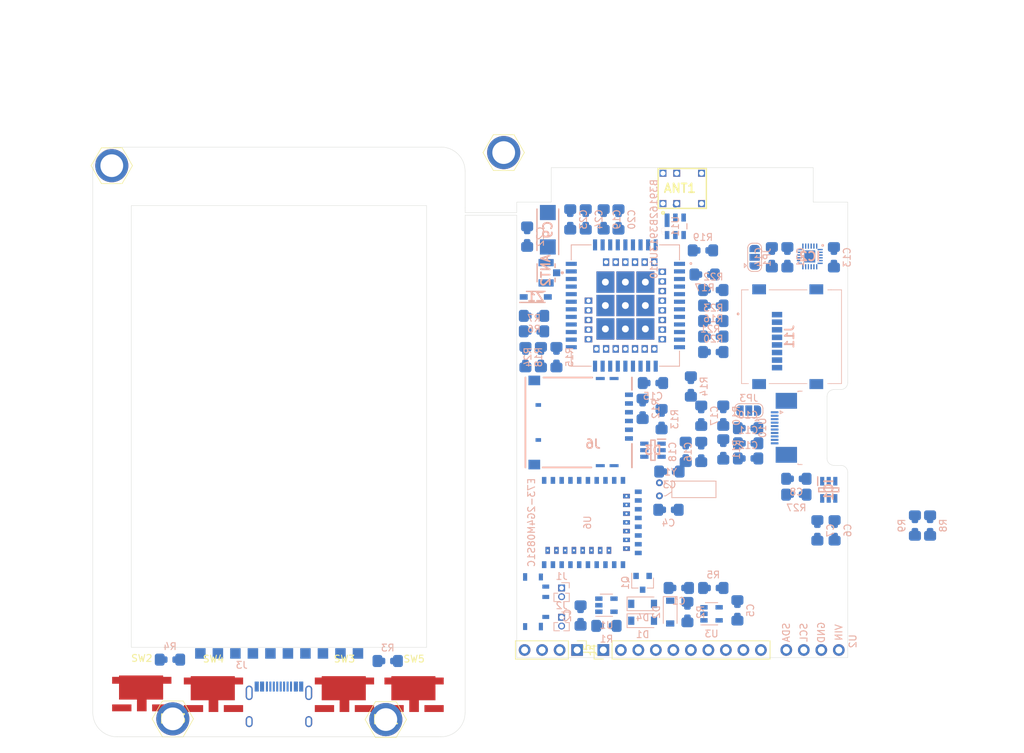
<source format=kicad_pcb>
(kicad_pcb (version 20171130) (host pcbnew "(5.1.6)-1")

  (general
    (thickness 1.6)
    (drawings 78)
    (tracks 5)
    (zones 0)
    (modules 86)
    (nets 132)
  )

  (page A4)
  (layers
    (0 F.Cu signal)
    (31 B.Cu signal)
    (32 B.Adhes user)
    (33 F.Adhes user)
    (34 B.Paste user)
    (35 F.Paste user)
    (36 B.SilkS user)
    (37 F.SilkS user)
    (38 B.Mask user)
    (39 F.Mask user)
    (40 Dwgs.User user)
    (41 Cmts.User user)
    (42 Eco1.User user)
    (43 Eco2.User user)
    (44 Edge.Cuts user)
    (45 Margin user)
    (46 B.CrtYd user)
    (47 F.CrtYd user)
    (48 B.Fab user)
    (49 F.Fab user)
  )

  (setup
    (last_trace_width 0.25)
    (user_trace_width 0.762)
    (user_trace_width 2.1)
    (trace_clearance 0.2)
    (zone_clearance 0.508)
    (zone_45_only no)
    (trace_min 0.2)
    (via_size 0.8)
    (via_drill 0.4)
    (via_min_size 0.4)
    (via_min_drill 0.3)
    (uvia_size 0.3)
    (uvia_drill 0.1)
    (uvias_allowed no)
    (uvia_min_size 0.2)
    (uvia_min_drill 0.1)
    (edge_width 0.05)
    (segment_width 0.2)
    (pcb_text_width 0.3)
    (pcb_text_size 1.5 1.5)
    (mod_edge_width 0.12)
    (mod_text_size 1 1)
    (mod_text_width 0.15)
    (pad_size 1.524 1.524)
    (pad_drill 0.762)
    (pad_to_mask_clearance 0.05)
    (aux_axis_origin 0 0)
    (visible_elements 7FFFFFFF)
    (pcbplotparams
      (layerselection 0x010fc_ffffffff)
      (usegerberextensions false)
      (usegerberattributes true)
      (usegerberadvancedattributes true)
      (creategerberjobfile true)
      (excludeedgelayer true)
      (linewidth 0.100000)
      (plotframeref false)
      (viasonmask false)
      (mode 1)
      (useauxorigin false)
      (hpglpennumber 1)
      (hpglpenspeed 20)
      (hpglpendiameter 15.000000)
      (psnegative false)
      (psa4output false)
      (plotreference true)
      (plotvalue true)
      (plotinvisibletext false)
      (padsonsilk false)
      (subtractmaskfromsilk false)
      (outputformat 1)
      (mirror false)
      (drillshape 1)
      (scaleselection 1)
      (outputdirectory ""))
  )

  (net 0 "")
  (net 1 "Net-(ANT1-Pad1)")
  (net 2 "Net-(ANT1-Pad2)")
  (net 3 GND)
  (net 4 VIN)
  (net 5 VBATT)
  (net 6 CRYSTAL1)
  (net 7 CRYSTAL2)
  (net 8 VCC)
  (net 9 "Net-(C7-Pad2)")
  (net 10 "Net-(C7-Pad1)")
  (net 11 5V)
  (net 12 LCD_DISP)
  (net 13 LCD_VCC)
  (net 14 SIM_DATA)
  (net 15 SIM_CLK)
  (net 16 SIM_RST)
  (net 17 SIM_VCC)
  (net 18 GSM_ANT)
  (net 19 "Net-(D1-Pad1)")
  (net 20 VBUS)
  (net 21 "Net-(D3-Pad3)")
  (net 22 "Net-(D3-Pad4)")
  (net 23 "Net-(D3-Pad5)")
  (net 24 "Net-(D4-Pad2)")
  (net 25 CAP_BUTTON_1)
  (net 26 CAP_BUTTON_2)
  (net 27 CAP_BUTTON_3)
  (net 28 CAP_BUTTON_4)
  (net 29 "Net-(IC1-Pad3)")
  (net 30 "Net-(J3-Pad8)")
  (net 31 SWCLK)
  (net 32 SWDIO)
  (net 33 "Net-(J11-Pad1)")
  (net 34 SD_CARD_CS)
  (net 35 SD_CARD_MOSI)
  (net 36 SD_CARD_CLK)
  (net 37 SC_CARD_MISO)
  (net 38 "Net-(J11-Pad8)")
  (net 39 "Net-(R1-Pad1)")
  (net 40 "Net-(R3-Pad2)")
  (net 41 "Net-(R4-Pad1)")
  (net 42 "Net-(R5-Pad2)")
  (net 43 BATT_V_IND)
  (net 44 9AXIS_SCL)
  (net 45 9AXIS_SDA)
  (net 46 LCD_EXTMODE)
  (net 47 GPS_RXD_UNREG)
  (net 48 GSM_RTS_UNREG)
  (net 49 GSM_RXD_UNREG)
  (net 50 868_GPS_TXD)
  (net 51 GPS_TXD_UNREG)
  (net 52 868_GSM_TXD)
  (net 53 GSM_TXD_UNREG)
  (net 54 868_GSM_RI)
  (net 55 GSM_RI_UNREG)
  (net 56 GSM_CTS_UNREG)
  (net 57 868_GSM_CTS)
  (net 58 868_GSM_RXD)
  (net 59 868_GSM_RTS)
  (net 60 868_GPS_RXD)
  (net 61 CHARG_STAT)
  (net 62 "Net-(U3-Pad4)")
  (net 63 9AXIS_INT)
  (net 64 "Net-(U6-Pad18)")
  (net 65 LCD_SCK)
  (net 66 LCD_CS)
  (net 67 868_STATUS)
  (net 68 "Net-(U6-Pad25)")
  (net 69 LCD_MOSI)
  (net 70 "Net-(U6-Pad23)")
  (net 71 USB_D-)
  (net 72 868_RF_SYNC)
  (net 73 868_GPS_EN)
  (net 74 USB_D+)
  (net 75 LCD_EXTCOMIN)
  (net 76 868_MICP)
  (net 77 868_MICN)
  (net 78 "Net-(U9-Pad5)")
  (net 79 "Net-(U9-Pad6)")
  (net 80 "Net-(U9-Pad11)")
  (net 81 "Net-(U9-Pad12)")
  (net 82 "Net-(U9-Pad14)")
  (net 83 "Net-(U9-Pad20)")
  (net 84 "Net-(U9-Pad22)")
  (net 85 "Net-(U9-Pad23)")
  (net 86 "Net-(U9-Pad24)")
  (net 87 "Net-(U9-Pad25)")
  (net 88 "Net-(U9-Pad26)")
  (net 89 868_PWR)
  (net 90 "Net-(U9-Pad40)")
  (net 91 "Net-(U9-Pad41)")
  (net 92 "Net-(U9-Pad43)")
  (net 93 "Net-(U9-Pad51)")
  (net 94 "Net-(U9-Pad58)")
  (net 95 "Net-(U9-Pad44)")
  (net 96 "Net-(U9-Pad46)")
  (net 97 "Net-(U9-Pad47)")
  (net 98 "Net-(U9-Pad48)")
  (net 99 "Net-(U9-Pad49)")
  (net 100 "Net-(U9-Pad50)")
  (net 101 "Net-(U9-Pad64)")
  (net 102 "Net-(U9-Pad65)")
  (net 103 GPS_ANT)
  (net 104 "Net-(U9-Pad60)")
  (net 105 "Net-(U9-Pad52)")
  (net 106 "Net-(U9-Pad53)")
  (net 107 "Net-(U9-Pad54)")
  (net 108 "Net-(U9-Pad55)")
  (net 109 "Net-(U9-Pad56)")
  (net 110 "Net-(USB1-Pad3)")
  (net 111 "Net-(USB1-Pad9)")
  (net 112 "Net-(USB1-Pad13)")
  (net 113 "Net-(IC2-Pad25)")
  (net 114 "Net-(IC2-Pad21)")
  (net 115 "Net-(IC2-Pad19)")
  (net 116 "Net-(IC2-Pad17)")
  (net 117 "Net-(IC2-Pad16)")
  (net 118 "Net-(IC2-Pad15)")
  (net 119 "Net-(IC2-Pad14)")
  (net 120 "Net-(C14-Pad2)")
  (net 121 "Net-(IC2-Pad9)")
  (net 122 "Net-(IC2-Pad7)")
  (net 123 "Net-(IC2-Pad6)")
  (net 124 "Net-(IC2-Pad5)")
  (net 125 "Net-(IC2-Pad4)")
  (net 126 "Net-(IC2-Pad3)")
  (net 127 "Net-(IC2-Pad2)")
  (net 128 "Net-(J5-Pad8)")
  (net 129 "Net-(ANT1-Pad5)")
  (net 130 "Net-(Q1-Pad3)")
  (net 131 "Net-(J6-Pad5)")

  (net_class Default "This is the default net class."
    (clearance 0.2)
    (trace_width 0.25)
    (via_dia 0.8)
    (via_drill 0.4)
    (uvia_dia 0.3)
    (uvia_drill 0.1)
    (add_net 5V)
    (add_net 868_GPS_EN)
    (add_net 868_GPS_RXD)
    (add_net 868_GPS_TXD)
    (add_net 868_GSM_CTS)
    (add_net 868_GSM_RI)
    (add_net 868_GSM_RTS)
    (add_net 868_GSM_RXD)
    (add_net 868_GSM_TXD)
    (add_net 868_MICN)
    (add_net 868_MICP)
    (add_net 868_PWR)
    (add_net 868_RF_SYNC)
    (add_net 868_STATUS)
    (add_net 9AXIS_INT)
    (add_net 9AXIS_SCL)
    (add_net 9AXIS_SDA)
    (add_net BATT_V_IND)
    (add_net CAP_BUTTON_1)
    (add_net CAP_BUTTON_2)
    (add_net CAP_BUTTON_3)
    (add_net CAP_BUTTON_4)
    (add_net CHARG_STAT)
    (add_net CRYSTAL1)
    (add_net CRYSTAL2)
    (add_net GND)
    (add_net GPS_ANT)
    (add_net GPS_RXD_UNREG)
    (add_net GPS_TXD_UNREG)
    (add_net GSM_ANT)
    (add_net GSM_CTS_UNREG)
    (add_net GSM_RI_UNREG)
    (add_net GSM_RTS_UNREG)
    (add_net GSM_RXD_UNREG)
    (add_net GSM_TXD_UNREG)
    (add_net LCD_CS)
    (add_net LCD_DISP)
    (add_net LCD_EXTCOMIN)
    (add_net LCD_EXTMODE)
    (add_net LCD_MOSI)
    (add_net LCD_SCK)
    (add_net LCD_VCC)
    (add_net "Net-(ANT1-Pad1)")
    (add_net "Net-(ANT1-Pad2)")
    (add_net "Net-(ANT1-Pad5)")
    (add_net "Net-(C14-Pad2)")
    (add_net "Net-(C7-Pad1)")
    (add_net "Net-(C7-Pad2)")
    (add_net "Net-(D1-Pad1)")
    (add_net "Net-(D3-Pad3)")
    (add_net "Net-(D3-Pad4)")
    (add_net "Net-(D3-Pad5)")
    (add_net "Net-(D4-Pad2)")
    (add_net "Net-(IC1-Pad3)")
    (add_net "Net-(IC2-Pad14)")
    (add_net "Net-(IC2-Pad15)")
    (add_net "Net-(IC2-Pad16)")
    (add_net "Net-(IC2-Pad17)")
    (add_net "Net-(IC2-Pad19)")
    (add_net "Net-(IC2-Pad2)")
    (add_net "Net-(IC2-Pad21)")
    (add_net "Net-(IC2-Pad25)")
    (add_net "Net-(IC2-Pad3)")
    (add_net "Net-(IC2-Pad4)")
    (add_net "Net-(IC2-Pad5)")
    (add_net "Net-(IC2-Pad6)")
    (add_net "Net-(IC2-Pad7)")
    (add_net "Net-(IC2-Pad9)")
    (add_net "Net-(J11-Pad1)")
    (add_net "Net-(J11-Pad8)")
    (add_net "Net-(J3-Pad8)")
    (add_net "Net-(J5-Pad8)")
    (add_net "Net-(J6-Pad5)")
    (add_net "Net-(Q1-Pad3)")
    (add_net "Net-(R1-Pad1)")
    (add_net "Net-(R3-Pad2)")
    (add_net "Net-(R4-Pad1)")
    (add_net "Net-(R5-Pad2)")
    (add_net "Net-(U3-Pad4)")
    (add_net "Net-(U6-Pad18)")
    (add_net "Net-(U6-Pad23)")
    (add_net "Net-(U6-Pad25)")
    (add_net "Net-(U9-Pad11)")
    (add_net "Net-(U9-Pad12)")
    (add_net "Net-(U9-Pad14)")
    (add_net "Net-(U9-Pad20)")
    (add_net "Net-(U9-Pad22)")
    (add_net "Net-(U9-Pad23)")
    (add_net "Net-(U9-Pad24)")
    (add_net "Net-(U9-Pad25)")
    (add_net "Net-(U9-Pad26)")
    (add_net "Net-(U9-Pad40)")
    (add_net "Net-(U9-Pad41)")
    (add_net "Net-(U9-Pad43)")
    (add_net "Net-(U9-Pad44)")
    (add_net "Net-(U9-Pad46)")
    (add_net "Net-(U9-Pad47)")
    (add_net "Net-(U9-Pad48)")
    (add_net "Net-(U9-Pad49)")
    (add_net "Net-(U9-Pad5)")
    (add_net "Net-(U9-Pad50)")
    (add_net "Net-(U9-Pad51)")
    (add_net "Net-(U9-Pad52)")
    (add_net "Net-(U9-Pad53)")
    (add_net "Net-(U9-Pad54)")
    (add_net "Net-(U9-Pad55)")
    (add_net "Net-(U9-Pad56)")
    (add_net "Net-(U9-Pad58)")
    (add_net "Net-(U9-Pad6)")
    (add_net "Net-(U9-Pad60)")
    (add_net "Net-(U9-Pad64)")
    (add_net "Net-(U9-Pad65)")
    (add_net "Net-(USB1-Pad13)")
    (add_net "Net-(USB1-Pad3)")
    (add_net "Net-(USB1-Pad9)")
    (add_net SC_CARD_MISO)
    (add_net SD_CARD_CLK)
    (add_net SD_CARD_CS)
    (add_net SD_CARD_MOSI)
    (add_net SIM_CLK)
    (add_net SIM_DATA)
    (add_net SIM_RST)
    (add_net SIM_VCC)
    (add_net SWCLK)
    (add_net SWDIO)
    (add_net USB_D+)
    (add_net USB_D-)
    (add_net VBATT)
    (add_net VBUS)
    (add_net VCC)
    (add_net VIN)
  )

  (module SamacSys_Parts:78646-3001 (layer B.Cu) (tedit 5EFB1E40) (tstamp 5F027672)
    (at 116.75 109 180)
    (descr 78646-3001)
    (tags Connector)
    (path /5F306F45)
    (attr smd)
    (fp_text reference J6 (at -9.809 3.403) (layer B.SilkS)
      (effects (font (size 1.27 1.27) (thickness 0.254)) (justify mirror))
    )
    (fp_text value 78646-3001 (at -9.809 3.403) (layer B.SilkS) hide
      (effects (font (size 1.27 1.27) (thickness 0.254)) (justify mirror))
    )
    (fp_text user %R (at -9.809 3.403) (layer B.Fab)
      (effects (font (size 1.27 1.27) (thickness 0.254)) (justify mirror))
    )
    (fp_line (start -9.566 0) (end -2.496 0) (layer B.SilkS) (width 0.254))
    (fp_line (start -9.693 13.05) (end -2.623 13.05) (layer B.SilkS) (width 0.254))
    (fp_line (start -15.45 13.05) (end -15.45 11.253) (layer B.SilkS) (width 0.254))
    (fp_line (start -15.45 0) (end -15.45 3.42) (layer B.SilkS) (width 0.254))
    (fp_line (start 0 0) (end 0 13.05) (layer B.SilkS) (width 0.254))
    (fp_line (start -15.45 0) (end -15.45 13.05) (layer B.Fab) (width 0.254))
    (fp_line (start 0 0) (end -15.45 0) (layer B.Fab) (width 0.254))
    (fp_line (start 0 13.05) (end 0 0) (layer B.Fab) (width 0.254))
    (fp_line (start -15.45 13.05) (end 0 13.05) (layer B.Fab) (width 0.254))
    (pad 14 smd rect (at -10.86 12.905 90) (size 0.45 1.3) (layers B.Cu B.Paste B.Mask))
    (pad 13 smd rect (at -12.86 12.905 90) (size 0.45 1.3) (layers B.Cu B.Paste B.Mask))
    (pad 12 smd rect (at -10.86 0.255 90) (size 0.45 1.3) (layers B.Cu B.Paste B.Mask))
    (pad 11 smd rect (at -12.86 0.255 90) (size 0.45 1.3) (layers B.Cu B.Paste B.Mask))
    (pad 10 smd rect (at -1.87 9.065 90) (size 0.54 0.8) (layers B.Cu B.Paste B.Mask))
    (pad 9 smd rect (at -1.87 3.985 90) (size 0.54 0.8) (layers B.Cu B.Paste B.Mask))
    (pad 8 smd rect (at -1.29 12.625 90) (size 1.4 1.7) (layers B.Cu B.Paste B.Mask))
    (pad 7 smd rect (at -1.29 0.415 90) (size 1.4 1.7) (layers B.Cu B.Paste B.Mask))
    (pad 6 smd rect (at -15.02 5.47 90) (size 0.65 1.15) (layers B.Cu B.Paste B.Mask)
      (net 23 "Net-(D3-Pad5)"))
    (pad 5 smd rect (at -15.02 8.01 90) (size 0.65 1.15) (layers B.Cu B.Paste B.Mask)
      (net 131 "Net-(J6-Pad5)"))
    (pad 4 smd rect (at -15.02 10.55 90) (size 0.65 1.15) (layers B.Cu B.Paste B.Mask)
      (net 3 GND))
    (pad 3 smd rect (at -15.02 4.2 90) (size 0.65 1.15) (layers B.Cu B.Paste B.Mask)
      (net 22 "Net-(D3-Pad4)"))
    (pad 2 smd rect (at -15.02 6.74 90) (size 0.65 1.15) (layers B.Cu B.Paste B.Mask)
      (net 21 "Net-(D3-Pad3)"))
    (pad 1 smd rect (at -15.02 9.28 90) (size 0.65 1.15) (layers B.Cu B.Paste B.Mask)
      (net 17 SIM_VCC))
    (model C:\Users\hal\Documents\SamacLibraryLoader\SamacSys_Parts.3dshapes\78646-3001.stp
      (offset (xyz -24.3 33.7 -0.45))
      (scale (xyz 1 1 1))
      (rotate (xyz 0 0 90))
    )
  )

  (module SamacSys_Parts:CONUFL001-SMD (layer B.Cu) (tedit 0) (tstamp 5F02EA64)
    (at 119.75 80.75 270)
    (descr CONUFL001-SMD)
    (tags Antenna)
    (path /602E0804)
    (attr smd)
    (fp_text reference ANT2 (at -0.332 0.051 90) (layer B.SilkS)
      (effects (font (size 1.27 1.27) (thickness 0.254)) (justify mirror))
    )
    (fp_text value CONUFL001-SMD (at -0.332 0.051 90) (layer B.SilkS) hide
      (effects (font (size 1.27 1.27) (thickness 0.254)) (justify mirror))
    )
    (fp_text user %R (at -0.332 0.051 90) (layer B.Fab)
      (effects (font (size 1.27 1.27) (thickness 0.254)) (justify mirror))
    )
    (fp_line (start -1.3 1.3) (end 1.3 1.3) (layer B.Fab) (width 0.2))
    (fp_line (start 1.3 1.3) (end 1.3 -1.3) (layer B.Fab) (width 0.2))
    (fp_line (start 1.3 -1.3) (end -1.3 -1.3) (layer B.Fab) (width 0.2))
    (fp_line (start -1.3 -1.3) (end -1.3 1.3) (layer B.Fab) (width 0.2))
    (fp_line (start -1.3 1.3) (end 1.3 1.3) (layer B.SilkS) (width 0.2))
    (fp_line (start -1.3 -1.3) (end -0.761 -1.3) (layer B.SilkS) (width 0.2))
    (fp_line (start 1.3 -1.3) (end 0.761 -1.3) (layer B.SilkS) (width 0.2))
    (fp_circle (center -0.013 -2.353) (end -0.013 -2.384) (layer B.SilkS) (width 0.2))
    (pad 3 smd rect (at 1.475 0 270) (size 1.05 2.2) (layers B.Cu B.Paste B.Mask)
      (net 3 GND))
    (pad 2 smd rect (at -1.475 0 270) (size 1.05 2.2) (layers B.Cu B.Paste B.Mask)
      (net 3 GND))
    (pad 1 smd rect (at 0 -1.525 270) (size 1 1.05) (layers B.Cu B.Paste B.Mask)
      (net 18 GSM_ANT))
  )

  (module SamacSys_Parts:SR4G008 (layer F.Cu) (tedit 5F00DB31) (tstamp 5F029CCC)
    (at 139.5 68.5)
    (descr SR4G008)
    (tags Antenna)
    (path /60213948)
    (attr smd)
    (fp_text reference ANT1 (at -0.346 -0.025) (layer F.SilkS)
      (effects (font (size 1.27 1.27) (thickness 0.254)))
    )
    (fp_text value SR4G008 (at -0.346 -0.025) (layer F.SilkS) hide
      (effects (font (size 1.27 1.27) (thickness 0.254)))
    )
    (fp_text user %R (at -0.346 -0.025) (layer F.Fab)
      (effects (font (size 1.27 1.27) (thickness 0.254)))
    )
    (fp_line (start -3.5 -2.9) (end 3.5 -2.9) (layer F.Fab) (width 0.2))
    (fp_line (start 3.5 -2.9) (end 3.5 2.9) (layer F.Fab) (width 0.2))
    (fp_line (start 3.5 2.9) (end -3.5 2.9) (layer F.Fab) (width 0.2))
    (fp_line (start -3.5 2.9) (end -3.5 -2.9) (layer F.Fab) (width 0.2))
    (fp_line (start -3.5 2.9) (end -3.5 -2.9) (layer F.SilkS) (width 0.2))
    (fp_line (start -3.5 -2.9) (end 3.5 -2.9) (layer F.SilkS) (width 0.2))
    (fp_line (start 3.5 -2.9) (end 3.5 2.9) (layer F.SilkS) (width 0.2))
    (fp_line (start 3.5 2.9) (end -3.5 2.9) (layer F.SilkS) (width 0.2))
    (fp_circle (center -2.788 3.541) (end -2.788 3.62955) (layer F.SilkS) (width 0.2))
    (pad 6 thru_hole rect (at -2.8 -2.2 90) (size 1 1) (drill 0.7) (layers *.Cu *.Mask)
      (net 3 GND))
    (pad 5 thru_hole rect (at -0.8 -2.2 90) (size 1 1) (drill 0.7) (layers *.Cu *.Mask)
      (net 129 "Net-(ANT1-Pad5)"))
    (pad 4 thru_hole rect (at 2.8 -2.2 90) (size 1 1) (drill 0.7) (layers *.Cu *.Mask)
      (net 3 GND))
    (pad 3 thru_hole rect (at 2.8 2.2 90) (size 1 1) (drill 0.7) (layers *.Cu *.Mask)
      (net 3 GND))
    (pad 2 thru_hole rect (at -0.8 2.2 90) (size 1 1) (drill 0.7) (layers *.Cu *.Mask)
      (net 2 "Net-(ANT1-Pad2)"))
    (pad 1 thru_hole rect (at -2.8 2.2 90) (size 1 1) (drill 0.7) (layers *.Cu *.Mask)
      (net 1 "Net-(ANT1-Pad1)"))
    (model ${KIPRJMOD}/open_bike_comp3D/SR4G008_Sinica.STEP
      (offset (xyz 3.2 -6.8 -3.5))
      (scale (xyz 1 1 1))
      (rotate (xyz 0 0 0))
    )
  )

  (module Connector_PinHeader_1.27mm:PinHeader_1x02_P1.27mm_Vertical (layer B.Cu) (tedit 59FED6E3) (tstamp 5F01EFD8)
    (at 122 130.75 180)
    (descr "Through hole straight pin header, 1x02, 1.27mm pitch, single row")
    (tags "Through hole pin header THT 1x02 1.27mm single row")
    (path /5F02F317)
    (fp_text reference J2 (at 0 1.695) (layer B.SilkS)
      (effects (font (size 1 1) (thickness 0.15)) (justify mirror))
    )
    (fp_text value LiPo_Conn (at 0 -2.965) (layer B.Fab)
      (effects (font (size 1 1) (thickness 0.15)) (justify mirror))
    )
    (fp_text user %R (at 0 -0.635 270) (layer B.Fab)
      (effects (font (size 1 1) (thickness 0.15)) (justify mirror))
    )
    (fp_line (start -0.525 0.635) (end 1.05 0.635) (layer B.Fab) (width 0.1))
    (fp_line (start 1.05 0.635) (end 1.05 -1.905) (layer B.Fab) (width 0.1))
    (fp_line (start 1.05 -1.905) (end -1.05 -1.905) (layer B.Fab) (width 0.1))
    (fp_line (start -1.05 -1.905) (end -1.05 0.11) (layer B.Fab) (width 0.1))
    (fp_line (start -1.05 0.11) (end -0.525 0.635) (layer B.Fab) (width 0.1))
    (fp_line (start -1.11 -1.965) (end -0.30753 -1.965) (layer B.SilkS) (width 0.12))
    (fp_line (start 0.30753 -1.965) (end 1.11 -1.965) (layer B.SilkS) (width 0.12))
    (fp_line (start -1.11 -0.76) (end -1.11 -1.965) (layer B.SilkS) (width 0.12))
    (fp_line (start 1.11 -0.76) (end 1.11 -1.965) (layer B.SilkS) (width 0.12))
    (fp_line (start -1.11 -0.76) (end -0.563471 -0.76) (layer B.SilkS) (width 0.12))
    (fp_line (start 0.563471 -0.76) (end 1.11 -0.76) (layer B.SilkS) (width 0.12))
    (fp_line (start -1.11 0) (end -1.11 0.76) (layer B.SilkS) (width 0.12))
    (fp_line (start -1.11 0.76) (end 0 0.76) (layer B.SilkS) (width 0.12))
    (fp_line (start -1.55 1.15) (end -1.55 -2.45) (layer B.CrtYd) (width 0.05))
    (fp_line (start -1.55 -2.45) (end 1.55 -2.45) (layer B.CrtYd) (width 0.05))
    (fp_line (start 1.55 -2.45) (end 1.55 1.15) (layer B.CrtYd) (width 0.05))
    (fp_line (start 1.55 1.15) (end -1.55 1.15) (layer B.CrtYd) (width 0.05))
    (pad 2 thru_hole oval (at 0 -1.27 180) (size 1 1) (drill 0.65) (layers *.Cu *.Mask)
      (net 3 GND))
    (pad 1 thru_hole rect (at 0 0 180) (size 1 1) (drill 0.65) (layers *.Cu *.Mask)
      (net 5 VBATT))
    (model ${KISYS3DMOD}/Connector_PinHeader_1.27mm.3dshapes/PinHeader_1x02_P1.27mm_Vertical.wrl
      (at (xyz 0 0 0))
      (scale (xyz 1 1 1))
      (rotate (xyz 0 0 0))
    )
  )

  (module Connector_PinHeader_1.27mm:PinHeader_1x02_P1.27mm_Vertical (layer B.Cu) (tedit 59FED6E3) (tstamp 5F02200C)
    (at 122 126.5 180)
    (descr "Through hole straight pin header, 1x02, 1.27mm pitch, single row")
    (tags "Through hole pin header THT 1x02 1.27mm single row")
    (path /5FB5F715)
    (fp_text reference J1 (at 0 1.695) (layer B.SilkS)
      (effects (font (size 1 1) (thickness 0.15)) (justify mirror))
    )
    (fp_text value WirelessChargeConn (at 0 -2.965) (layer B.Fab)
      (effects (font (size 1 1) (thickness 0.15)) (justify mirror))
    )
    (fp_text user %R (at 0 -0.635 -90) (layer B.Fab)
      (effects (font (size 1 1) (thickness 0.15)) (justify mirror))
    )
    (fp_line (start -0.525 0.635) (end 1.05 0.635) (layer B.Fab) (width 0.1))
    (fp_line (start 1.05 0.635) (end 1.05 -1.905) (layer B.Fab) (width 0.1))
    (fp_line (start 1.05 -1.905) (end -1.05 -1.905) (layer B.Fab) (width 0.1))
    (fp_line (start -1.05 -1.905) (end -1.05 0.11) (layer B.Fab) (width 0.1))
    (fp_line (start -1.05 0.11) (end -0.525 0.635) (layer B.Fab) (width 0.1))
    (fp_line (start -1.11 -1.965) (end -0.30753 -1.965) (layer B.SilkS) (width 0.12))
    (fp_line (start 0.30753 -1.965) (end 1.11 -1.965) (layer B.SilkS) (width 0.12))
    (fp_line (start -1.11 -0.76) (end -1.11 -1.965) (layer B.SilkS) (width 0.12))
    (fp_line (start 1.11 -0.76) (end 1.11 -1.965) (layer B.SilkS) (width 0.12))
    (fp_line (start -1.11 -0.76) (end -0.563471 -0.76) (layer B.SilkS) (width 0.12))
    (fp_line (start 0.563471 -0.76) (end 1.11 -0.76) (layer B.SilkS) (width 0.12))
    (fp_line (start -1.11 0) (end -1.11 0.76) (layer B.SilkS) (width 0.12))
    (fp_line (start -1.11 0.76) (end 0 0.76) (layer B.SilkS) (width 0.12))
    (fp_line (start -1.55 1.15) (end -1.55 -2.45) (layer B.CrtYd) (width 0.05))
    (fp_line (start -1.55 -2.45) (end 1.55 -2.45) (layer B.CrtYd) (width 0.05))
    (fp_line (start 1.55 -2.45) (end 1.55 1.15) (layer B.CrtYd) (width 0.05))
    (fp_line (start 1.55 1.15) (end -1.55 1.15) (layer B.CrtYd) (width 0.05))
    (pad 2 thru_hole oval (at 0 -1.27 180) (size 1 1) (drill 0.65) (layers *.Cu *.Mask)
      (net 3 GND))
    (pad 1 thru_hole rect (at 0 0 180) (size 1 1) (drill 0.65) (layers *.Cu *.Mask)
      (net 24 "Net-(D4-Pad2)"))
    (model ${KISYS3DMOD}/Connector_PinHeader_1.27mm.3dshapes/PinHeader_1x02_P1.27mm_Vertical.wrl
      (at (xyz 0 0 0))
      (scale (xyz 1 1 1))
      (rotate (xyz 0 0 0))
    )
  )

  (module open_bike_comp:1206_0603_hand_solder (layer B.Cu) (tedit 5F00B99C) (tstamp 5F0154D4)
    (at 154.75 78.5 90)
    (path /5F7C1130)
    (fp_text reference C21 (at 0 1.905 90) (layer B.SilkS)
      (effects (font (size 1 1) (thickness 0.15)) (justify mirror))
    )
    (fp_text value 0.1uF (at 0 0.635 90) (layer B.Fab)
      (effects (font (size 1 1) (thickness 0.15)) (justify mirror))
    )
    (pad 2 smd roundrect (at 0.875 0 270) (size 1.05 0.95) (layers B.Cu B.Paste B.Mask) (roundrect_rratio 0.25)
      (net 3 GND))
    (pad 2 smd roundrect (at 1.4875 0 270) (size 1.425 1.75) (layers B.Cu B.Paste B.Mask) (roundrect_rratio 0.25)
      (net 3 GND))
    (pad 1 smd roundrect (at -1.4875 0 90) (size 1.425 1.75) (layers B.Cu B.Paste B.Mask) (roundrect_rratio 0.25)
      (net 8 VCC))
    (pad 1 smd roundrect (at -0.875 0 90) (size 1.05 0.95) (layers B.Cu B.Paste B.Mask) (roundrect_rratio 0.25)
      (net 8 VCC))
    (model ${KISYS3DMOD}/Resistor_SMD.3dshapes/R_1206_3216Metric.wrl
      (at (xyz 0 0 0))
      (scale (xyz 1 1 1))
      (rotate (xyz 0 0 0))
    )
  )

  (module open_bike_comp:1206_0603_hand_solder (layer B.Cu) (tedit 5F00B99C) (tstamp 5F0154B7)
    (at 152.5 78.5 270)
    (path /5F5637DC)
    (fp_text reference C14 (at 0 1.905 90) (layer B.SilkS)
      (effects (font (size 1 1) (thickness 0.15)) (justify mirror))
    )
    (fp_text value 0.1uF (at 0 0.635 90) (layer B.Fab)
      (effects (font (size 1 1) (thickness 0.15)) (justify mirror))
    )
    (pad 2 smd roundrect (at 0.875 0 90) (size 1.05 0.95) (layers B.Cu B.Paste B.Mask) (roundrect_rratio 0.25)
      (net 120 "Net-(C14-Pad2)"))
    (pad 2 smd roundrect (at 1.4875 0 90) (size 1.425 1.75) (layers B.Cu B.Paste B.Mask) (roundrect_rratio 0.25)
      (net 120 "Net-(C14-Pad2)"))
    (pad 1 smd roundrect (at -1.4875 0 270) (size 1.425 1.75) (layers B.Cu B.Paste B.Mask) (roundrect_rratio 0.25)
      (net 3 GND))
    (pad 1 smd roundrect (at -0.875 0 270) (size 1.05 0.95) (layers B.Cu B.Paste B.Mask) (roundrect_rratio 0.25)
      (net 3 GND))
    (model ${KISYS3DMOD}/Resistor_SMD.3dshapes/R_1206_3216Metric.wrl
      (at (xyz 0 0 0))
      (scale (xyz 1 1 1))
      (rotate (xyz 0 0 0))
    )
  )

  (module open_bike_comp:1206_0603_hand_solder (layer B.Cu) (tedit 5F00B99C) (tstamp 5F02E980)
    (at 161.5 78.5 90)
    (path /5F531A6E)
    (fp_text reference C13 (at 0 1.905 90) (layer B.SilkS)
      (effects (font (size 1 1) (thickness 0.15)) (justify mirror))
    )
    (fp_text value 0.1uF (at 0 0.635 90) (layer B.Fab)
      (effects (font (size 1 1) (thickness 0.15)) (justify mirror))
    )
    (pad 2 smd roundrect (at 0.875 0 270) (size 1.05 0.95) (layers B.Cu B.Paste B.Mask) (roundrect_rratio 0.25)
      (net 3 GND))
    (pad 2 smd roundrect (at 1.4875 0 270) (size 1.425 1.75) (layers B.Cu B.Paste B.Mask) (roundrect_rratio 0.25)
      (net 3 GND))
    (pad 1 smd roundrect (at -1.4875 0 90) (size 1.425 1.75) (layers B.Cu B.Paste B.Mask) (roundrect_rratio 0.25)
      (net 8 VCC))
    (pad 1 smd roundrect (at -0.875 0 90) (size 1.05 0.95) (layers B.Cu B.Paste B.Mask) (roundrect_rratio 0.25)
      (net 8 VCC))
    (model ${KISYS3DMOD}/Resistor_SMD.3dshapes/R_1206_3216Metric.wrl
      (at (xyz 0 0 0))
      (scale (xyz 1 1 1))
      (rotate (xyz 0 0 0))
    )
  )

  (module open_bike_comp:1206_0603_hand_solder (layer B.Cu) (tedit 5F00B99C) (tstamp 5F02592D)
    (at 139 126.5)
    (path /5EFECFF4)
    (fp_text reference C1 (at 0 1.905) (layer B.SilkS)
      (effects (font (size 1 1) (thickness 0.15)) (justify mirror))
    )
    (fp_text value 10uF (at 0 0.635) (layer B.Fab)
      (effects (font (size 1 1) (thickness 0.15)) (justify mirror))
    )
    (pad 2 smd roundrect (at 0.875 0 180) (size 1.05 0.95) (layers B.Cu B.Paste B.Mask) (roundrect_rratio 0.25)
      (net 3 GND))
    (pad 2 smd roundrect (at 1.4875 0 180) (size 1.425 1.75) (layers B.Cu B.Paste B.Mask) (roundrect_rratio 0.25)
      (net 3 GND))
    (pad 1 smd roundrect (at -1.4875 0) (size 1.425 1.75) (layers B.Cu B.Paste B.Mask) (roundrect_rratio 0.25)
      (net 4 VIN))
    (pad 1 smd roundrect (at -0.875 0) (size 1.05 0.95) (layers B.Cu B.Paste B.Mask) (roundrect_rratio 0.25)
      (net 4 VIN))
    (model ${KISYS3DMOD}/Resistor_SMD.3dshapes/R_1206_3216Metric.wrl
      (at (xyz 0 0 0))
      (scale (xyz 1 1 1))
      (rotate (xyz 0 0 0))
    )
  )

  (module open_bike_comp:1206_0603_hand_solder (layer B.Cu) (tedit 5F00B99C) (tstamp 5F025903)
    (at 124.75 130.5 270)
    (path /5EF8B350)
    (fp_text reference C2 (at 0 1.905 90) (layer B.SilkS)
      (effects (font (size 1 1) (thickness 0.15)) (justify mirror))
    )
    (fp_text value 10uF (at 0 0.635 90) (layer B.Fab)
      (effects (font (size 1 1) (thickness 0.15)) (justify mirror))
    )
    (pad 2 smd roundrect (at 0.875 0 90) (size 1.05 0.95) (layers B.Cu B.Paste B.Mask) (roundrect_rratio 0.25)
      (net 3 GND))
    (pad 2 smd roundrect (at 1.4875 0 90) (size 1.425 1.75) (layers B.Cu B.Paste B.Mask) (roundrect_rratio 0.25)
      (net 3 GND))
    (pad 1 smd roundrect (at -1.4875 0 270) (size 1.425 1.75) (layers B.Cu B.Paste B.Mask) (roundrect_rratio 0.25)
      (net 5 VBATT))
    (pad 1 smd roundrect (at -0.875 0 270) (size 1.05 0.95) (layers B.Cu B.Paste B.Mask) (roundrect_rratio 0.25)
      (net 5 VBATT))
    (model ${KISYS3DMOD}/Resistor_SMD.3dshapes/R_1206_3216Metric.wrl
      (at (xyz 0 0 0))
      (scale (xyz 1 1 1))
      (rotate (xyz 0 0 0))
    )
  )

  (module open_bike_comp:1206_0603_hand_solder (layer B.Cu) (tedit 5F00B99C) (tstamp 5EFE650E)
    (at 137.6375 109.6)
    (path /5EF9883F)
    (fp_text reference C3 (at 0 1.905) (layer B.SilkS)
      (effects (font (size 1 1) (thickness 0.15)) (justify mirror))
    )
    (fp_text value 12pF (at 0 0.635) (layer B.Fab)
      (effects (font (size 1 1) (thickness 0.15)) (justify mirror))
    )
    (pad 2 smd roundrect (at 0.875 0 180) (size 1.05 0.95) (layers B.Cu B.Paste B.Mask) (roundrect_rratio 0.25)
      (net 3 GND))
    (pad 2 smd roundrect (at 1.4875 0 180) (size 1.425 1.75) (layers B.Cu B.Paste B.Mask) (roundrect_rratio 0.25)
      (net 3 GND))
    (pad 1 smd roundrect (at -1.4875 0) (size 1.425 1.75) (layers B.Cu B.Paste B.Mask) (roundrect_rratio 0.25)
      (net 6 CRYSTAL1))
    (pad 1 smd roundrect (at -0.875 0) (size 1.05 0.95) (layers B.Cu B.Paste B.Mask) (roundrect_rratio 0.25)
      (net 6 CRYSTAL1))
    (model ${KISYS3DMOD}/Resistor_SMD.3dshapes/R_1206_3216Metric.wrl
      (at (xyz 0 0 0))
      (scale (xyz 1 1 1))
      (rotate (xyz 0 0 0))
    )
  )

  (module open_bike_comp:1206_0603_hand_solder (layer B.Cu) (tedit 5F00B99C) (tstamp 5EFE6516)
    (at 137.5 115.15)
    (path /5EF98E48)
    (fp_text reference C4 (at 0 1.905) (layer B.SilkS)
      (effects (font (size 1 1) (thickness 0.15)) (justify mirror))
    )
    (fp_text value 12pF (at 0 0.635) (layer B.Fab)
      (effects (font (size 1 1) (thickness 0.15)) (justify mirror))
    )
    (pad 2 smd roundrect (at 0.875 0 180) (size 1.05 0.95) (layers B.Cu B.Paste B.Mask) (roundrect_rratio 0.25)
      (net 3 GND))
    (pad 2 smd roundrect (at 1.4875 0 180) (size 1.425 1.75) (layers B.Cu B.Paste B.Mask) (roundrect_rratio 0.25)
      (net 3 GND))
    (pad 1 smd roundrect (at -1.4875 0) (size 1.425 1.75) (layers B.Cu B.Paste B.Mask) (roundrect_rratio 0.25)
      (net 7 CRYSTAL2))
    (pad 1 smd roundrect (at -0.875 0) (size 1.05 0.95) (layers B.Cu B.Paste B.Mask) (roundrect_rratio 0.25)
      (net 7 CRYSTAL2))
    (model ${KISYS3DMOD}/Resistor_SMD.3dshapes/R_1206_3216Metric.wrl
      (at (xyz 0 0 0))
      (scale (xyz 1 1 1))
      (rotate (xyz 0 0 0))
    )
  )

  (module open_bike_comp:1206_0603_hand_solder (layer B.Cu) (tedit 5F00B99C) (tstamp 5F025918)
    (at 147.5 129.75 90)
    (path /5EFEE3A4)
    (fp_text reference C5 (at 0 1.905 90) (layer B.SilkS)
      (effects (font (size 1 1) (thickness 0.15)) (justify mirror))
    )
    (fp_text value 10uF (at 0 0.635 90) (layer B.Fab)
      (effects (font (size 1 1) (thickness 0.15)) (justify mirror))
    )
    (pad 2 smd roundrect (at 0.875 0 270) (size 1.05 0.95) (layers B.Cu B.Paste B.Mask) (roundrect_rratio 0.25)
      (net 3 GND))
    (pad 2 smd roundrect (at 1.4875 0 270) (size 1.425 1.75) (layers B.Cu B.Paste B.Mask) (roundrect_rratio 0.25)
      (net 3 GND))
    (pad 1 smd roundrect (at -1.4875 0 90) (size 1.425 1.75) (layers B.Cu B.Paste B.Mask) (roundrect_rratio 0.25)
      (net 8 VCC))
    (pad 1 smd roundrect (at -0.875 0 90) (size 1.05 0.95) (layers B.Cu B.Paste B.Mask) (roundrect_rratio 0.25)
      (net 8 VCC))
    (model ${KISYS3DMOD}/Resistor_SMD.3dshapes/R_1206_3216Metric.wrl
      (at (xyz 0 0 0))
      (scale (xyz 1 1 1))
      (rotate (xyz 0 0 0))
    )
  )

  (module open_bike_comp:1206_0603_hand_solder (layer B.Cu) (tedit 5F00B99C) (tstamp 5EFE6526)
    (at 161.6 118.1375 90)
    (path /6010C1DA)
    (fp_text reference C6 (at 0 1.905 270) (layer B.SilkS)
      (effects (font (size 1 1) (thickness 0.15)) (justify mirror))
    )
    (fp_text value 1uF (at 0 0.635 270) (layer B.Fab)
      (effects (font (size 1 1) (thickness 0.15)) (justify mirror))
    )
    (pad 2 smd roundrect (at 0.875 0 270) (size 1.05 0.95) (layers B.Cu B.Paste B.Mask) (roundrect_rratio 0.25)
      (net 3 GND))
    (pad 2 smd roundrect (at 1.4875 0 270) (size 1.425 1.75) (layers B.Cu B.Paste B.Mask) (roundrect_rratio 0.25)
      (net 3 GND))
    (pad 1 smd roundrect (at -1.4875 0 90) (size 1.425 1.75) (layers B.Cu B.Paste B.Mask) (roundrect_rratio 0.25)
      (net 4 VIN))
    (pad 1 smd roundrect (at -0.875 0 90) (size 1.05 0.95) (layers B.Cu B.Paste B.Mask) (roundrect_rratio 0.25)
      (net 4 VIN))
    (model ${KISYS3DMOD}/Resistor_SMD.3dshapes/R_1206_3216Metric.wrl
      (at (xyz 0 0 0))
      (scale (xyz 1 1 1))
      (rotate (xyz 0 0 0))
    )
  )

  (module open_bike_comp:1206_0603_hand_solder (layer B.Cu) (tedit 5F00B99C) (tstamp 5EFF0932)
    (at 159.1 118.1375 90)
    (path /5FF93DDF)
    (fp_text reference C7 (at 0 1.905 90) (layer B.SilkS)
      (effects (font (size 1 1) (thickness 0.15)) (justify mirror))
    )
    (fp_text value 0.1uF (at 0 0.635 90) (layer B.Fab)
      (effects (font (size 1 1) (thickness 0.15)) (justify mirror))
    )
    (pad 2 smd roundrect (at 0.875 0 270) (size 1.05 0.95) (layers B.Cu B.Paste B.Mask) (roundrect_rratio 0.25)
      (net 9 "Net-(C7-Pad2)"))
    (pad 2 smd roundrect (at 1.4875 0 270) (size 1.425 1.75) (layers B.Cu B.Paste B.Mask) (roundrect_rratio 0.25)
      (net 9 "Net-(C7-Pad2)"))
    (pad 1 smd roundrect (at -1.4875 0 90) (size 1.425 1.75) (layers B.Cu B.Paste B.Mask) (roundrect_rratio 0.25)
      (net 10 "Net-(C7-Pad1)"))
    (pad 1 smd roundrect (at -0.875 0 90) (size 1.05 0.95) (layers B.Cu B.Paste B.Mask) (roundrect_rratio 0.25)
      (net 10 "Net-(C7-Pad1)"))
    (model ${KISYS3DMOD}/Resistor_SMD.3dshapes/R_1206_3216Metric.wrl
      (at (xyz 0 0 0))
      (scale (xyz 1 1 1))
      (rotate (xyz 0 0 0))
    )
  )

  (module open_bike_comp:1206_0603_hand_solder (layer B.Cu) (tedit 5F00B99C) (tstamp 5EFF0519)
    (at 156.05 110.65)
    (path /60074360)
    (fp_text reference C8 (at 0 1.905) (layer B.SilkS)
      (effects (font (size 1 1) (thickness 0.15)) (justify mirror))
    )
    (fp_text value 10uF (at 0 0.635) (layer B.Fab)
      (effects (font (size 1 1) (thickness 0.15)) (justify mirror))
    )
    (pad 2 smd roundrect (at 0.875 0 180) (size 1.05 0.95) (layers B.Cu B.Paste B.Mask) (roundrect_rratio 0.25)
      (net 3 GND))
    (pad 2 smd roundrect (at 1.4875 0 180) (size 1.425 1.75) (layers B.Cu B.Paste B.Mask) (roundrect_rratio 0.25)
      (net 3 GND))
    (pad 1 smd roundrect (at -1.4875 0) (size 1.425 1.75) (layers B.Cu B.Paste B.Mask) (roundrect_rratio 0.25)
      (net 11 5V))
    (pad 1 smd roundrect (at -0.875 0) (size 1.05 0.95) (layers B.Cu B.Paste B.Mask) (roundrect_rratio 0.25)
      (net 11 5V))
    (model ${KISYS3DMOD}/Resistor_SMD.3dshapes/R_1206_3216Metric.wrl
      (at (xyz 0 0 0))
      (scale (xyz 1 1 1))
      (rotate (xyz 0 0 0))
    )
  )

  (module open_bike_comp:1206_0603_hand_solder (layer B.Cu) (tedit 5F00B99C) (tstamp 5EFE6550)
    (at 149.05 103.3 180)
    (path /5EFA2991)
    (fp_text reference C10 (at 0 1.905) (layer B.SilkS)
      (effects (font (size 1 1) (thickness 0.15)) (justify mirror))
    )
    (fp_text value 0.1uF (at 0 0.635) (layer B.Fab)
      (effects (font (size 1 1) (thickness 0.15)) (justify mirror))
    )
    (pad 2 smd roundrect (at 0.875 0) (size 1.05 0.95) (layers B.Cu B.Paste B.Mask) (roundrect_rratio 0.25)
      (net 3 GND))
    (pad 2 smd roundrect (at 1.4875 0) (size 1.425 1.75) (layers B.Cu B.Paste B.Mask) (roundrect_rratio 0.25)
      (net 3 GND))
    (pad 1 smd roundrect (at -1.4875 0 180) (size 1.425 1.75) (layers B.Cu B.Paste B.Mask) (roundrect_rratio 0.25)
      (net 12 LCD_DISP))
    (pad 1 smd roundrect (at -0.875 0 180) (size 1.05 0.95) (layers B.Cu B.Paste B.Mask) (roundrect_rratio 0.25)
      (net 12 LCD_DISP))
    (model ${KISYS3DMOD}/Resistor_SMD.3dshapes/R_1206_3216Metric.wrl
      (at (xyz 0 0 0))
      (scale (xyz 1 1 1))
      (rotate (xyz 0 0 0))
    )
  )

  (module open_bike_comp:1206_0603_hand_solder (layer B.Cu) (tedit 5F00B99C) (tstamp 5EFF0915)
    (at 149.0625 105.5 180)
    (path /5EFA24DF)
    (fp_text reference C11 (at 0 1.905) (layer B.SilkS)
      (effects (font (size 1 1) (thickness 0.15)) (justify mirror))
    )
    (fp_text value 0.1uF (at 0 0.635) (layer B.Fab)
      (effects (font (size 1 1) (thickness 0.15)) (justify mirror))
    )
    (pad 2 smd roundrect (at 0.875 0) (size 1.05 0.95) (layers B.Cu B.Paste B.Mask) (roundrect_rratio 0.25)
      (net 3 GND))
    (pad 2 smd roundrect (at 1.4875 0) (size 1.425 1.75) (layers B.Cu B.Paste B.Mask) (roundrect_rratio 0.25)
      (net 3 GND))
    (pad 1 smd roundrect (at -1.4875 0 180) (size 1.425 1.75) (layers B.Cu B.Paste B.Mask) (roundrect_rratio 0.25)
      (net 13 LCD_VCC))
    (pad 1 smd roundrect (at -0.875 0 180) (size 1.05 0.95) (layers B.Cu B.Paste B.Mask) (roundrect_rratio 0.25)
      (net 13 LCD_VCC))
    (model ${KISYS3DMOD}/Resistor_SMD.3dshapes/R_1206_3216Metric.wrl
      (at (xyz 0 0 0))
      (scale (xyz 1 1 1))
      (rotate (xyz 0 0 0))
    )
  )

  (module open_bike_comp:1206_0603_hand_solder (layer B.Cu) (tedit 5F00B99C) (tstamp 5EFE6560)
    (at 149.05 107.7 180)
    (path /5EFA2C6A)
    (fp_text reference C12 (at 0 1.905) (layer B.SilkS)
      (effects (font (size 1 1) (thickness 0.15)) (justify mirror))
    )
    (fp_text value 1uF (at 0 0.635) (layer B.Fab)
      (effects (font (size 1 1) (thickness 0.15)) (justify mirror))
    )
    (pad 2 smd roundrect (at 0.875 0) (size 1.05 0.95) (layers B.Cu B.Paste B.Mask) (roundrect_rratio 0.25)
      (net 3 GND))
    (pad 2 smd roundrect (at 1.4875 0) (size 1.425 1.75) (layers B.Cu B.Paste B.Mask) (roundrect_rratio 0.25)
      (net 3 GND))
    (pad 1 smd roundrect (at -1.4875 0 180) (size 1.425 1.75) (layers B.Cu B.Paste B.Mask) (roundrect_rratio 0.25)
      (net 13 LCD_VCC))
    (pad 1 smd roundrect (at -0.875 0 180) (size 1.05 0.95) (layers B.Cu B.Paste B.Mask) (roundrect_rratio 0.25)
      (net 13 LCD_VCC))
    (model ${KISYS3DMOD}/Resistor_SMD.3dshapes/R_1206_3216Metric.wrl
      (at (xyz 0 0 0))
      (scale (xyz 1 1 1))
      (rotate (xyz 0 0 0))
    )
  )

  (module open_bike_comp:1206_0603_hand_solder (layer B.Cu) (tedit 5F00B99C) (tstamp 5F028323)
    (at 135.25 96.75)
    (path /601A5846)
    (fp_text reference C15 (at 0 1.905) (layer B.SilkS)
      (effects (font (size 1 1) (thickness 0.15)) (justify mirror))
    )
    (fp_text value 22pF (at 0 0.635) (layer B.Fab)
      (effects (font (size 1 1) (thickness 0.15)) (justify mirror))
    )
    (pad 2 smd roundrect (at 0.875 0 180) (size 1.05 0.95) (layers B.Cu B.Paste B.Mask) (roundrect_rratio 0.25)
      (net 3 GND))
    (pad 2 smd roundrect (at 1.4875 0 180) (size 1.425 1.75) (layers B.Cu B.Paste B.Mask) (roundrect_rratio 0.25)
      (net 3 GND))
    (pad 1 smd roundrect (at -1.4875 0) (size 1.425 1.75) (layers B.Cu B.Paste B.Mask) (roundrect_rratio 0.25)
      (net 14 SIM_DATA))
    (pad 1 smd roundrect (at -0.875 0) (size 1.05 0.95) (layers B.Cu B.Paste B.Mask) (roundrect_rratio 0.25)
      (net 14 SIM_DATA))
    (model ${KISYS3DMOD}/Resistor_SMD.3dshapes/R_1206_3216Metric.wrl
      (at (xyz 0 0 0))
      (scale (xyz 1 1 1))
      (rotate (xyz 0 0 0))
    )
  )

  (module open_bike_comp:1206_0603_hand_solder (layer B.Cu) (tedit 5F00B99C) (tstamp 5EFE6570)
    (at 142.25 106.75 270)
    (path /601A53EB)
    (fp_text reference C16 (at 0 1.905 90) (layer B.SilkS)
      (effects (font (size 1 1) (thickness 0.15)) (justify mirror))
    )
    (fp_text value 22pF (at 0 0.635 90) (layer B.Fab)
      (effects (font (size 1 1) (thickness 0.15)) (justify mirror))
    )
    (pad 2 smd roundrect (at 0.875 0 90) (size 1.05 0.95) (layers B.Cu B.Paste B.Mask) (roundrect_rratio 0.25)
      (net 3 GND))
    (pad 2 smd roundrect (at 1.4875 0 90) (size 1.425 1.75) (layers B.Cu B.Paste B.Mask) (roundrect_rratio 0.25)
      (net 3 GND))
    (pad 1 smd roundrect (at -1.4875 0 270) (size 1.425 1.75) (layers B.Cu B.Paste B.Mask) (roundrect_rratio 0.25)
      (net 15 SIM_CLK))
    (pad 1 smd roundrect (at -0.875 0 270) (size 1.05 0.95) (layers B.Cu B.Paste B.Mask) (roundrect_rratio 0.25)
      (net 15 SIM_CLK))
    (model ${KISYS3DMOD}/Resistor_SMD.3dshapes/R_1206_3216Metric.wrl
      (at (xyz 0 0 0))
      (scale (xyz 1 1 1))
      (rotate (xyz 0 0 0))
    )
  )

  (module open_bike_comp:1206_0603_hand_solder (layer B.Cu) (tedit 5F00B99C) (tstamp 5EFE6578)
    (at 142.25 101.5 90)
    (path /601A1F40)
    (fp_text reference C17 (at 0 1.905 90) (layer B.SilkS)
      (effects (font (size 1 1) (thickness 0.15)) (justify mirror))
    )
    (fp_text value 22pF (at 0 0.635 90) (layer B.Fab)
      (effects (font (size 1 1) (thickness 0.15)) (justify mirror))
    )
    (pad 2 smd roundrect (at 0.875 0 270) (size 1.05 0.95) (layers B.Cu B.Paste B.Mask) (roundrect_rratio 0.25)
      (net 3 GND))
    (pad 2 smd roundrect (at 1.4875 0 270) (size 1.425 1.75) (layers B.Cu B.Paste B.Mask) (roundrect_rratio 0.25)
      (net 3 GND))
    (pad 1 smd roundrect (at -1.4875 0 90) (size 1.425 1.75) (layers B.Cu B.Paste B.Mask) (roundrect_rratio 0.25)
      (net 16 SIM_RST))
    (pad 1 smd roundrect (at -0.875 0 90) (size 1.05 0.95) (layers B.Cu B.Paste B.Mask) (roundrect_rratio 0.25)
      (net 16 SIM_RST))
    (model ${KISYS3DMOD}/Resistor_SMD.3dshapes/R_1206_3216Metric.wrl
      (at (xyz 0 0 0))
      (scale (xyz 1 1 1))
      (rotate (xyz 0 0 0))
    )
  )

  (module open_bike_comp:1206_0603_hand_solder (layer B.Cu) (tedit 5F00B99C) (tstamp 5EFE6580)
    (at 140 106.7375 270)
    (path /601527F8)
    (fp_text reference C18 (at 0 1.905 90) (layer B.SilkS)
      (effects (font (size 1 1) (thickness 0.15)) (justify mirror))
    )
    (fp_text value 0.1uF (at 0 0.635 90) (layer B.Fab)
      (effects (font (size 1 1) (thickness 0.15)) (justify mirror))
    )
    (pad 2 smd roundrect (at 0.875 0 90) (size 1.05 0.95) (layers B.Cu B.Paste B.Mask) (roundrect_rratio 0.25)
      (net 3 GND))
    (pad 2 smd roundrect (at 1.4875 0 90) (size 1.425 1.75) (layers B.Cu B.Paste B.Mask) (roundrect_rratio 0.25)
      (net 3 GND))
    (pad 1 smd roundrect (at -1.4875 0 270) (size 1.425 1.75) (layers B.Cu B.Paste B.Mask) (roundrect_rratio 0.25)
      (net 17 SIM_VCC))
    (pad 1 smd roundrect (at -0.875 0 270) (size 1.05 0.95) (layers B.Cu B.Paste B.Mask) (roundrect_rratio 0.25)
      (net 17 SIM_VCC))
    (model ${KISYS3DMOD}/Resistor_SMD.3dshapes/R_1206_3216Metric.wrl
      (at (xyz 0 0 0))
      (scale (xyz 1 1 1))
      (rotate (xyz 0 0 0))
    )
  )

  (module open_bike_comp:1206_0603_hand_solder (layer B.Cu) (tedit 5F00B99C) (tstamp 5F02E801)
    (at 128.1 73 90)
    (path /5FC25B79)
    (fp_text reference C19 (at 0 1.905 90) (layer B.SilkS)
      (effects (font (size 1 1) (thickness 0.15)) (justify mirror))
    )
    (fp_text value 10uF (at 0 0.635 90) (layer B.Fab)
      (effects (font (size 1 1) (thickness 0.15)) (justify mirror))
    )
    (pad 2 smd roundrect (at 0.875 0 270) (size 1.05 0.95) (layers B.Cu B.Paste B.Mask) (roundrect_rratio 0.25)
      (net 3 GND))
    (pad 2 smd roundrect (at 1.4875 0 270) (size 1.425 1.75) (layers B.Cu B.Paste B.Mask) (roundrect_rratio 0.25)
      (net 3 GND))
    (pad 1 smd roundrect (at -1.4875 0 90) (size 1.425 1.75) (layers B.Cu B.Paste B.Mask) (roundrect_rratio 0.25)
      (net 8 VCC))
    (pad 1 smd roundrect (at -0.875 0 90) (size 1.05 0.95) (layers B.Cu B.Paste B.Mask) (roundrect_rratio 0.25)
      (net 8 VCC))
    (model ${KISYS3DMOD}/Resistor_SMD.3dshapes/R_1206_3216Metric.wrl
      (at (xyz 0 0 0))
      (scale (xyz 1 1 1))
      (rotate (xyz 0 0 0))
    )
  )

  (module open_bike_comp:1206_0603_hand_solder (layer B.Cu) (tedit 5F00B99C) (tstamp 5EFE6590)
    (at 130.25 73.0125 90)
    (path /5FC2662C)
    (fp_text reference C20 (at 0 1.905 90) (layer B.SilkS)
      (effects (font (size 1 1) (thickness 0.15)) (justify mirror))
    )
    (fp_text value 0.1uF (at 0 0.635 90) (layer B.Fab)
      (effects (font (size 1 1) (thickness 0.15)) (justify mirror))
    )
    (pad 2 smd roundrect (at 0.875 0 270) (size 1.05 0.95) (layers B.Cu B.Paste B.Mask) (roundrect_rratio 0.25)
      (net 3 GND))
    (pad 2 smd roundrect (at 1.4875 0 270) (size 1.425 1.75) (layers B.Cu B.Paste B.Mask) (roundrect_rratio 0.25)
      (net 3 GND))
    (pad 1 smd roundrect (at -1.4875 0 90) (size 1.425 1.75) (layers B.Cu B.Paste B.Mask) (roundrect_rratio 0.25)
      (net 8 VCC))
    (pad 1 smd roundrect (at -0.875 0 90) (size 1.05 0.95) (layers B.Cu B.Paste B.Mask) (roundrect_rratio 0.25)
      (net 8 VCC))
    (model ${KISYS3DMOD}/Resistor_SMD.3dshapes/R_1206_3216Metric.wrl
      (at (xyz 0 0 0))
      (scale (xyz 1 1 1))
      (rotate (xyz 0 0 0))
    )
  )

  (module open_bike_comp:1206_0603_hand_solder (layer B.Cu) (tedit 5F00B99C) (tstamp 5EFE6598)
    (at 117 75.5 90)
    (path /5F956F72)
    (fp_text reference C22 (at 0 1.905 90) (layer B.SilkS)
      (effects (font (size 1 1) (thickness 0.15)) (justify mirror))
    )
    (fp_text value 1uF (at 0 0.635 90) (layer B.Fab)
      (effects (font (size 1 1) (thickness 0.15)) (justify mirror))
    )
    (pad 2 smd roundrect (at 0.875 0 270) (size 1.05 0.95) (layers B.Cu B.Paste B.Mask) (roundrect_rratio 0.25)
      (net 3 GND))
    (pad 2 smd roundrect (at 1.4875 0 270) (size 1.425 1.75) (layers B.Cu B.Paste B.Mask) (roundrect_rratio 0.25)
      (net 3 GND))
    (pad 1 smd roundrect (at -1.4875 0 90) (size 1.425 1.75) (layers B.Cu B.Paste B.Mask) (roundrect_rratio 0.25)
      (net 5 VBATT))
    (pad 1 smd roundrect (at -0.875 0 90) (size 1.05 0.95) (layers B.Cu B.Paste B.Mask) (roundrect_rratio 0.25)
      (net 5 VBATT))
    (model ${KISYS3DMOD}/Resistor_SMD.3dshapes/R_1206_3216Metric.wrl
      (at (xyz 0 0 0))
      (scale (xyz 1 1 1))
      (rotate (xyz 0 0 0))
    )
  )

  (module open_bike_comp:1206_0603_hand_solder (layer B.Cu) (tedit 5F00B99C) (tstamp 5EFE65A0)
    (at 123.25 73 90)
    (path /5F957147)
    (fp_text reference C23 (at 0 1.905 90) (layer B.SilkS)
      (effects (font (size 1 1) (thickness 0.15)) (justify mirror))
    )
    (fp_text value 33pF (at 0 0.635 90) (layer B.Fab)
      (effects (font (size 1 1) (thickness 0.15)) (justify mirror))
    )
    (pad 2 smd roundrect (at 0.875 0 270) (size 1.05 0.95) (layers B.Cu B.Paste B.Mask) (roundrect_rratio 0.25)
      (net 3 GND))
    (pad 2 smd roundrect (at 1.4875 0 270) (size 1.425 1.75) (layers B.Cu B.Paste B.Mask) (roundrect_rratio 0.25)
      (net 3 GND))
    (pad 1 smd roundrect (at -1.4875 0 90) (size 1.425 1.75) (layers B.Cu B.Paste B.Mask) (roundrect_rratio 0.25)
      (net 5 VBATT))
    (pad 1 smd roundrect (at -0.875 0 90) (size 1.05 0.95) (layers B.Cu B.Paste B.Mask) (roundrect_rratio 0.25)
      (net 5 VBATT))
    (model ${KISYS3DMOD}/Resistor_SMD.3dshapes/R_1206_3216Metric.wrl
      (at (xyz 0 0 0))
      (scale (xyz 1 1 1))
      (rotate (xyz 0 0 0))
    )
  )

  (module open_bike_comp:1206_0603_hand_solder (layer B.Cu) (tedit 5F00B99C) (tstamp 5EFE65A8)
    (at 125.5 73 90)
    (path /5F9574CB)
    (fp_text reference C24 (at 0 1.905 90) (layer B.SilkS)
      (effects (font (size 1 1) (thickness 0.15)) (justify mirror))
    )
    (fp_text value 10pF (at 0 0.635 90) (layer B.Fab)
      (effects (font (size 1 1) (thickness 0.15)) (justify mirror))
    )
    (pad 2 smd roundrect (at 0.875 0 270) (size 1.05 0.95) (layers B.Cu B.Paste B.Mask) (roundrect_rratio 0.25)
      (net 3 GND))
    (pad 2 smd roundrect (at 1.4875 0 270) (size 1.425 1.75) (layers B.Cu B.Paste B.Mask) (roundrect_rratio 0.25)
      (net 3 GND))
    (pad 1 smd roundrect (at -1.4875 0 90) (size 1.425 1.75) (layers B.Cu B.Paste B.Mask) (roundrect_rratio 0.25)
      (net 5 VBATT))
    (pad 1 smd roundrect (at -0.875 0 90) (size 1.05 0.95) (layers B.Cu B.Paste B.Mask) (roundrect_rratio 0.25)
      (net 5 VBATT))
    (model ${KISYS3DMOD}/Resistor_SMD.3dshapes/R_1206_3216Metric.wrl
      (at (xyz 0 0 0))
      (scale (xyz 1 1 1))
      (rotate (xyz 0 0 0))
    )
  )

  (module open_bike_comp:1206_0603_hand_solder (layer B.Cu) (tedit 5F00B99C) (tstamp 5F025AF8)
    (at 128.5 132)
    (path /5EF8A2B1)
    (fp_text reference R1 (at 0 1.905) (layer B.SilkS)
      (effects (font (size 1 1) (thickness 0.15)) (justify mirror))
    )
    (fp_text value 4.7k (at 0 0.635) (layer B.Fab)
      (effects (font (size 1 1) (thickness 0.15)) (justify mirror))
    )
    (pad 2 smd roundrect (at 0.875 0 180) (size 1.05 0.95) (layers B.Cu B.Paste B.Mask) (roundrect_rratio 0.25)
      (net 3 GND))
    (pad 2 smd roundrect (at 1.4875 0 180) (size 1.425 1.75) (layers B.Cu B.Paste B.Mask) (roundrect_rratio 0.25)
      (net 3 GND))
    (pad 1 smd roundrect (at -1.4875 0) (size 1.425 1.75) (layers B.Cu B.Paste B.Mask) (roundrect_rratio 0.25)
      (net 39 "Net-(R1-Pad1)"))
    (pad 1 smd roundrect (at -0.875 0) (size 1.05 0.95) (layers B.Cu B.Paste B.Mask) (roundrect_rratio 0.25)
      (net 39 "Net-(R1-Pad1)"))
    (model ${KISYS3DMOD}/Resistor_SMD.3dshapes/R_1206_3216Metric.wrl
      (at (xyz 0 0 0))
      (scale (xyz 1 1 1))
      (rotate (xyz 0 0 0))
    )
  )

  (module open_bike_comp:1206_0603_hand_solder (layer B.Cu) (tedit 5F00B99C) (tstamp 5F025AE3)
    (at 140.25 130 90)
    (path /5EFEC34E)
    (fp_text reference R2 (at 0 1.905 90) (layer B.SilkS)
      (effects (font (size 1 1) (thickness 0.15)) (justify mirror))
    )
    (fp_text value 100k (at 0 0.635 90) (layer B.Fab)
      (effects (font (size 1 1) (thickness 0.15)) (justify mirror))
    )
    (pad 2 smd roundrect (at 0.875 0 270) (size 1.05 0.95) (layers B.Cu B.Paste B.Mask) (roundrect_rratio 0.25)
      (net 3 GND))
    (pad 2 smd roundrect (at 1.4875 0 270) (size 1.425 1.75) (layers B.Cu B.Paste B.Mask) (roundrect_rratio 0.25)
      (net 3 GND))
    (pad 1 smd roundrect (at -1.4875 0 90) (size 1.425 1.75) (layers B.Cu B.Paste B.Mask) (roundrect_rratio 0.25)
      (net 20 VBUS))
    (pad 1 smd roundrect (at -0.875 0 90) (size 1.05 0.95) (layers B.Cu B.Paste B.Mask) (roundrect_rratio 0.25)
      (net 20 VBUS))
    (model ${KISYS3DMOD}/Resistor_SMD.3dshapes/R_1206_3216Metric.wrl
      (at (xyz 0 0 0))
      (scale (xyz 1 1 1))
      (rotate (xyz 0 0 0))
    )
  )

  (module open_bike_comp:1206_0603_hand_solder (layer B.Cu) (tedit 5F00B99C) (tstamp 5F014259)
    (at 96.775 137.1 180)
    (path /5EFCF628)
    (fp_text reference R3 (at 0 1.905) (layer B.SilkS)
      (effects (font (size 1 1) (thickness 0.15)) (justify mirror))
    )
    (fp_text value 5.1k (at 0 0.635) (layer B.Fab)
      (effects (font (size 1 1) (thickness 0.15)) (justify mirror))
    )
    (pad 2 smd roundrect (at 0.875 0) (size 1.05 0.95) (layers B.Cu B.Paste B.Mask) (roundrect_rratio 0.25)
      (net 40 "Net-(R3-Pad2)"))
    (pad 2 smd roundrect (at 1.4875 0) (size 1.425 1.75) (layers B.Cu B.Paste B.Mask) (roundrect_rratio 0.25)
      (net 40 "Net-(R3-Pad2)"))
    (pad 1 smd roundrect (at -1.4875 0 180) (size 1.425 1.75) (layers B.Cu B.Paste B.Mask) (roundrect_rratio 0.25)
      (net 3 GND))
    (pad 1 smd roundrect (at -0.875 0 180) (size 1.05 0.95) (layers B.Cu B.Paste B.Mask) (roundrect_rratio 0.25)
      (net 3 GND))
    (model ${KISYS3DMOD}/Resistor_SMD.3dshapes/R_1206_3216Metric.wrl
      (at (xyz 0 0 0))
      (scale (xyz 1 1 1))
      (rotate (xyz 0 0 0))
    )
  )

  (module open_bike_comp:1206_0603_hand_solder (layer B.Cu) (tedit 5F00B99C) (tstamp 5F01426E)
    (at 65.1875 136.9 180)
    (path /5EFCFB3B)
    (fp_text reference R4 (at 0 1.905) (layer B.SilkS)
      (effects (font (size 1 1) (thickness 0.15)) (justify mirror))
    )
    (fp_text value 5.1k (at 0 0.635) (layer B.Fab)
      (effects (font (size 1 1) (thickness 0.15)) (justify mirror))
    )
    (pad 2 smd roundrect (at 0.875 0) (size 1.05 0.95) (layers B.Cu B.Paste B.Mask) (roundrect_rratio 0.25)
      (net 3 GND))
    (pad 2 smd roundrect (at 1.4875 0) (size 1.425 1.75) (layers B.Cu B.Paste B.Mask) (roundrect_rratio 0.25)
      (net 3 GND))
    (pad 1 smd roundrect (at -1.4875 0 180) (size 1.425 1.75) (layers B.Cu B.Paste B.Mask) (roundrect_rratio 0.25)
      (net 41 "Net-(R4-Pad1)"))
    (pad 1 smd roundrect (at -0.875 0 180) (size 1.05 0.95) (layers B.Cu B.Paste B.Mask) (roundrect_rratio 0.25)
      (net 41 "Net-(R4-Pad1)"))
    (model ${KISYS3DMOD}/Resistor_SMD.3dshapes/R_1206_3216Metric.wrl
      (at (xyz 0 0 0))
      (scale (xyz 1 1 1))
      (rotate (xyz 0 0 0))
    )
  )

  (module open_bike_comp:1206_0603_hand_solder (layer B.Cu) (tedit 5F00B99C) (tstamp 5F025ACE)
    (at 144 126.5 180)
    (path /5F006C3F)
    (fp_text reference R5 (at 0 1.905) (layer B.SilkS)
      (effects (font (size 1 1) (thickness 0.15)) (justify mirror))
    )
    (fp_text value 100k (at 0 0.635) (layer B.Fab)
      (effects (font (size 1 1) (thickness 0.15)) (justify mirror))
    )
    (pad 2 smd roundrect (at 0.875 0) (size 1.05 0.95) (layers B.Cu B.Paste B.Mask) (roundrect_rratio 0.25)
      (net 42 "Net-(R5-Pad2)"))
    (pad 2 smd roundrect (at 1.4875 0) (size 1.425 1.75) (layers B.Cu B.Paste B.Mask) (roundrect_rratio 0.25)
      (net 42 "Net-(R5-Pad2)"))
    (pad 1 smd roundrect (at -1.4875 0 180) (size 1.425 1.75) (layers B.Cu B.Paste B.Mask) (roundrect_rratio 0.25)
      (net 4 VIN))
    (pad 1 smd roundrect (at -0.875 0 180) (size 1.05 0.95) (layers B.Cu B.Paste B.Mask) (roundrect_rratio 0.25)
      (net 4 VIN))
    (model ${KISYS3DMOD}/Resistor_SMD.3dshapes/R_1206_3216Metric.wrl
      (at (xyz 0 0 0))
      (scale (xyz 1 1 1))
      (rotate (xyz 0 0 0))
    )
  )

  (module open_bike_comp:1206_0603_hand_solder (layer B.Cu) (tedit 5F00B99C) (tstamp 5F01717B)
    (at 118 87)
    (path /5F890DFA)
    (fp_text reference R6 (at 0 1.905) (layer B.SilkS)
      (effects (font (size 1 1) (thickness 0.15)) (justify mirror))
    )
    (fp_text value 800k (at 0 0.635) (layer B.Fab)
      (effects (font (size 1 1) (thickness 0.15)) (justify mirror))
    )
    (pad 2 smd roundrect (at 0.875 0 180) (size 1.05 0.95) (layers B.Cu B.Paste B.Mask) (roundrect_rratio 0.25)
      (net 43 BATT_V_IND))
    (pad 2 smd roundrect (at 1.4875 0 180) (size 1.425 1.75) (layers B.Cu B.Paste B.Mask) (roundrect_rratio 0.25)
      (net 43 BATT_V_IND))
    (pad 1 smd roundrect (at -1.4875 0) (size 1.425 1.75) (layers B.Cu B.Paste B.Mask) (roundrect_rratio 0.25)
      (net 130 "Net-(Q1-Pad3)"))
    (pad 1 smd roundrect (at -0.875 0) (size 1.05 0.95) (layers B.Cu B.Paste B.Mask) (roundrect_rratio 0.25)
      (net 130 "Net-(Q1-Pad3)"))
    (model ${KISYS3DMOD}/Resistor_SMD.3dshapes/R_1206_3216Metric.wrl
      (at (xyz 0 0 0))
      (scale (xyz 1 1 1))
      (rotate (xyz 0 0 0))
    )
  )

  (module open_bike_comp:1206_0603_hand_solder (layer B.Cu) (tedit 5F00B99C) (tstamp 5EFF099F)
    (at 118 89.25 180)
    (path /5F89290C)
    (fp_text reference R7 (at 0 1.905) (layer B.SilkS)
      (effects (font (size 1 1) (thickness 0.15)) (justify mirror))
    )
    (fp_text value 2M (at 0 0.635) (layer B.Fab)
      (effects (font (size 1 1) (thickness 0.15)) (justify mirror))
    )
    (pad 2 smd roundrect (at 0.875 0) (size 1.05 0.95) (layers B.Cu B.Paste B.Mask) (roundrect_rratio 0.25)
      (net 3 GND))
    (pad 2 smd roundrect (at 1.4875 0) (size 1.425 1.75) (layers B.Cu B.Paste B.Mask) (roundrect_rratio 0.25)
      (net 3 GND))
    (pad 1 smd roundrect (at -1.4875 0 180) (size 1.425 1.75) (layers B.Cu B.Paste B.Mask) (roundrect_rratio 0.25)
      (net 43 BATT_V_IND))
    (pad 1 smd roundrect (at -0.875 0 180) (size 1.05 0.95) (layers B.Cu B.Paste B.Mask) (roundrect_rratio 0.25)
      (net 43 BATT_V_IND))
    (model ${KISYS3DMOD}/Resistor_SMD.3dshapes/R_1206_3216Metric.wrl
      (at (xyz 0 0 0))
      (scale (xyz 1 1 1))
      (rotate (xyz 0 0 0))
    )
  )

  (module open_bike_comp:1206_0603_hand_solder (layer B.Cu) (tedit 5F00B99C) (tstamp 5EFE6C06)
    (at 175.45 117.4375 90)
    (path /5FCD82A5)
    (fp_text reference R8 (at 0 1.905 90) (layer B.SilkS)
      (effects (font (size 1 1) (thickness 0.15)) (justify mirror))
    )
    (fp_text value 0 (at 0 0.635 90) (layer B.Fab)
      (effects (font (size 1 1) (thickness 0.15)) (justify mirror))
    )
    (pad 2 smd roundrect (at 0.875 0 270) (size 1.05 0.95) (layers B.Cu B.Paste B.Mask) (roundrect_rratio 0.25)
      (net 8 VCC))
    (pad 2 smd roundrect (at 1.4875 0 270) (size 1.425 1.75) (layers B.Cu B.Paste B.Mask) (roundrect_rratio 0.25)
      (net 8 VCC))
    (pad 1 smd roundrect (at -1.4875 0 90) (size 1.425 1.75) (layers B.Cu B.Paste B.Mask) (roundrect_rratio 0.25)
      (net 44 9AXIS_SCL))
    (pad 1 smd roundrect (at -0.875 0 90) (size 1.05 0.95) (layers B.Cu B.Paste B.Mask) (roundrect_rratio 0.25)
      (net 44 9AXIS_SCL))
    (model ${KISYS3DMOD}/Resistor_SMD.3dshapes/R_1206_3216Metric.wrl
      (at (xyz 0 0 0))
      (scale (xyz 1 1 1))
      (rotate (xyz 0 0 0))
    )
  )

  (module open_bike_comp:1206_0603_hand_solder (layer B.Cu) (tedit 5F00B99C) (tstamp 5F0289F4)
    (at 173.25 117.4375 270)
    (path /5FCD8EDC)
    (fp_text reference R9 (at 0 1.905 90) (layer B.SilkS)
      (effects (font (size 1 1) (thickness 0.15)) (justify mirror))
    )
    (fp_text value 0 (at 0 0.635 90) (layer B.Fab)
      (effects (font (size 1 1) (thickness 0.15)) (justify mirror))
    )
    (pad 2 smd roundrect (at 0.875 0 90) (size 1.05 0.95) (layers B.Cu B.Paste B.Mask) (roundrect_rratio 0.25)
      (net 45 9AXIS_SDA))
    (pad 2 smd roundrect (at 1.4875 0 90) (size 1.425 1.75) (layers B.Cu B.Paste B.Mask) (roundrect_rratio 0.25)
      (net 45 9AXIS_SDA))
    (pad 1 smd roundrect (at -1.4875 0 270) (size 1.425 1.75) (layers B.Cu B.Paste B.Mask) (roundrect_rratio 0.25)
      (net 8 VCC))
    (pad 1 smd roundrect (at -0.875 0 270) (size 1.05 0.95) (layers B.Cu B.Paste B.Mask) (roundrect_rratio 0.25)
      (net 8 VCC))
    (model ${KISYS3DMOD}/Resistor_SMD.3dshapes/R_1206_3216Metric.wrl
      (at (xyz 0 0 0))
      (scale (xyz 1 1 1))
      (rotate (xyz 0 0 0))
    )
  )

  (module open_bike_comp:1206_0603_hand_solder (layer B.Cu) (tedit 5F00B99C) (tstamp 5EFE6C16)
    (at 145.45 101.4875 90)
    (path /5EFD6FFB)
    (fp_text reference R10 (at 0 1.905 90) (layer B.SilkS)
      (effects (font (size 1 1) (thickness 0.15)) (justify mirror))
    )
    (fp_text value 10k (at 0 0.635 90) (layer B.Fab)
      (effects (font (size 1 1) (thickness 0.15)) (justify mirror))
    )
    (pad 2 smd roundrect (at 0.875 0 270) (size 1.05 0.95) (layers B.Cu B.Paste B.Mask) (roundrect_rratio 0.25)
      (net 13 LCD_VCC))
    (pad 2 smd roundrect (at 1.4875 0 270) (size 1.425 1.75) (layers B.Cu B.Paste B.Mask) (roundrect_rratio 0.25)
      (net 13 LCD_VCC))
    (pad 1 smd roundrect (at -1.4875 0 90) (size 1.425 1.75) (layers B.Cu B.Paste B.Mask) (roundrect_rratio 0.25)
      (net 46 LCD_EXTMODE))
    (pad 1 smd roundrect (at -0.875 0 90) (size 1.05 0.95) (layers B.Cu B.Paste B.Mask) (roundrect_rratio 0.25)
      (net 46 LCD_EXTMODE))
    (model ${KISYS3DMOD}/Resistor_SMD.3dshapes/R_1206_3216Metric.wrl
      (at (xyz 0 0 0))
      (scale (xyz 1 1 1))
      (rotate (xyz 0 0 0))
    )
  )

  (module open_bike_comp:1206_0603_hand_solder (layer B.Cu) (tedit 5F00B99C) (tstamp 5EFE6C1E)
    (at 145.45 106.3875 90)
    (path /5EFD7AD8)
    (fp_text reference R11 (at 0 1.905 90) (layer B.SilkS)
      (effects (font (size 1 1) (thickness 0.15)) (justify mirror))
    )
    (fp_text value 10k (at 0 0.635 90) (layer B.Fab)
      (effects (font (size 1 1) (thickness 0.15)) (justify mirror))
    )
    (pad 2 smd roundrect (at 0.875 0 270) (size 1.05 0.95) (layers B.Cu B.Paste B.Mask) (roundrect_rratio 0.25)
      (net 46 LCD_EXTMODE))
    (pad 2 smd roundrect (at 1.4875 0 270) (size 1.425 1.75) (layers B.Cu B.Paste B.Mask) (roundrect_rratio 0.25)
      (net 46 LCD_EXTMODE))
    (pad 1 smd roundrect (at -1.4875 0 90) (size 1.425 1.75) (layers B.Cu B.Paste B.Mask) (roundrect_rratio 0.25)
      (net 3 GND))
    (pad 1 smd roundrect (at -0.875 0 90) (size 1.05 0.95) (layers B.Cu B.Paste B.Mask) (roundrect_rratio 0.25)
      (net 3 GND))
    (model ${KISYS3DMOD}/Resistor_SMD.3dshapes/R_1206_3216Metric.wrl
      (at (xyz 0 0 0))
      (scale (xyz 1 1 1))
      (rotate (xyz 0 0 0))
    )
  )

  (module open_bike_comp:1206_0603_hand_solder (layer B.Cu) (tedit 5F00B99C) (tstamp 5EFE6C26)
    (at 133.75 100.5 90)
    (path /6028EA69)
    (fp_text reference R12 (at 0 1.905 90) (layer B.SilkS)
      (effects (font (size 1 1) (thickness 0.15)) (justify mirror))
    )
    (fp_text value 22R (at 0 0.635 90) (layer B.Fab)
      (effects (font (size 1 1) (thickness 0.15)) (justify mirror))
    )
    (pad 2 smd roundrect (at 0.875 0 270) (size 1.05 0.95) (layers B.Cu B.Paste B.Mask) (roundrect_rratio 0.25)
      (net 14 SIM_DATA))
    (pad 2 smd roundrect (at 1.4875 0 270) (size 1.425 1.75) (layers B.Cu B.Paste B.Mask) (roundrect_rratio 0.25)
      (net 14 SIM_DATA))
    (pad 1 smd roundrect (at -1.4875 0 90) (size 1.425 1.75) (layers B.Cu B.Paste B.Mask) (roundrect_rratio 0.25)
      (net 23 "Net-(D3-Pad5)"))
    (pad 1 smd roundrect (at -0.875 0 90) (size 1.05 0.95) (layers B.Cu B.Paste B.Mask) (roundrect_rratio 0.25)
      (net 23 "Net-(D3-Pad5)"))
    (model ${KISYS3DMOD}/Resistor_SMD.3dshapes/R_1206_3216Metric.wrl
      (at (xyz 0 0 0))
      (scale (xyz 1 1 1))
      (rotate (xyz 0 0 0))
    )
  )

  (module open_bike_comp:1206_0603_hand_solder (layer B.Cu) (tedit 5F00B99C) (tstamp 5F02838F)
    (at 136.5 102 90)
    (path /6028EF4F)
    (fp_text reference R13 (at 0 1.905 90) (layer B.SilkS)
      (effects (font (size 1 1) (thickness 0.15)) (justify mirror))
    )
    (fp_text value 22R (at 0 0.635 90) (layer B.Fab)
      (effects (font (size 1 1) (thickness 0.15)) (justify mirror))
    )
    (pad 2 smd roundrect (at 0.875 0 270) (size 1.05 0.95) (layers B.Cu B.Paste B.Mask) (roundrect_rratio 0.25)
      (net 15 SIM_CLK))
    (pad 2 smd roundrect (at 1.4875 0 270) (size 1.425 1.75) (layers B.Cu B.Paste B.Mask) (roundrect_rratio 0.25)
      (net 15 SIM_CLK))
    (pad 1 smd roundrect (at -1.4875 0 90) (size 1.425 1.75) (layers B.Cu B.Paste B.Mask) (roundrect_rratio 0.25)
      (net 22 "Net-(D3-Pad4)"))
    (pad 1 smd roundrect (at -0.875 0 90) (size 1.05 0.95) (layers B.Cu B.Paste B.Mask) (roundrect_rratio 0.25)
      (net 22 "Net-(D3-Pad4)"))
    (model ${KISYS3DMOD}/Resistor_SMD.3dshapes/R_1206_3216Metric.wrl
      (at (xyz 0 0 0))
      (scale (xyz 1 1 1))
      (rotate (xyz 0 0 0))
    )
  )

  (module open_bike_comp:1206_0603_hand_solder (layer B.Cu) (tedit 5F00B99C) (tstamp 5F02E682)
    (at 140.75 97.25 90)
    (path /602B4AE2)
    (fp_text reference R14 (at 0 1.905 90) (layer B.SilkS)
      (effects (font (size 1 1) (thickness 0.15)) (justify mirror))
    )
    (fp_text value 22R (at 0 0.635 90) (layer B.Fab)
      (effects (font (size 1 1) (thickness 0.15)) (justify mirror))
    )
    (pad 2 smd roundrect (at 0.875 0 270) (size 1.05 0.95) (layers B.Cu B.Paste B.Mask) (roundrect_rratio 0.25)
      (net 16 SIM_RST))
    (pad 2 smd roundrect (at 1.4875 0 270) (size 1.425 1.75) (layers B.Cu B.Paste B.Mask) (roundrect_rratio 0.25)
      (net 16 SIM_RST))
    (pad 1 smd roundrect (at -1.4875 0 90) (size 1.425 1.75) (layers B.Cu B.Paste B.Mask) (roundrect_rratio 0.25)
      (net 21 "Net-(D3-Pad3)"))
    (pad 1 smd roundrect (at -0.875 0 90) (size 1.05 0.95) (layers B.Cu B.Paste B.Mask) (roundrect_rratio 0.25)
      (net 21 "Net-(D3-Pad3)"))
    (model ${KISYS3DMOD}/Resistor_SMD.3dshapes/R_1206_3216Metric.wrl
      (at (xyz 0 0 0))
      (scale (xyz 1 1 1))
      (rotate (xyz 0 0 0))
    )
  )

  (module open_bike_comp:1206_0603_hand_solder (layer B.Cu) (tedit 5F00B99C) (tstamp 5EFE6C3E)
    (at 121.25 93 90)
    (path /60F78351)
    (fp_text reference R15 (at 0 1.905 90) (layer B.SilkS)
      (effects (font (size 1 1) (thickness 0.15)) (justify mirror))
    )
    (fp_text value 5.6k (at 0 0.635 90) (layer B.Fab)
      (effects (font (size 1 1) (thickness 0.15)) (justify mirror))
    )
    (pad 2 smd roundrect (at 0.875 0 270) (size 1.05 0.95) (layers B.Cu B.Paste B.Mask) (roundrect_rratio 0.25)
      (net 3 GND))
    (pad 2 smd roundrect (at 1.4875 0 270) (size 1.425 1.75) (layers B.Cu B.Paste B.Mask) (roundrect_rratio 0.25)
      (net 3 GND))
    (pad 1 smd roundrect (at -1.4875 0 90) (size 1.425 1.75) (layers B.Cu B.Paste B.Mask) (roundrect_rratio 0.25)
      (net 47 GPS_RXD_UNREG))
    (pad 1 smd roundrect (at -0.875 0 90) (size 1.05 0.95) (layers B.Cu B.Paste B.Mask) (roundrect_rratio 0.25)
      (net 47 GPS_RXD_UNREG))
    (model ${KISYS3DMOD}/Resistor_SMD.3dshapes/R_1206_3216Metric.wrl
      (at (xyz 0 0 0))
      (scale (xyz 1 1 1))
      (rotate (xyz 0 0 0))
    )
  )

  (module open_bike_comp:1206_0603_hand_solder (layer B.Cu) (tedit 5F00B99C) (tstamp 5EFE6C46)
    (at 144 85.5)
    (path /611B1147)
    (fp_text reference R16 (at 0 1.905) (layer B.SilkS)
      (effects (font (size 1 1) (thickness 0.15)) (justify mirror))
    )
    (fp_text value 5.6k (at 0 0.635) (layer B.Fab)
      (effects (font (size 1 1) (thickness 0.15)) (justify mirror))
    )
    (pad 2 smd roundrect (at 0.875 0 180) (size 1.05 0.95) (layers B.Cu B.Paste B.Mask) (roundrect_rratio 0.25)
      (net 3 GND))
    (pad 2 smd roundrect (at 1.4875 0 180) (size 1.425 1.75) (layers B.Cu B.Paste B.Mask) (roundrect_rratio 0.25)
      (net 3 GND))
    (pad 1 smd roundrect (at -1.4875 0) (size 1.425 1.75) (layers B.Cu B.Paste B.Mask) (roundrect_rratio 0.25)
      (net 48 GSM_RTS_UNREG))
    (pad 1 smd roundrect (at -0.875 0) (size 1.05 0.95) (layers B.Cu B.Paste B.Mask) (roundrect_rratio 0.25)
      (net 48 GSM_RTS_UNREG))
    (model ${KISYS3DMOD}/Resistor_SMD.3dshapes/R_1206_3216Metric.wrl
      (at (xyz 0 0 0))
      (scale (xyz 1 1 1))
      (rotate (xyz 0 0 0))
    )
  )

  (module open_bike_comp:1206_0603_hand_solder (layer B.Cu) (tedit 5F00B99C) (tstamp 5EFE6C4E)
    (at 142.75 81)
    (path /60C4B7FA)
    (fp_text reference R17 (at 0 1.905) (layer B.SilkS)
      (effects (font (size 1 1) (thickness 0.15)) (justify mirror))
    )
    (fp_text value 5.6k (at 0 0.635) (layer B.Fab)
      (effects (font (size 1 1) (thickness 0.15)) (justify mirror))
    )
    (pad 2 smd roundrect (at 0.875 0 180) (size 1.05 0.95) (layers B.Cu B.Paste B.Mask) (roundrect_rratio 0.25)
      (net 3 GND))
    (pad 2 smd roundrect (at 1.4875 0 180) (size 1.425 1.75) (layers B.Cu B.Paste B.Mask) (roundrect_rratio 0.25)
      (net 3 GND))
    (pad 1 smd roundrect (at -1.4875 0) (size 1.425 1.75) (layers B.Cu B.Paste B.Mask) (roundrect_rratio 0.25)
      (net 49 GSM_RXD_UNREG))
    (pad 1 smd roundrect (at -0.875 0) (size 1.05 0.95) (layers B.Cu B.Paste B.Mask) (roundrect_rratio 0.25)
      (net 49 GSM_RXD_UNREG))
    (model ${KISYS3DMOD}/Resistor_SMD.3dshapes/R_1206_3216Metric.wrl
      (at (xyz 0 0 0))
      (scale (xyz 1 1 1))
      (rotate (xyz 0 0 0))
    )
  )

  (module open_bike_comp:1206_0603_hand_solder (layer B.Cu) (tedit 5F00B99C) (tstamp 5F02A873)
    (at 116.75 93 90)
    (path /61180359)
    (fp_text reference R18 (at 0 1.905 90) (layer B.SilkS)
      (effects (font (size 1 1) (thickness 0.15)) (justify mirror))
    )
    (fp_text value 1k (at 0 0.635 90) (layer B.Fab)
      (effects (font (size 1 1) (thickness 0.15)) (justify mirror))
    )
    (pad 2 smd roundrect (at 0.875 0 270) (size 1.05 0.95) (layers B.Cu B.Paste B.Mask) (roundrect_rratio 0.25)
      (net 51 GPS_TXD_UNREG))
    (pad 2 smd roundrect (at 1.4875 0 270) (size 1.425 1.75) (layers B.Cu B.Paste B.Mask) (roundrect_rratio 0.25)
      (net 51 GPS_TXD_UNREG))
    (pad 1 smd roundrect (at -1.4875 0 90) (size 1.425 1.75) (layers B.Cu B.Paste B.Mask) (roundrect_rratio 0.25)
      (net 50 868_GPS_TXD))
    (pad 1 smd roundrect (at -0.875 0 90) (size 1.05 0.95) (layers B.Cu B.Paste B.Mask) (roundrect_rratio 0.25)
      (net 50 868_GPS_TXD))
    (model ${KISYS3DMOD}/Resistor_SMD.3dshapes/R_1206_3216Metric.wrl
      (at (xyz 0 0 0))
      (scale (xyz 1 1 1))
      (rotate (xyz 0 0 0))
    )
  )

  (module open_bike_comp:1206_0603_hand_solder (layer B.Cu) (tedit 5F00B99C) (tstamp 5F02A89D)
    (at 142.5 77.5 180)
    (path /60C4A737)
    (fp_text reference R19 (at 0 1.905) (layer B.SilkS)
      (effects (font (size 1 1) (thickness 0.15)) (justify mirror))
    )
    (fp_text value 1k (at 0 0.635) (layer B.Fab)
      (effects (font (size 1 1) (thickness 0.15)) (justify mirror))
    )
    (pad 2 smd roundrect (at 0.875 0) (size 1.05 0.95) (layers B.Cu B.Paste B.Mask) (roundrect_rratio 0.25)
      (net 53 GSM_TXD_UNREG))
    (pad 2 smd roundrect (at 1.4875 0) (size 1.425 1.75) (layers B.Cu B.Paste B.Mask) (roundrect_rratio 0.25)
      (net 53 GSM_TXD_UNREG))
    (pad 1 smd roundrect (at -1.4875 0 180) (size 1.425 1.75) (layers B.Cu B.Paste B.Mask) (roundrect_rratio 0.25)
      (net 52 868_GSM_TXD))
    (pad 1 smd roundrect (at -0.875 0 180) (size 1.05 0.95) (layers B.Cu B.Paste B.Mask) (roundrect_rratio 0.25)
      (net 52 868_GSM_TXD))
    (model ${KISYS3DMOD}/Resistor_SMD.3dshapes/R_1206_3216Metric.wrl
      (at (xyz 0 0 0))
      (scale (xyz 1 1 1))
      (rotate (xyz 0 0 0))
    )
  )

  (module open_bike_comp:1206_0603_hand_solder (layer B.Cu) (tedit 5F00B99C) (tstamp 5F02A85E)
    (at 144 92.25 180)
    (path /60EEDBED)
    (fp_text reference R20 (at 0 1.905) (layer B.SilkS)
      (effects (font (size 1 1) (thickness 0.15)) (justify mirror))
    )
    (fp_text value 1k (at 0 0.635) (layer B.Fab)
      (effects (font (size 1 1) (thickness 0.15)) (justify mirror))
    )
    (pad 2 smd roundrect (at 0.875 0) (size 1.05 0.95) (layers B.Cu B.Paste B.Mask) (roundrect_rratio 0.25)
      (net 55 GSM_RI_UNREG))
    (pad 2 smd roundrect (at 1.4875 0) (size 1.425 1.75) (layers B.Cu B.Paste B.Mask) (roundrect_rratio 0.25)
      (net 55 GSM_RI_UNREG))
    (pad 1 smd roundrect (at -1.4875 0 180) (size 1.425 1.75) (layers B.Cu B.Paste B.Mask) (roundrect_rratio 0.25)
      (net 54 868_GSM_RI))
    (pad 1 smd roundrect (at -0.875 0 180) (size 1.05 0.95) (layers B.Cu B.Paste B.Mask) (roundrect_rratio 0.25)
      (net 54 868_GSM_RI))
    (model ${KISYS3DMOD}/Resistor_SMD.3dshapes/R_1206_3216Metric.wrl
      (at (xyz 0 0 0))
      (scale (xyz 1 1 1))
      (rotate (xyz 0 0 0))
    )
  )

  (module open_bike_comp:1206_0603_hand_solder (layer B.Cu) (tedit 5F00B99C) (tstamp 5F02A888)
    (at 144 90 180)
    (path /60F1B003)
    (fp_text reference R21 (at 0.45 1.1) (layer B.SilkS)
      (effects (font (size 1 1) (thickness 0.15)) (justify mirror))
    )
    (fp_text value 1k (at 0 0.635) (layer B.Fab)
      (effects (font (size 1 1) (thickness 0.15)) (justify mirror))
    )
    (pad 2 smd roundrect (at 0.875 0) (size 1.05 0.95) (layers B.Cu B.Paste B.Mask) (roundrect_rratio 0.25)
      (net 56 GSM_CTS_UNREG))
    (pad 2 smd roundrect (at 1.4875 0) (size 1.425 1.75) (layers B.Cu B.Paste B.Mask) (roundrect_rratio 0.25)
      (net 56 GSM_CTS_UNREG))
    (pad 1 smd roundrect (at -1.4875 0 180) (size 1.425 1.75) (layers B.Cu B.Paste B.Mask) (roundrect_rratio 0.25)
      (net 57 868_GSM_CTS))
    (pad 1 smd roundrect (at -0.875 0 180) (size 1.05 0.95) (layers B.Cu B.Paste B.Mask) (roundrect_rratio 0.25)
      (net 57 868_GSM_CTS))
    (model ${KISYS3DMOD}/Resistor_SMD.3dshapes/R_1206_3216Metric.wrl
      (at (xyz 0 0 0))
      (scale (xyz 1 1 1))
      (rotate (xyz 0 0 0))
    )
  )

  (module open_bike_comp:1206_0603_hand_solder (layer B.Cu) (tedit 5F00B99C) (tstamp 5EFE6C76)
    (at 144 83.25 180)
    (path /60C4A875)
    (fp_text reference R22 (at 0 1.905) (layer B.SilkS)
      (effects (font (size 1 1) (thickness 0.15)) (justify mirror))
    )
    (fp_text value 1k (at 0 0.635) (layer B.Fab)
      (effects (font (size 1 1) (thickness 0.15)) (justify mirror))
    )
    (pad 2 smd roundrect (at 0.875 0) (size 1.05 0.95) (layers B.Cu B.Paste B.Mask) (roundrect_rratio 0.25)
      (net 49 GSM_RXD_UNREG))
    (pad 2 smd roundrect (at 1.4875 0) (size 1.425 1.75) (layers B.Cu B.Paste B.Mask) (roundrect_rratio 0.25)
      (net 49 GSM_RXD_UNREG))
    (pad 1 smd roundrect (at -1.4875 0 180) (size 1.425 1.75) (layers B.Cu B.Paste B.Mask) (roundrect_rratio 0.25)
      (net 58 868_GSM_RXD))
    (pad 1 smd roundrect (at -0.875 0 180) (size 1.05 0.95) (layers B.Cu B.Paste B.Mask) (roundrect_rratio 0.25)
      (net 58 868_GSM_RXD))
    (model ${KISYS3DMOD}/Resistor_SMD.3dshapes/R_1206_3216Metric.wrl
      (at (xyz 0 0 0))
      (scale (xyz 1 1 1))
      (rotate (xyz 0 0 0))
    )
  )

  (module open_bike_comp:1206_0603_hand_solder (layer B.Cu) (tedit 5F00B99C) (tstamp 5EFE6C7E)
    (at 144 87.75 180)
    (path /610033CB)
    (fp_text reference R23 (at 0 1.905) (layer B.SilkS)
      (effects (font (size 1 1) (thickness 0.15)) (justify mirror))
    )
    (fp_text value 1k (at 0 0.635) (layer B.Fab)
      (effects (font (size 1 1) (thickness 0.15)) (justify mirror))
    )
    (pad 2 smd roundrect (at 0.875 0) (size 1.05 0.95) (layers B.Cu B.Paste B.Mask) (roundrect_rratio 0.25)
      (net 48 GSM_RTS_UNREG))
    (pad 2 smd roundrect (at 1.4875 0) (size 1.425 1.75) (layers B.Cu B.Paste B.Mask) (roundrect_rratio 0.25)
      (net 48 GSM_RTS_UNREG))
    (pad 1 smd roundrect (at -1.4875 0 180) (size 1.425 1.75) (layers B.Cu B.Paste B.Mask) (roundrect_rratio 0.25)
      (net 59 868_GSM_RTS))
    (pad 1 smd roundrect (at -0.875 0 180) (size 1.05 0.95) (layers B.Cu B.Paste B.Mask) (roundrect_rratio 0.25)
      (net 59 868_GSM_RTS))
    (model ${KISYS3DMOD}/Resistor_SMD.3dshapes/R_1206_3216Metric.wrl
      (at (xyz 0 0 0))
      (scale (xyz 1 1 1))
      (rotate (xyz 0 0 0))
    )
  )

  (module open_bike_comp:1206_0603_hand_solder (layer B.Cu) (tedit 5F00B99C) (tstamp 5EFF0BE7)
    (at 119 93 270)
    (path /6114E57C)
    (fp_text reference R24 (at 0 1.905 90) (layer B.SilkS)
      (effects (font (size 1 1) (thickness 0.15)) (justify mirror))
    )
    (fp_text value 1k (at 0 0.635 90) (layer B.Fab)
      (effects (font (size 1 1) (thickness 0.15)) (justify mirror))
    )
    (pad 2 smd roundrect (at 0.875 0 90) (size 1.05 0.95) (layers B.Cu B.Paste B.Mask) (roundrect_rratio 0.25)
      (net 47 GPS_RXD_UNREG))
    (pad 2 smd roundrect (at 1.4875 0 90) (size 1.425 1.75) (layers B.Cu B.Paste B.Mask) (roundrect_rratio 0.25)
      (net 47 GPS_RXD_UNREG))
    (pad 1 smd roundrect (at -1.4875 0 270) (size 1.425 1.75) (layers B.Cu B.Paste B.Mask) (roundrect_rratio 0.25)
      (net 60 868_GPS_RXD))
    (pad 1 smd roundrect (at -0.875 0 270) (size 1.05 0.95) (layers B.Cu B.Paste B.Mask) (roundrect_rratio 0.25)
      (net 60 868_GPS_RXD))
    (model ${KISYS3DMOD}/Resistor_SMD.3dshapes/R_1206_3216Metric.wrl
      (at (xyz 0 0 0))
      (scale (xyz 1 1 1))
      (rotate (xyz 0 0 0))
    )
  )

  (module open_bike_comp:1206_0603_hand_solder (layer B.Cu) (tedit 5F00B99C) (tstamp 5EFE6C9E)
    (at 156.05 112.95)
    (path /60206D8B)
    (fp_text reference R27 (at 0 1.905) (layer B.SilkS)
      (effects (font (size 1 1) (thickness 0.15)) (justify mirror))
    )
    (fp_text value 100k (at 0 0.635) (layer B.Fab)
      (effects (font (size 1 1) (thickness 0.15)) (justify mirror))
    )
    (pad 2 smd roundrect (at 0.875 0 180) (size 1.05 0.95) (layers B.Cu B.Paste B.Mask) (roundrect_rratio 0.25)
      (net 29 "Net-(IC1-Pad3)"))
    (pad 2 smd roundrect (at 1.4875 0 180) (size 1.425 1.75) (layers B.Cu B.Paste B.Mask) (roundrect_rratio 0.25)
      (net 29 "Net-(IC1-Pad3)"))
    (pad 1 smd roundrect (at -1.4875 0) (size 1.425 1.75) (layers B.Cu B.Paste B.Mask) (roundrect_rratio 0.25)
      (net 8 VCC))
    (pad 1 smd roundrect (at -0.875 0) (size 1.05 0.95) (layers B.Cu B.Paste B.Mask) (roundrect_rratio 0.25)
      (net 8 VCC))
    (model ${KISYS3DMOD}/Resistor_SMD.3dshapes/R_1206_3216Metric.wrl
      (at (xyz 0 0 0))
      (scale (xyz 1 1 1))
      (rotate (xyz 0 0 0))
    )
  )

  (module nrfmicro:switch_MSK-12C02_smd (layer B.Cu) (tedit 5C7B2303) (tstamp 5F030698)
    (at 116.5 128.5)
    (path /601DB8AA)
    (attr smd)
    (fp_text reference SW1 (at 1.35 0 270) (layer B.Fab)
      (effects (font (size 1 1) (thickness 0.15)) (justify mirror))
    )
    (fp_text value BATT_ON_OFF_SWITCH (at 5.35 0 270) (layer B.Fab)
      (effects (font (size 1 1) (thickness 0.15)) (justify mirror))
    )
    (fp_line (start 0.3 1.5) (end 0 1.5) (layer Dwgs.User) (width 0.15))
    (fp_line (start 0.3 -1.5) (end 0 -1.5) (layer Dwgs.User) (width 0.15))
    (fp_line (start 0.3 -1.5) (end 0.3 1.5) (layer Dwgs.User) (width 0.15))
    (fp_line (start -1.5 0.2) (end -1.5 1.5) (layer Dwgs.User) (width 0.15))
    (fp_line (start 0 0.2) (end -1.5 0.2) (layer Dwgs.User) (width 0.15))
    (fp_line (start -1.5 1.5) (end 0 1.5) (layer Dwgs.User) (width 0.15))
    (fp_line (start 0 -3.3) (end 2.7 -3.3) (layer Dwgs.User) (width 0.15))
    (fp_line (start 0 3.3) (end 0 -3.3) (layer Dwgs.User) (width 0.15))
    (fp_line (start 2.7 3.3) (end 2.7 -3.3) (layer Dwgs.User) (width 0.15))
    (fp_line (start 0 3.3) (end 2.7 3.3) (layer Dwgs.User) (width 0.15))
    (pad "" smd rect (at 2.493 -3.6 270) (size 1 0.6) (layers B.Cu B.Paste B.Mask))
    (pad "" smd rect (at 0.207 -3.6 270) (size 1.1 0.6) (layers B.Cu B.Paste B.Mask))
    (pad "" smd rect (at 2.493 3.6 270) (size 1.1 0.6) (layers B.Cu B.Paste B.Mask))
    (pad "" np_thru_hole circle (at 1.35 1.45 180) (size 0.7 0.7) (drill 0.7) (layers *.Cu *.Mask))
    (pad "" np_thru_hole circle (at 1.35 -1.45 180) (size 0.7 0.7) (drill 0.7) (layers *.Cu *.Mask))
    (pad 2 smd rect (at 3.2 -0.7 180) (size 1 0.6) (layers B.Cu B.Paste B.Mask)
      (net 130 "Net-(Q1-Pad3)"))
    (pad 3 smd rect (at 3.2 -2.2 180) (size 1 0.6) (layers B.Cu B.Paste B.Mask))
    (pad 1 smd rect (at 3.2 2.2 180) (size 1 0.6) (layers B.Cu B.Paste B.Mask)
      (net 5 VBATT))
    (pad "" smd rect (at 0.207 3.6 270) (size 1 0.6) (layers B.Cu B.Paste B.Mask))
    (model ${KISYS3DMOD}/Button_Switch_SMD.3dshapes/SW_SPDT_PCM12.wrl
      (offset (xyz 1.7 0 0))
      (scale (xyz 1 1 1))
      (rotate (xyz 0 0 90))
    )
  )

  (module SamacSys_Parts:472192001 (layer B.Cu) (tedit 5F00AF25) (tstamp 5F02A8D1)
    (at 155.05 90.025 90)
    (descr 47219-2001)
    (tags Connector)
    (path /5F059764)
    (attr smd)
    (fp_text reference J11 (at 0 0 90) (layer B.SilkS)
      (effects (font (size 1.27 1.27) (thickness 0.254)) (justify mirror))
    )
    (fp_text value 47219-2001 (at 0 0 90) (layer B.SilkS) hide
      (effects (font (size 1.27 1.27) (thickness 0.254)) (justify mirror))
    )
    (fp_line (start 3.4 -7.45) (end 3.4 -7.45) (layer B.SilkS) (width 0.2))
    (fp_line (start 3.2 -7.45) (end 3.2 -7.45) (layer B.SilkS) (width 0.2))
    (fp_line (start 6.8 -6.95) (end 6.8 -5.95) (layer B.SilkS) (width 0.1))
    (fp_line (start -6.8 -6.95) (end 6.8 -6.95) (layer B.SilkS) (width 0.1))
    (fp_line (start -6.8 -5.95) (end -6.8 -6.95) (layer B.SilkS) (width 0.1))
    (fp_line (start 6.8 2.55) (end 6.8 -2.95) (layer B.SilkS) (width 0.1))
    (fp_line (start -6.8 2.55) (end -6.8 -2.95) (layer B.SilkS) (width 0.1))
    (fp_line (start 6.8 6.05) (end 6.8 5.55) (layer B.SilkS) (width 0.1))
    (fp_line (start -6.8 6.05) (end -6.8 5.55) (layer B.SilkS) (width 0.1))
    (fp_line (start 6.8 7.55) (end 6.8 6.05) (layer B.SilkS) (width 0.1))
    (fp_line (start -6.8 7.55) (end 6.8 7.55) (layer B.SilkS) (width 0.1))
    (fp_line (start -6.8 6.05) (end -6.8 7.55) (layer B.SilkS) (width 0.1))
    (fp_line (start -8.6 -8.55) (end -8.6 8.55) (layer B.CrtYd) (width 0.1))
    (fp_line (start 8.6 -8.55) (end -8.6 -8.55) (layer B.CrtYd) (width 0.1))
    (fp_line (start 8.6 8.55) (end 8.6 -8.55) (layer B.CrtYd) (width 0.1))
    (fp_line (start -8.6 8.55) (end 8.6 8.55) (layer B.CrtYd) (width 0.1))
    (fp_line (start -6.8 -6.95) (end -6.8 7.55) (layer B.Fab) (width 0.2))
    (fp_line (start 6.8 -6.95) (end -6.8 -6.95) (layer B.Fab) (width 0.2))
    (fp_line (start 6.8 7.55) (end 6.8 -6.95) (layer B.Fab) (width 0.2))
    (fp_line (start -6.8 7.55) (end 6.8 7.55) (layer B.Fab) (width 0.2))
    (fp_arc (start 3.3 -7.45) (end 3.4 -7.45) (angle -180) (layer B.SilkS) (width 0.2))
    (fp_arc (start 3.3 -7.45) (end 3.2 -7.45) (angle -180) (layer B.SilkS) (width 0.2))
    (fp_text user %R (at 0 0 90) (layer B.Fab)
      (effects (font (size 1.27 1.27) (thickness 0.254)) (justify mirror))
    )
    (pad 12 smd rect (at 6.875 -4.4 90) (size 1.45 2) (layers B.Cu B.Paste B.Mask)
      (net 3 GND))
    (pad 11 smd rect (at 6.875 3.9 90) (size 1.45 2) (layers B.Cu B.Paste B.Mask)
      (net 3 GND))
    (pad 10 smd rect (at -6.875 3.9 90) (size 1.45 2) (layers B.Cu B.Paste B.Mask)
      (net 3 GND))
    (pad 9 smd rect (at -6.875 -4.4 90) (size 1.45 2) (layers B.Cu B.Paste B.Mask)
      (net 3 GND))
    (pad 8 smd rect (at -4.495 -1.8 90) (size 0.8 1.5) (layers B.Cu B.Paste B.Mask)
      (net 38 "Net-(J11-Pad8)"))
    (pad 7 smd rect (at -3.395 -1.8 90) (size 0.8 1.5) (layers B.Cu B.Paste B.Mask)
      (net 37 SC_CARD_MISO))
    (pad 6 smd rect (at -2.295 -1.8 90) (size 0.8 1.5) (layers B.Cu B.Paste B.Mask)
      (net 3 GND))
    (pad 5 smd rect (at -1.195 -1.8 90) (size 0.8 1.5) (layers B.Cu B.Paste B.Mask)
      (net 36 SD_CARD_CLK))
    (pad 4 smd rect (at -0.095 -1.8 90) (size 0.8 1.5) (layers B.Cu B.Paste B.Mask)
      (net 8 VCC))
    (pad 3 smd rect (at 1.005 -1.8 90) (size 0.8 1.5) (layers B.Cu B.Paste B.Mask)
      (net 35 SD_CARD_MOSI))
    (pad 2 smd rect (at 2.105 -1.8 90) (size 0.8 1.5) (layers B.Cu B.Paste B.Mask)
      (net 34 SD_CARD_CS))
    (pad 1 smd rect (at 3.205 -1.8 90) (size 0.8 1.5) (layers B.Cu B.Paste B.Mask)
      (net 33 "Net-(J11-Pad1)"))
    (model C:\Users\hal\Documents\SamacLibraryLoader\SamacSys_Parts.3dshapes\47219-2001.stp
      (offset (xyz 0 1 0.9))
      (scale (xyz 1 1 1))
      (rotate (xyz -90 0 0))
    )
    (model "${KIPRJMOD}/open_bike_comp3D/Micro SD Card.STEP"
      (offset (xyz -24 -16.5 1))
      (scale (xyz 1 1 1))
      (rotate (xyz 0 0 0))
    )
  )

  (module Connector_PinHeader_2.54mm:PinHeader_1x10_P2.54mm_Vertical (layer F.Cu) (tedit 59FED5CC) (tstamp 5F0246BF)
    (at 128.05 135.5 90)
    (descr "Through hole straight pin header, 1x10, 2.54mm pitch, single row")
    (tags "Through hole pin header THT 1x10 2.54mm single row")
    (path /600C05AE)
    (fp_text reference J5 (at 0 -2.33 90) (layer F.SilkS)
      (effects (font (size 1 1) (thickness 0.15)))
    )
    (fp_text value Conn_01x10_BotPlate (at 0 25.19 90) (layer F.Fab)
      (effects (font (size 1 1) (thickness 0.15)))
    )
    (fp_line (start 1.8 -1.8) (end -1.8 -1.8) (layer F.CrtYd) (width 0.05))
    (fp_line (start 1.8 24.65) (end 1.8 -1.8) (layer F.CrtYd) (width 0.05))
    (fp_line (start -1.8 24.65) (end 1.8 24.65) (layer F.CrtYd) (width 0.05))
    (fp_line (start -1.8 -1.8) (end -1.8 24.65) (layer F.CrtYd) (width 0.05))
    (fp_line (start -1.33 -1.33) (end 0 -1.33) (layer F.SilkS) (width 0.12))
    (fp_line (start -1.33 0) (end -1.33 -1.33) (layer F.SilkS) (width 0.12))
    (fp_line (start -1.33 1.27) (end 1.33 1.27) (layer F.SilkS) (width 0.12))
    (fp_line (start 1.33 1.27) (end 1.33 24.19) (layer F.SilkS) (width 0.12))
    (fp_line (start -1.33 1.27) (end -1.33 24.19) (layer F.SilkS) (width 0.12))
    (fp_line (start -1.33 24.19) (end 1.33 24.19) (layer F.SilkS) (width 0.12))
    (fp_line (start -1.27 -0.635) (end -0.635 -1.27) (layer F.Fab) (width 0.1))
    (fp_line (start -1.27 24.13) (end -1.27 -0.635) (layer F.Fab) (width 0.1))
    (fp_line (start 1.27 24.13) (end -1.27 24.13) (layer F.Fab) (width 0.1))
    (fp_line (start 1.27 -1.27) (end 1.27 24.13) (layer F.Fab) (width 0.1))
    (fp_line (start -0.635 -1.27) (end 1.27 -1.27) (layer F.Fab) (width 0.1))
    (fp_text user %R (at 0 11.43) (layer F.Fab)
      (effects (font (size 1 1) (thickness 0.15)))
    )
    (pad 10 thru_hole oval (at 0 22.86 90) (size 1.7 1.7) (drill 1) (layers *.Cu *.Mask)
      (net 28 CAP_BUTTON_4))
    (pad 9 thru_hole oval (at 0 20.32 90) (size 1.7 1.7) (drill 1) (layers *.Cu *.Mask)
      (net 27 CAP_BUTTON_3))
    (pad 8 thru_hole oval (at 0 17.78 90) (size 1.7 1.7) (drill 1) (layers *.Cu *.Mask)
      (net 128 "Net-(J5-Pad8)"))
    (pad 7 thru_hole oval (at 0 15.24 90) (size 1.7 1.7) (drill 1) (layers *.Cu *.Mask)
      (net 3 GND))
    (pad 6 thru_hole oval (at 0 12.7 90) (size 1.7 1.7) (drill 1) (layers *.Cu *.Mask)
      (net 71 USB_D-))
    (pad 5 thru_hole oval (at 0 10.16 90) (size 1.7 1.7) (drill 1) (layers *.Cu *.Mask)
      (net 74 USB_D+))
    (pad 4 thru_hole oval (at 0 7.62 90) (size 1.7 1.7) (drill 1) (layers *.Cu *.Mask)
      (net 8 VCC))
    (pad 3 thru_hole oval (at 0 5.08 90) (size 1.7 1.7) (drill 1) (layers *.Cu *.Mask)
      (net 20 VBUS))
    (pad 2 thru_hole oval (at 0 2.54 90) (size 1.7 1.7) (drill 1) (layers *.Cu *.Mask)
      (net 26 CAP_BUTTON_2))
    (pad 1 thru_hole rect (at 0 0 90) (size 1.7 1.7) (drill 1) (layers *.Cu *.Mask)
      (net 25 CAP_BUTTON_1))
    (model ${KISYS3DMOD}/Connector_PinHeader_2.54mm.3dshapes/PinHeader_1x10_P2.54mm_Vertical.wrl
      (at (xyz 0 0 0))
      (scale (xyz 1 1 1))
      (rotate (xyz 0 0 0))
    )
  )

  (module open_bike_comp:10_smd_connector (layer B.Cu) (tedit 5F009797) (tstamp 5F014238)
    (at 75.6 138.2)
    (path /600BFD80)
    (fp_text reference J3 (at 0 -0.5) (layer B.SilkS)
      (effects (font (size 1 1) (thickness 0.15)) (justify mirror))
    )
    (fp_text value Conn_01x10_TopPlate (at 0 0.5) (layer B.Fab)
      (effects (font (size 1 1) (thickness 0.15)) (justify mirror))
    )
    (pad 10 smd rect (at 16.86 -2.2) (size 1.524 1.524) (layers B.Cu B.Paste B.Mask)
      (net 28 CAP_BUTTON_4))
    (pad 9 smd rect (at 14.32 -2.2) (size 1.524 1.524) (layers B.Cu B.Paste B.Mask)
      (net 27 CAP_BUTTON_3))
    (pad 8 smd rect (at 11.78 -2.2) (size 1.524 1.524) (layers B.Cu B.Paste B.Mask)
      (net 30 "Net-(J3-Pad8)"))
    (pad 7 smd rect (at 9.24 -2.2) (size 1.524 1.524) (layers B.Cu B.Paste B.Mask)
      (net 3 GND))
    (pad 6 smd rect (at 6.7 -2.2) (size 1.524 1.524) (layers B.Cu B.Paste B.Mask)
      (net 71 USB_D-))
    (pad 5 smd rect (at 4.16 -2.2) (size 1.524 1.524) (layers B.Cu B.Paste B.Mask)
      (net 74 USB_D+))
    (pad 4 smd rect (at 1.62 -2.2) (size 1.524 1.524) (layers B.Cu B.Paste B.Mask)
      (net 8 VCC))
    (pad 3 smd rect (at -0.92 -2.2) (size 1.524 1.524) (layers B.Cu B.Paste B.Mask)
      (net 20 VBUS))
    (pad 2 smd rect (at -3.46 -2.2) (size 1.524 1.524) (layers B.Cu B.Paste B.Mask)
      (net 26 CAP_BUTTON_2))
    (pad 1 smd rect (at -6 -2.2) (size 1.524 1.524) (layers B.Cu B.Paste B.Mask)
      (net 25 CAP_BUTTON_1))
  )

  (module SamacSys_Parts:QFN40P300X300X105-25N-D (layer B.Cu) (tedit 0) (tstamp 5F02E92B)
    (at 158 78.375001 180)
    (descr "16 Lead LGA (3x3x0.75)")
    (tags "Integrated Circuit")
    (path /5FE2C9EE)
    (attr smd)
    (fp_text reference IC2 (at 0 0) (layer B.SilkS)
      (effects (font (size 1.27 1.27) (thickness 0.254)) (justify mirror))
    )
    (fp_text value MPU-9250 (at 0 0) (layer B.SilkS) hide
      (effects (font (size 1.27 1.27) (thickness 0.254)) (justify mirror))
    )
    (fp_circle (center -1.875 1.6) (end -1.875 1.5) (layer B.SilkS) (width 0.2))
    (fp_line (start -1.5 1.1) (end -1.1 1.5) (layer B.Fab) (width 0.1))
    (fp_line (start -1.5 -1.5) (end -1.5 1.5) (layer B.Fab) (width 0.1))
    (fp_line (start 1.5 -1.5) (end -1.5 -1.5) (layer B.Fab) (width 0.1))
    (fp_line (start 1.5 1.5) (end 1.5 -1.5) (layer B.Fab) (width 0.1))
    (fp_line (start -1.5 1.5) (end 1.5 1.5) (layer B.Fab) (width 0.1))
    (fp_line (start -2.125 -2.125) (end -2.125 2.125) (layer B.CrtYd) (width 0.05))
    (fp_line (start 2.125 -2.125) (end -2.125 -2.125) (layer B.CrtYd) (width 0.05))
    (fp_line (start 2.125 2.125) (end 2.125 -2.125) (layer B.CrtYd) (width 0.05))
    (fp_line (start -2.125 2.125) (end 2.125 2.125) (layer B.CrtYd) (width 0.05))
    (fp_text user %R (at 0 0) (layer B.Fab)
      (effects (font (size 1.27 1.27) (thickness 0.254)) (justify mirror))
    )
    (pad 25 smd rect (at 0 0 180) (size 1.59 1.75) (layers B.Cu B.Paste B.Mask)
      (net 113 "Net-(IC2-Pad25)"))
    (pad 24 smd rect (at -1 1.5 180) (size 0.2 0.75) (layers B.Cu B.Paste B.Mask)
      (net 45 9AXIS_SDA))
    (pad 23 smd rect (at -0.6 1.5 180) (size 0.2 0.75) (layers B.Cu B.Paste B.Mask)
      (net 44 9AXIS_SCL))
    (pad 22 smd rect (at -0.2 1.5 180) (size 0.2 0.75) (layers B.Cu B.Paste B.Mask)
      (net 8 VCC))
    (pad 21 smd rect (at 0.2 1.5 180) (size 0.2 0.75) (layers B.Cu B.Paste B.Mask)
      (net 114 "Net-(IC2-Pad21)"))
    (pad 20 smd rect (at 0.6 1.5 180) (size 0.2 0.75) (layers B.Cu B.Paste B.Mask)
      (net 3 GND))
    (pad 19 smd rect (at 1 1.5 180) (size 0.2 0.75) (layers B.Cu B.Paste B.Mask)
      (net 115 "Net-(IC2-Pad19)"))
    (pad 18 smd rect (at 1.5 1 90) (size 0.2 0.75) (layers B.Cu B.Paste B.Mask)
      (net 3 GND))
    (pad 17 smd rect (at 1.5 0.6 90) (size 0.2 0.75) (layers B.Cu B.Paste B.Mask)
      (net 116 "Net-(IC2-Pad17)"))
    (pad 16 smd rect (at 1.5 0.2 90) (size 0.2 0.75) (layers B.Cu B.Paste B.Mask)
      (net 117 "Net-(IC2-Pad16)"))
    (pad 15 smd rect (at 1.5 -0.2 90) (size 0.2 0.75) (layers B.Cu B.Paste B.Mask)
      (net 118 "Net-(IC2-Pad15)"))
    (pad 14 smd rect (at 1.5 -0.6 90) (size 0.2 0.75) (layers B.Cu B.Paste B.Mask)
      (net 119 "Net-(IC2-Pad14)"))
    (pad 13 smd rect (at 1.5 -1 90) (size 0.2 0.75) (layers B.Cu B.Paste B.Mask)
      (net 8 VCC))
    (pad 12 smd rect (at 1 -1.5 180) (size 0.2 0.75) (layers B.Cu B.Paste B.Mask)
      (net 63 9AXIS_INT))
    (pad 11 smd rect (at 0.6 -1.5 180) (size 0.2 0.75) (layers B.Cu B.Paste B.Mask)
      (net 3 GND))
    (pad 10 smd rect (at 0.2 -1.5 180) (size 0.2 0.75) (layers B.Cu B.Paste B.Mask)
      (net 120 "Net-(C14-Pad2)"))
    (pad 9 smd rect (at -0.2 -1.5 180) (size 0.2 0.75) (layers B.Cu B.Paste B.Mask)
      (net 121 "Net-(IC2-Pad9)"))
    (pad 8 smd rect (at -0.6 -1.5 180) (size 0.2 0.75) (layers B.Cu B.Paste B.Mask)
      (net 8 VCC))
    (pad 7 smd rect (at -1 -1.5 180) (size 0.2 0.75) (layers B.Cu B.Paste B.Mask)
      (net 122 "Net-(IC2-Pad7)"))
    (pad 6 smd rect (at -1.5 -1 90) (size 0.2 0.75) (layers B.Cu B.Paste B.Mask)
      (net 123 "Net-(IC2-Pad6)"))
    (pad 5 smd rect (at -1.5 -0.6 90) (size 0.2 0.75) (layers B.Cu B.Paste B.Mask)
      (net 124 "Net-(IC2-Pad5)"))
    (pad 4 smd rect (at -1.5 -0.2 90) (size 0.2 0.75) (layers B.Cu B.Paste B.Mask)
      (net 125 "Net-(IC2-Pad4)"))
    (pad 3 smd rect (at -1.5 0.2 90) (size 0.2 0.75) (layers B.Cu B.Paste B.Mask)
      (net 126 "Net-(IC2-Pad3)"))
    (pad 2 smd rect (at -1.5 0.6 90) (size 0.2 0.75) (layers B.Cu B.Paste B.Mask)
      (net 127 "Net-(IC2-Pad2)"))
    (pad 1 smd rect (at -1.5 1 90) (size 0.2 0.75) (layers B.Cu B.Paste B.Mask)
      (net 8 VCC))
    (model C:\Users\hal\Documents\SamacLibraryLoader\SamacSys_Parts.3dshapes\MPU-9250.stp
      (at (xyz 0 0 0))
      (scale (xyz 1 1 1))
      (rotate (xyz 0 0 0))
    )
  )

  (module open_bike_comp:KSC521JROHS_with_pad (layer F.Cu) (tedit 5EFF5724) (tstamp 5EFF2A0F)
    (at 97.7 140)
    (path /5FE94A19)
    (fp_text reference SW5 (at 2.9 -3.2) (layer F.SilkS)
      (effects (font (size 1 1) (thickness 0.15)))
    )
    (fp_text value SW_Push (at 2.9 -1.8) (layer F.Fab)
      (effects (font (size 1 1) (thickness 0.15)))
    )
    (fp_line (start -0.4 4.8) (end -0.4 -0.8) (layer F.CrtYd) (width 0.12))
    (fp_line (start 6 4.8) (end -0.4 4.8) (layer F.CrtYd) (width 0.12))
    (fp_line (start 6 4.7) (end 6 4.8) (layer F.CrtYd) (width 0.12))
    (fp_line (start 6 -0.8) (end 6 4.7) (layer F.CrtYd) (width 0.12))
    (fp_line (start -0.4 -0.8) (end 6 -0.8) (layer F.CrtYd) (width 0.12))
    (pad 2 smd rect (at 0 4) (size 2.8 1) (layers F.Cu F.Paste F.Mask)
      (net 8 VCC))
    (pad 2 smd rect (at 5.8 4) (size 2.8 1) (layers F.Cu F.Paste F.Mask)
      (net 8 VCC))
    (pad 1 smd rect (at 5.8 0) (size 2.8 1) (layers F.Cu F.Paste F.Mask)
      (net 28 CAP_BUTTON_4))
    (pad 1 smd rect (at 0 0) (size 2.8 1) (layers F.Cu F.Paste F.Mask)
      (net 28 CAP_BUTTON_4))
    (pad 1 smd custom (at 3 2) (size 1.524 1.524) (layers F.Cu F.Paste F.Mask)
      (net 28 CAP_BUTTON_4) (zone_connect 0)
      (options (clearance outline) (anchor rect))
      (primitives
        (gr_poly (pts
           (xy -3 -2.7) (xy 3 -2.7) (xy 3 0.8) (xy 0.6 0.8) (xy 0.6 2.5)
           (xy -0.8 2.5) (xy -0.8 0.8) (xy -3.4 0.8) (xy -3.4 -2.7)) (width 0))
      ))
    (model ${KIPRJMOD}/open_bike_comp3D/KSC521JROHS.stp
      (offset (xyz 2.8 -2 2))
      (scale (xyz 1 1 1))
      (rotate (xyz -90 0 0))
    )
  )

  (module open_bike_comp:KSC521JROHS_with_pad (layer F.Cu) (tedit 5EFF5724) (tstamp 5EFF2A33)
    (at 68.6 140)
    (path /5FE94659)
    (fp_text reference SW4 (at 2.9 -3.2) (layer F.SilkS)
      (effects (font (size 1 1) (thickness 0.15)))
    )
    (fp_text value SW_Push (at 2.9 -1.8) (layer F.Fab)
      (effects (font (size 1 1) (thickness 0.15)))
    )
    (fp_line (start -0.4 4.8) (end -0.4 -0.8) (layer F.CrtYd) (width 0.12))
    (fp_line (start 6 4.8) (end -0.4 4.8) (layer F.CrtYd) (width 0.12))
    (fp_line (start 6 4.7) (end 6 4.8) (layer F.CrtYd) (width 0.12))
    (fp_line (start 6 -0.8) (end 6 4.7) (layer F.CrtYd) (width 0.12))
    (fp_line (start -0.4 -0.8) (end 6 -0.8) (layer F.CrtYd) (width 0.12))
    (pad 2 smd rect (at 0 4) (size 2.8 1) (layers F.Cu F.Paste F.Mask)
      (net 8 VCC))
    (pad 2 smd rect (at 5.8 4) (size 2.8 1) (layers F.Cu F.Paste F.Mask)
      (net 8 VCC))
    (pad 1 smd rect (at 5.8 0) (size 2.8 1) (layers F.Cu F.Paste F.Mask)
      (net 27 CAP_BUTTON_3))
    (pad 1 smd rect (at 0 0) (size 2.8 1) (layers F.Cu F.Paste F.Mask)
      (net 27 CAP_BUTTON_3))
    (pad 1 smd custom (at 3 2) (size 1.524 1.524) (layers F.Cu F.Paste F.Mask)
      (net 27 CAP_BUTTON_3) (zone_connect 0)
      (options (clearance outline) (anchor rect))
      (primitives
        (gr_poly (pts
           (xy -3 -2.7) (xy 3 -2.7) (xy 3 0.8) (xy 0.6 0.8) (xy 0.6 2.5)
           (xy -0.8 2.5) (xy -0.8 0.8) (xy -3.4 0.8) (xy -3.4 -2.7)) (width 0))
      ))
    (model ${KIPRJMOD}/open_bike_comp3D/KSC521JROHS.stp
      (offset (xyz 2.8 -2 2))
      (scale (xyz 1 1 1))
      (rotate (xyz -90 0 0))
    )
  )

  (module open_bike_comp:KSC521JROHS_with_pad (layer F.Cu) (tedit 5EFF5724) (tstamp 5EFE6CCF)
    (at 87.6 140)
    (path /5FE94272)
    (fp_text reference SW3 (at 2.9 -3.2) (layer F.SilkS)
      (effects (font (size 1 1) (thickness 0.15)))
    )
    (fp_text value SW_Push (at 2.9 -1.8) (layer F.Fab)
      (effects (font (size 1 1) (thickness 0.15)))
    )
    (fp_line (start -0.4 4.8) (end -0.4 -0.8) (layer F.CrtYd) (width 0.12))
    (fp_line (start 6 4.8) (end -0.4 4.8) (layer F.CrtYd) (width 0.12))
    (fp_line (start 6 4.7) (end 6 4.8) (layer F.CrtYd) (width 0.12))
    (fp_line (start 6 -0.8) (end 6 4.7) (layer F.CrtYd) (width 0.12))
    (fp_line (start -0.4 -0.8) (end 6 -0.8) (layer F.CrtYd) (width 0.12))
    (pad 2 smd rect (at 0 4) (size 2.8 1) (layers F.Cu F.Paste F.Mask)
      (net 8 VCC))
    (pad 2 smd rect (at 5.8 4) (size 2.8 1) (layers F.Cu F.Paste F.Mask)
      (net 8 VCC))
    (pad 1 smd rect (at 5.8 0) (size 2.8 1) (layers F.Cu F.Paste F.Mask)
      (net 26 CAP_BUTTON_2))
    (pad 1 smd rect (at 0 0) (size 2.8 1) (layers F.Cu F.Paste F.Mask)
      (net 26 CAP_BUTTON_2))
    (pad 1 smd custom (at 3 2) (size 1.524 1.524) (layers F.Cu F.Paste F.Mask)
      (net 26 CAP_BUTTON_2) (zone_connect 0)
      (options (clearance outline) (anchor rect))
      (primitives
        (gr_poly (pts
           (xy -3 -2.7) (xy 3 -2.7) (xy 3 0.8) (xy 0.6 0.8) (xy 0.6 2.5)
           (xy -0.8 2.5) (xy -0.8 0.8) (xy -3.4 0.8) (xy -3.4 -2.7)) (width 0))
      ))
    (model ${KIPRJMOD}/open_bike_comp3D/KSC521JROHS.stp
      (offset (xyz 2.8 -2 2))
      (scale (xyz 1 1 1))
      (rotate (xyz -90 0 0))
    )
  )

  (module open_bike_comp:KSC521JROHS_with_pad (layer F.Cu) (tedit 5EFF5724) (tstamp 5EFE6CC2)
    (at 58.2 139.9)
    (path /5FE93AAB)
    (fp_text reference SW2 (at 2.9 -3.2) (layer F.SilkS)
      (effects (font (size 1 1) (thickness 0.15)))
    )
    (fp_text value SW_Push (at 2.9 -1.8) (layer F.Fab)
      (effects (font (size 1 1) (thickness 0.15)))
    )
    (fp_line (start -0.4 4.8) (end -0.4 -0.8) (layer F.CrtYd) (width 0.12))
    (fp_line (start 6 4.8) (end -0.4 4.8) (layer F.CrtYd) (width 0.12))
    (fp_line (start 6 4.7) (end 6 4.8) (layer F.CrtYd) (width 0.12))
    (fp_line (start 6 -0.8) (end 6 4.7) (layer F.CrtYd) (width 0.12))
    (fp_line (start -0.4 -0.8) (end 6 -0.8) (layer F.CrtYd) (width 0.12))
    (pad 2 smd rect (at 0 4) (size 2.8 1) (layers F.Cu F.Paste F.Mask)
      (net 8 VCC))
    (pad 2 smd rect (at 5.8 4) (size 2.8 1) (layers F.Cu F.Paste F.Mask)
      (net 8 VCC))
    (pad 1 smd rect (at 5.8 0) (size 2.8 1) (layers F.Cu F.Paste F.Mask)
      (net 25 CAP_BUTTON_1))
    (pad 1 smd rect (at 0 0) (size 2.8 1) (layers F.Cu F.Paste F.Mask)
      (net 25 CAP_BUTTON_1))
    (pad 1 smd custom (at 3 2) (size 1.524 1.524) (layers F.Cu F.Paste F.Mask)
      (net 25 CAP_BUTTON_1) (zone_connect 0)
      (options (clearance outline) (anchor rect))
      (primitives
        (gr_poly (pts
           (xy -3 -2.7) (xy 3 -2.7) (xy 3 0.8) (xy 0.6 0.8) (xy 0.6 2.5)
           (xy -0.8 2.5) (xy -0.8 0.8) (xy -3.4 0.8) (xy -3.4 -2.7)) (width 0))
      ))
    (model ${KIPRJMOD}/open_bike_comp3D/KSC521JROHS.stp
      (offset (xyz 2.8 -2 2))
      (scale (xyz 1 1 1))
      (rotate (xyz -90 0 0))
    )
  )

  (module open_bike_comp:R303000402 (layer F.Cu) (tedit 5EFF537D) (tstamp 5F008CD3)
    (at 96.5 145.6)
    (descr R30-3001602)
    (tags Hardware)
    (path /6080A0B9)
    (fp_text reference H11 (at 0 0) (layer F.SilkS)
      (effects (font (size 1.27 1.27) (thickness 0.254)))
    )
    (fp_text value Mnt_Hole_3_Top (at 0 0) (layer F.SilkS) hide
      (effects (font (size 1.27 1.27) (thickness 0.254)))
    )
    (fp_line (start -4 -3.6) (end 4 -3.6) (layer F.CrtYd) (width 0.1))
    (fp_line (start 4 -3.6) (end 4 3.6) (layer F.CrtYd) (width 0.1))
    (fp_line (start 4 3.6) (end -4 3.6) (layer F.CrtYd) (width 0.1))
    (fp_line (start -4 3.6) (end -4 -3.6) (layer F.CrtYd) (width 0.1))
    (fp_line (start -1.5 -2.6) (end -3 0) (layer F.Fab) (width 0.2))
    (fp_line (start -3 0) (end -1.5 2.6) (layer F.Fab) (width 0.2))
    (fp_line (start -1.5 2.6) (end 1.5 2.6) (layer F.Fab) (width 0.2))
    (fp_line (start 1.5 2.6) (end 3 0) (layer F.Fab) (width 0.2))
    (fp_line (start 3 0) (end 1.5 -2.6) (layer F.Fab) (width 0.2))
    (fp_line (start 1.5 -2.6) (end -1.5 -2.6) (layer F.Fab) (width 0.2))
    (fp_line (start -3 0) (end -1.5 -2.6) (layer F.SilkS) (width 0.1))
    (fp_line (start -1.5 -2.6) (end 1.5 -2.6) (layer F.SilkS) (width 0.1))
    (fp_line (start 1.5 -2.6) (end 3 0) (layer F.SilkS) (width 0.1))
    (fp_line (start 3 0) (end 1.5 2.6) (layer F.SilkS) (width 0.1))
    (fp_line (start 1.5 2.6) (end -1.5 2.6) (layer F.SilkS) (width 0.1))
    (fp_line (start -1.5 2.6) (end -3 0) (layer F.SilkS) (width 0.1))
    (fp_text user %R (at 0 0) (layer F.Fab)
      (effects (font (size 1.27 1.27) (thickness 0.254)))
    )
    (pad 1 thru_hole circle (at 0 0) (size 4.8 4.8) (drill 3.3) (layers *.Cu *.Mask))
    (model ${KIPRJMOD}/open_bike_comp3D/r30-3000402.stp
      (offset (xyz 0 0 -1.8))
      (scale (xyz 1 1 1))
      (rotate (xyz 0 0 0))
    )
  )

  (module open_bike_comp:R303000402 (layer F.Cu) (tedit 5EFF537D) (tstamp 5F014791)
    (at 113.6 63.3)
    (descr R30-3001602)
    (tags Hardware)
    (path /60809C1F)
    (fp_text reference H9 (at 0 0) (layer F.SilkS)
      (effects (font (size 1.27 1.27) (thickness 0.254)))
    )
    (fp_text value Mnt_Hole_2_Top (at 0 0) (layer F.SilkS) hide
      (effects (font (size 1.27 1.27) (thickness 0.254)))
    )
    (fp_line (start -4 -3.6) (end 4 -3.6) (layer F.CrtYd) (width 0.1))
    (fp_line (start 4 -3.6) (end 4 3.6) (layer F.CrtYd) (width 0.1))
    (fp_line (start 4 3.6) (end -4 3.6) (layer F.CrtYd) (width 0.1))
    (fp_line (start -4 3.6) (end -4 -3.6) (layer F.CrtYd) (width 0.1))
    (fp_line (start -1.5 -2.6) (end -3 0) (layer F.Fab) (width 0.2))
    (fp_line (start -3 0) (end -1.5 2.6) (layer F.Fab) (width 0.2))
    (fp_line (start -1.5 2.6) (end 1.5 2.6) (layer F.Fab) (width 0.2))
    (fp_line (start 1.5 2.6) (end 3 0) (layer F.Fab) (width 0.2))
    (fp_line (start 3 0) (end 1.5 -2.6) (layer F.Fab) (width 0.2))
    (fp_line (start 1.5 -2.6) (end -1.5 -2.6) (layer F.Fab) (width 0.2))
    (fp_line (start -3 0) (end -1.5 -2.6) (layer F.SilkS) (width 0.1))
    (fp_line (start -1.5 -2.6) (end 1.5 -2.6) (layer F.SilkS) (width 0.1))
    (fp_line (start 1.5 -2.6) (end 3 0) (layer F.SilkS) (width 0.1))
    (fp_line (start 3 0) (end 1.5 2.6) (layer F.SilkS) (width 0.1))
    (fp_line (start 1.5 2.6) (end -1.5 2.6) (layer F.SilkS) (width 0.1))
    (fp_line (start -1.5 2.6) (end -3 0) (layer F.SilkS) (width 0.1))
    (fp_text user %R (at 0 0) (layer F.Fab)
      (effects (font (size 1.27 1.27) (thickness 0.254)))
    )
    (pad 1 thru_hole circle (at 0 0) (size 4.8 4.8) (drill 3.3) (layers *.Cu *.Mask))
    (model ${KIPRJMOD}/open_bike_comp3D/r30-3000402.stp
      (offset (xyz 0 0 -1.8))
      (scale (xyz 1 1 1))
      (rotate (xyz 0 0 0))
    )
  )

  (module open_bike_comp:R303000402 (layer F.Cu) (tedit 5EFF537D) (tstamp 5F018890)
    (at 56.75 65.2)
    (descr R30-3001602)
    (tags Hardware)
    (path /607B33CD)
    (fp_text reference H7 (at 0 0) (layer F.SilkS)
      (effects (font (size 1.27 1.27) (thickness 0.254)))
    )
    (fp_text value Mnt_Hole_1_Top (at 0 0) (layer F.SilkS) hide
      (effects (font (size 1.27 1.27) (thickness 0.254)))
    )
    (fp_line (start -4 -3.6) (end 4 -3.6) (layer F.CrtYd) (width 0.1))
    (fp_line (start 4 -3.6) (end 4 3.6) (layer F.CrtYd) (width 0.1))
    (fp_line (start 4 3.6) (end -4 3.6) (layer F.CrtYd) (width 0.1))
    (fp_line (start -4 3.6) (end -4 -3.6) (layer F.CrtYd) (width 0.1))
    (fp_line (start -1.5 -2.6) (end -3 0) (layer F.Fab) (width 0.2))
    (fp_line (start -3 0) (end -1.5 2.6) (layer F.Fab) (width 0.2))
    (fp_line (start -1.5 2.6) (end 1.5 2.6) (layer F.Fab) (width 0.2))
    (fp_line (start 1.5 2.6) (end 3 0) (layer F.Fab) (width 0.2))
    (fp_line (start 3 0) (end 1.5 -2.6) (layer F.Fab) (width 0.2))
    (fp_line (start 1.5 -2.6) (end -1.5 -2.6) (layer F.Fab) (width 0.2))
    (fp_line (start -3 0) (end -1.5 -2.6) (layer F.SilkS) (width 0.1))
    (fp_line (start -1.5 -2.6) (end 1.5 -2.6) (layer F.SilkS) (width 0.1))
    (fp_line (start 1.5 -2.6) (end 3 0) (layer F.SilkS) (width 0.1))
    (fp_line (start 3 0) (end 1.5 2.6) (layer F.SilkS) (width 0.1))
    (fp_line (start 1.5 2.6) (end -1.5 2.6) (layer F.SilkS) (width 0.1))
    (fp_line (start -1.5 2.6) (end -3 0) (layer F.SilkS) (width 0.1))
    (fp_text user %R (at 0 0) (layer F.Fab)
      (effects (font (size 1.27 1.27) (thickness 0.254)))
    )
    (pad 1 thru_hole circle (at 0 0) (size 4.8 4.8) (drill 3.3) (layers *.Cu *.Mask))
    (model ${KIPRJMOD}/open_bike_comp3D/r30-3000402.stp
      (offset (xyz 0 0 -1.8))
      (scale (xyz 1 1 1))
      (rotate (xyz 0 0 0))
    )
  )

  (module open_bike_comp:R303000402 (layer F.Cu) (tedit 5EFF537D) (tstamp 5F0104AD)
    (at 65.6 145.5)
    (descr R30-3001602)
    (tags Hardware)
    (path /6080A362)
    (fp_text reference H13 (at 0 0) (layer F.SilkS)
      (effects (font (size 1.27 1.27) (thickness 0.254)))
    )
    (fp_text value Mnt_Hole_4_Top (at 0 0) (layer F.SilkS) hide
      (effects (font (size 1.27 1.27) (thickness 0.254)))
    )
    (fp_line (start -4 -3.6) (end 4 -3.6) (layer F.CrtYd) (width 0.1))
    (fp_line (start 4 -3.6) (end 4 3.6) (layer F.CrtYd) (width 0.1))
    (fp_line (start 4 3.6) (end -4 3.6) (layer F.CrtYd) (width 0.1))
    (fp_line (start -4 3.6) (end -4 -3.6) (layer F.CrtYd) (width 0.1))
    (fp_line (start -1.5 -2.6) (end -3 0) (layer F.Fab) (width 0.2))
    (fp_line (start -3 0) (end -1.5 2.6) (layer F.Fab) (width 0.2))
    (fp_line (start -1.5 2.6) (end 1.5 2.6) (layer F.Fab) (width 0.2))
    (fp_line (start 1.5 2.6) (end 3 0) (layer F.Fab) (width 0.2))
    (fp_line (start 3 0) (end 1.5 -2.6) (layer F.Fab) (width 0.2))
    (fp_line (start 1.5 -2.6) (end -1.5 -2.6) (layer F.Fab) (width 0.2))
    (fp_line (start -3 0) (end -1.5 -2.6) (layer F.SilkS) (width 0.1))
    (fp_line (start -1.5 -2.6) (end 1.5 -2.6) (layer F.SilkS) (width 0.1))
    (fp_line (start 1.5 -2.6) (end 3 0) (layer F.SilkS) (width 0.1))
    (fp_line (start 3 0) (end 1.5 2.6) (layer F.SilkS) (width 0.1))
    (fp_line (start 1.5 2.6) (end -1.5 2.6) (layer F.SilkS) (width 0.1))
    (fp_line (start -1.5 2.6) (end -3 0) (layer F.SilkS) (width 0.1))
    (fp_text user %R (at 0 0) (layer F.Fab)
      (effects (font (size 1.27 1.27) (thickness 0.254)))
    )
    (pad 1 thru_hole circle (at 0 0) (size 4.8 4.8) (drill 3.3) (layers *.Cu *.Mask))
    (model ${KIPRJMOD}/open_bike_comp3D/r30-3000402.stp
      (offset (xyz 0 0 -1.8))
      (scale (xyz 1 1 1))
      (rotate (xyz 0 0 0))
    )
  )

  (module open_bike_comp:BME280 (layer B.Cu) (tedit 5EFF33DD) (tstamp 5EFFF30A)
    (at 164.75 134.23 90)
    (path /5F13F277)
    (fp_text reference U2 (at 0 -0.5 270) (layer B.SilkS)
      (effects (font (size 1 1) (thickness 0.15)) (justify mirror))
    )
    (fp_text value BME280 (at 0 0.5 270) (layer B.Fab)
      (effects (font (size 1 1) (thickness 0.15)) (justify mirror))
    )
    (fp_line (start -2.54 -1.27) (end 12.7 -1.27) (layer B.CrtYd) (width 0.12))
    (fp_line (start 12.7 -1.27) (end 12.7 -11.43) (layer B.CrtYd) (width 0.12))
    (fp_line (start 12.7 -11.43) (end -2.54 -11.43) (layer B.CrtYd) (width 0.12))
    (fp_line (start -2.54 -11.43) (end -2.54 -1.27) (layer B.CrtYd) (width 0.12))
    (fp_circle (center 10.268949 -3.81) (end 11.538949 -2.54) (layer B.CrtYd) (width 0.12))
    (fp_poly (pts (xy 11.43 -10.16) (xy 8.255 -10.16) (xy 8.255 -7.62) (xy 11.43 -7.62)) (layer B.CrtYd) (width 0.1))
    (fp_text user SDA (at 1.27 -10.16 270) (layer B.SilkS)
      (effects (font (size 1 1) (thickness 0.15)) (justify mirror))
    )
    (fp_text user SCL (at 1.27 -7.62 270) (layer B.SilkS)
      (effects (font (size 1 1) (thickness 0.15)) (justify mirror))
    )
    (fp_text user GND (at 1.27 -5.08 270) (layer B.SilkS)
      (effects (font (size 1 1) (thickness 0.15)) (justify mirror))
    )
    (fp_text user VIN (at 1.27 -2.54 270) (layer B.SilkS)
      (effects (font (size 1 1) (thickness 0.15)) (justify mirror))
    )
    (pad 4 thru_hole circle (at -1.27 -10.16 90) (size 1.7 1.7) (drill 1) (layers *.Cu *.Mask)
      (net 45 9AXIS_SDA))
    (pad 3 thru_hole circle (at -1.27 -7.62 90) (size 1.7 1.7) (drill 1) (layers *.Cu *.Mask)
      (net 44 9AXIS_SCL))
    (pad 2 thru_hole circle (at -1.27 -5.08 90) (size 1.7 1.7) (drill 1) (layers *.Cu *.Mask)
      (net 3 GND))
    (pad 1 thru_hole circle (at -1.27 -2.54 90) (size 1.7 1.7) (drill 1) (layers *.Cu *.Mask)
      (net 8 VCC))
  )

  (module SamacSys_Parts:CAPPM6032X280N (layer B.Cu) (tedit 0) (tstamp 5EFE6548)
    (at 120 74.5 90)
    (descr "CASE C")
    (tags "Capacitor Polarised")
    (path /5FB06673)
    (attr smd)
    (fp_text reference C9 (at 0 0 90) (layer B.SilkS)
      (effects (font (size 1.27 1.27) (thickness 0.254)) (justify mirror))
    )
    (fp_text value TAJC107K006SNJ (at 0 0 90) (layer B.SilkS) hide
      (effects (font (size 1.27 1.27) (thickness 0.254)) (justify mirror))
    )
    (fp_line (start -3.85 1.9) (end 3.85 1.9) (layer B.CrtYd) (width 0.05))
    (fp_line (start 3.85 1.9) (end 3.85 -1.9) (layer B.CrtYd) (width 0.05))
    (fp_line (start 3.85 -1.9) (end -3.85 -1.9) (layer B.CrtYd) (width 0.05))
    (fp_line (start -3.85 -1.9) (end -3.85 1.9) (layer B.CrtYd) (width 0.05))
    (fp_line (start -3 1.575) (end 3 1.575) (layer B.Fab) (width 0.1))
    (fp_line (start 3 1.575) (end 3 -1.575) (layer B.Fab) (width 0.1))
    (fp_line (start 3 -1.575) (end -3 -1.575) (layer B.Fab) (width 0.1))
    (fp_line (start -3 -1.575) (end -3 1.575) (layer B.Fab) (width 0.1))
    (fp_line (start -3 0.475) (end -1.9 1.575) (layer B.Fab) (width 0.1))
    (fp_line (start 3 1.575) (end -3.6 1.575) (layer B.SilkS) (width 0.2))
    (fp_line (start -3 -1.575) (end 3 -1.575) (layer B.SilkS) (width 0.2))
    (fp_text user %R (at 0 0 90) (layer B.Fab)
      (effects (font (size 1.27 1.27) (thickness 0.254)) (justify mirror))
    )
    (pad 1 smd rect (at -2.5 0 90) (size 2.2 2.3) (layers B.Cu B.Paste B.Mask)
      (net 5 VBATT))
    (pad 2 smd rect (at 2.5 0 90) (size 2.2 2.3) (layers B.Cu B.Paste B.Mask)
      (net 3 GND))
    (model C:\Users\hal\Documents\SamacLibraryLoader\SamacSys_Parts.3dshapes\TAJC107K006SNJ.stp
      (at (xyz 0 0 0))
      (scale (xyz 1 1 1))
      (rotate (xyz 0 0 0))
    )
  )

  (module Diode_SMD:D_SOD-123 (layer B.Cu) (tedit 58645DC7) (tstamp 5F025A97)
    (at 133.75 131.25)
    (descr SOD-123)
    (tags SOD-123)
    (path /603EDAE2)
    (attr smd)
    (fp_text reference D1 (at 0 2) (layer B.SilkS)
      (effects (font (size 1 1) (thickness 0.15)) (justify mirror))
    )
    (fp_text value 1N5819 (at 0 -2.1) (layer B.Fab)
      (effects (font (size 1 1) (thickness 0.15)) (justify mirror))
    )
    (fp_line (start -2.25 1) (end -2.25 -1) (layer B.SilkS) (width 0.12))
    (fp_line (start 0.25 0) (end 0.75 0) (layer B.Fab) (width 0.1))
    (fp_line (start 0.25 -0.4) (end -0.35 0) (layer B.Fab) (width 0.1))
    (fp_line (start 0.25 0.4) (end 0.25 -0.4) (layer B.Fab) (width 0.1))
    (fp_line (start -0.35 0) (end 0.25 0.4) (layer B.Fab) (width 0.1))
    (fp_line (start -0.35 0) (end -0.35 -0.55) (layer B.Fab) (width 0.1))
    (fp_line (start -0.35 0) (end -0.35 0.55) (layer B.Fab) (width 0.1))
    (fp_line (start -0.75 0) (end -0.35 0) (layer B.Fab) (width 0.1))
    (fp_line (start -1.4 -0.9) (end -1.4 0.9) (layer B.Fab) (width 0.1))
    (fp_line (start 1.4 -0.9) (end -1.4 -0.9) (layer B.Fab) (width 0.1))
    (fp_line (start 1.4 0.9) (end 1.4 -0.9) (layer B.Fab) (width 0.1))
    (fp_line (start -1.4 0.9) (end 1.4 0.9) (layer B.Fab) (width 0.1))
    (fp_line (start -2.35 1.15) (end 2.35 1.15) (layer B.CrtYd) (width 0.05))
    (fp_line (start 2.35 1.15) (end 2.35 -1.15) (layer B.CrtYd) (width 0.05))
    (fp_line (start 2.35 -1.15) (end -2.35 -1.15) (layer B.CrtYd) (width 0.05))
    (fp_line (start -2.35 1.15) (end -2.35 -1.15) (layer B.CrtYd) (width 0.05))
    (fp_line (start -2.25 -1) (end 1.65 -1) (layer B.SilkS) (width 0.12))
    (fp_line (start -2.25 1) (end 1.65 1) (layer B.SilkS) (width 0.12))
    (fp_text user %R (at 0 2) (layer B.Fab)
      (effects (font (size 1 1) (thickness 0.15)) (justify mirror))
    )
    (pad 1 smd rect (at -1.65 0) (size 0.9 1.2) (layers B.Cu B.Paste B.Mask)
      (net 19 "Net-(D1-Pad1)"))
    (pad 2 smd rect (at 1.65 0) (size 0.9 1.2) (layers B.Cu B.Paste B.Mask)
      (net 20 VBUS))
    (model ${KISYS3DMOD}/Diode_SMD.3dshapes/D_SOD-123.wrl
      (at (xyz 0 0 0))
      (scale (xyz 1 1 1))
      (rotate (xyz 0 0 0))
    )
  )

  (module Diode_SMD:D_SOD-123 (layer B.Cu) (tedit 58645DC7) (tstamp 5F025953)
    (at 137.75 130 270)
    (descr SOD-123)
    (tags SOD-123)
    (path /5EFE53D4)
    (attr smd)
    (fp_text reference D2 (at 0 2 90) (layer B.SilkS)
      (effects (font (size 1 1) (thickness 0.15)) (justify mirror))
    )
    (fp_text value 1N5819 (at 0 -2.1 90) (layer B.Fab)
      (effects (font (size 1 1) (thickness 0.15)) (justify mirror))
    )
    (fp_line (start -2.25 1) (end -2.25 -1) (layer B.SilkS) (width 0.12))
    (fp_line (start 0.25 0) (end 0.75 0) (layer B.Fab) (width 0.1))
    (fp_line (start 0.25 -0.4) (end -0.35 0) (layer B.Fab) (width 0.1))
    (fp_line (start 0.25 0.4) (end 0.25 -0.4) (layer B.Fab) (width 0.1))
    (fp_line (start -0.35 0) (end 0.25 0.4) (layer B.Fab) (width 0.1))
    (fp_line (start -0.35 0) (end -0.35 -0.55) (layer B.Fab) (width 0.1))
    (fp_line (start -0.35 0) (end -0.35 0.55) (layer B.Fab) (width 0.1))
    (fp_line (start -0.75 0) (end -0.35 0) (layer B.Fab) (width 0.1))
    (fp_line (start -1.4 -0.9) (end -1.4 0.9) (layer B.Fab) (width 0.1))
    (fp_line (start 1.4 -0.9) (end -1.4 -0.9) (layer B.Fab) (width 0.1))
    (fp_line (start 1.4 0.9) (end 1.4 -0.9) (layer B.Fab) (width 0.1))
    (fp_line (start -1.4 0.9) (end 1.4 0.9) (layer B.Fab) (width 0.1))
    (fp_line (start -2.35 1.15) (end 2.35 1.15) (layer B.CrtYd) (width 0.05))
    (fp_line (start 2.35 1.15) (end 2.35 -1.15) (layer B.CrtYd) (width 0.05))
    (fp_line (start 2.35 -1.15) (end -2.35 -1.15) (layer B.CrtYd) (width 0.05))
    (fp_line (start -2.35 1.15) (end -2.35 -1.15) (layer B.CrtYd) (width 0.05))
    (fp_line (start -2.25 -1) (end 1.65 -1) (layer B.SilkS) (width 0.12))
    (fp_line (start -2.25 1) (end 1.65 1) (layer B.SilkS) (width 0.12))
    (fp_text user %R (at 0 2 90) (layer B.Fab)
      (effects (font (size 1 1) (thickness 0.15)) (justify mirror))
    )
    (pad 1 smd rect (at -1.65 0 270) (size 0.9 1.2) (layers B.Cu B.Paste B.Mask)
      (net 4 VIN))
    (pad 2 smd rect (at 1.65 0 270) (size 0.9 1.2) (layers B.Cu B.Paste B.Mask)
      (net 20 VBUS))
    (model ${KISYS3DMOD}/Diode_SMD.3dshapes/D_SOD-123.wrl
      (at (xyz 0 0 0))
      (scale (xyz 1 1 1))
      (rotate (xyz 0 0 0))
    )
  )

  (module SamacSys_Parts:SOT95P280X145-6N (layer B.Cu) (tedit 5EFB1FFD) (tstamp 5EFE6613)
    (at 135.25 106.5 180)
    (descr "SOT23-6(ESDA6V1-5SC6Y)")
    (tags "TVS Diode (Uni-directional)")
    (path /604BAB36)
    (attr smd)
    (fp_text reference D3 (at 0 0 180) (layer B.SilkS)
      (effects (font (size 1.27 1.27) (thickness 0.254)) (justify mirror))
    )
    (fp_text value ESDA6V1 (at 0 0 180) (layer B.SilkS) hide
      (effects (font (size 1.27 1.27) (thickness 0.254)) (justify mirror))
    )
    (fp_line (start -1.85 1.6) (end -0.65 1.6) (layer B.SilkS) (width 0.2))
    (fp_line (start -0.3 -1.462) (end -0.3 1.462) (layer B.SilkS) (width 0.2))
    (fp_line (start 0.3 -1.462) (end -0.3 -1.462) (layer B.SilkS) (width 0.2))
    (fp_line (start 0.3 1.462) (end 0.3 -1.462) (layer B.SilkS) (width 0.2))
    (fp_line (start -0.3 1.462) (end 0.3 1.462) (layer B.SilkS) (width 0.2))
    (fp_line (start -0.812 0.512) (end 0.138 1.462) (layer B.Fab) (width 0.1))
    (fp_line (start -0.812 -1.462) (end -0.812 1.462) (layer B.Fab) (width 0.1))
    (fp_line (start 0.812 -1.462) (end -0.812 -1.462) (layer B.Fab) (width 0.1))
    (fp_line (start 0.812 1.462) (end 0.812 -1.462) (layer B.Fab) (width 0.1))
    (fp_line (start -0.812 1.462) (end 0.812 1.462) (layer B.Fab) (width 0.1))
    (fp_line (start -2.1 -1.775) (end -2.1 1.775) (layer B.CrtYd) (width 0.05))
    (fp_line (start 2.1 -1.775) (end -2.1 -1.775) (layer B.CrtYd) (width 0.05))
    (fp_line (start 2.1 1.775) (end 2.1 -1.775) (layer B.CrtYd) (width 0.05))
    (fp_line (start -2.1 1.775) (end 2.1 1.775) (layer B.CrtYd) (width 0.05))
    (fp_text user %R (at 0 0 180) (layer B.Fab)
      (effects (font (size 1.27 1.27) (thickness 0.254)) (justify mirror))
    )
    (pad 1 smd rect (at -1.25 0.95 90) (size 0.6 1.2) (layers B.Cu B.Paste B.Mask)
      (net 17 SIM_VCC))
    (pad 2 smd rect (at -1.25 0 90) (size 0.6 1.2) (layers B.Cu B.Paste B.Mask)
      (net 3 GND))
    (pad 3 smd rect (at -1.25 -0.95 90) (size 0.6 1.2) (layers B.Cu B.Paste B.Mask)
      (net 21 "Net-(D3-Pad3)"))
    (pad 4 smd rect (at 1.25 -0.95 90) (size 0.6 1.2) (layers B.Cu B.Paste B.Mask)
      (net 22 "Net-(D3-Pad4)"))
    (pad 5 smd rect (at 1.25 0 90) (size 0.6 1.2) (layers B.Cu B.Paste B.Mask)
      (net 23 "Net-(D3-Pad5)"))
    (pad 6 smd rect (at 1.25 0.95 90) (size 0.6 1.2) (layers B.Cu B.Paste B.Mask))
    (model C:\Users\hal\Documents\SamacLibraryLoader\SamacSys_Parts.3dshapes\ESDA6V1-5SC6Y.stp
      (at (xyz 0 0 0))
      (scale (xyz 1 1 1))
      (rotate (xyz 0 0 0))
    )
  )

  (module Diode_SMD:D_SOD-123 (layer B.Cu) (tedit 58645DC7) (tstamp 5F025A13)
    (at 133.75 128.8)
    (descr SOD-123)
    (tags SOD-123)
    (path /603EF655)
    (attr smd)
    (fp_text reference D4 (at 0 2) (layer B.SilkS)
      (effects (font (size 1 1) (thickness 0.15)) (justify mirror))
    )
    (fp_text value 1N5819 (at 0 -2.1) (layer B.Fab)
      (effects (font (size 1 1) (thickness 0.15)) (justify mirror))
    )
    (fp_line (start -2.25 1) (end 1.65 1) (layer B.SilkS) (width 0.12))
    (fp_line (start -2.25 -1) (end 1.65 -1) (layer B.SilkS) (width 0.12))
    (fp_line (start -2.35 1.15) (end -2.35 -1.15) (layer B.CrtYd) (width 0.05))
    (fp_line (start 2.35 -1.15) (end -2.35 -1.15) (layer B.CrtYd) (width 0.05))
    (fp_line (start 2.35 1.15) (end 2.35 -1.15) (layer B.CrtYd) (width 0.05))
    (fp_line (start -2.35 1.15) (end 2.35 1.15) (layer B.CrtYd) (width 0.05))
    (fp_line (start -1.4 0.9) (end 1.4 0.9) (layer B.Fab) (width 0.1))
    (fp_line (start 1.4 0.9) (end 1.4 -0.9) (layer B.Fab) (width 0.1))
    (fp_line (start 1.4 -0.9) (end -1.4 -0.9) (layer B.Fab) (width 0.1))
    (fp_line (start -1.4 -0.9) (end -1.4 0.9) (layer B.Fab) (width 0.1))
    (fp_line (start -0.75 0) (end -0.35 0) (layer B.Fab) (width 0.1))
    (fp_line (start -0.35 0) (end -0.35 0.55) (layer B.Fab) (width 0.1))
    (fp_line (start -0.35 0) (end -0.35 -0.55) (layer B.Fab) (width 0.1))
    (fp_line (start -0.35 0) (end 0.25 0.4) (layer B.Fab) (width 0.1))
    (fp_line (start 0.25 0.4) (end 0.25 -0.4) (layer B.Fab) (width 0.1))
    (fp_line (start 0.25 -0.4) (end -0.35 0) (layer B.Fab) (width 0.1))
    (fp_line (start 0.25 0) (end 0.75 0) (layer B.Fab) (width 0.1))
    (fp_line (start -2.25 1) (end -2.25 -1) (layer B.SilkS) (width 0.12))
    (fp_text user %R (at 0 2) (layer B.Fab)
      (effects (font (size 1 1) (thickness 0.15)) (justify mirror))
    )
    (pad 2 smd rect (at 1.65 0) (size 0.9 1.2) (layers B.Cu B.Paste B.Mask)
      (net 24 "Net-(D4-Pad2)"))
    (pad 1 smd rect (at -1.65 0) (size 0.9 1.2) (layers B.Cu B.Paste B.Mask)
      (net 19 "Net-(D1-Pad1)"))
    (model ${KISYS3DMOD}/Diode_SMD.3dshapes/D_SOD-123.wrl
      (at (xyz 0 0 0))
      (scale (xyz 1 1 1))
      (rotate (xyz 0 0 0))
    )
  )

  (module SamacSys_Parts:SOT95P280X110-6N (layer B.Cu) (tedit 0) (tstamp 5F026A0E)
    (at 160.75 112.25 270)
    (descr DDC)
    (tags "Integrated Circuit")
    (path /5FE9AE91)
    (attr smd)
    (fp_text reference IC1 (at 0 0 90) (layer B.SilkS)
      (effects (font (size 1.27 1.27) (thickness 0.254)) (justify mirror))
    )
    (fp_text value REG71050DDCR (at 0 0 90) (layer B.SilkS) hide
      (effects (font (size 1.27 1.27) (thickness 0.254)) (justify mirror))
    )
    (fp_line (start -2.125 1.775) (end 2.125 1.775) (layer B.CrtYd) (width 0.05))
    (fp_line (start 2.125 1.775) (end 2.125 -1.775) (layer B.CrtYd) (width 0.05))
    (fp_line (start 2.125 -1.775) (end -2.125 -1.775) (layer B.CrtYd) (width 0.05))
    (fp_line (start -2.125 -1.775) (end -2.125 1.775) (layer B.CrtYd) (width 0.05))
    (fp_line (start -0.8 1.45) (end 0.8 1.45) (layer B.Fab) (width 0.1))
    (fp_line (start 0.8 1.45) (end 0.8 -1.45) (layer B.Fab) (width 0.1))
    (fp_line (start 0.8 -1.45) (end -0.8 -1.45) (layer B.Fab) (width 0.1))
    (fp_line (start -0.8 -1.45) (end -0.8 1.45) (layer B.Fab) (width 0.1))
    (fp_line (start -0.8 0.5) (end 0.15 1.45) (layer B.Fab) (width 0.1))
    (fp_line (start -0.275 1.45) (end 0.275 1.45) (layer B.SilkS) (width 0.2))
    (fp_line (start 0.275 1.45) (end 0.275 -1.45) (layer B.SilkS) (width 0.2))
    (fp_line (start 0.275 -1.45) (end -0.275 -1.45) (layer B.SilkS) (width 0.2))
    (fp_line (start -0.275 -1.45) (end -0.275 1.45) (layer B.SilkS) (width 0.2))
    (fp_line (start -1.875 1.6) (end -0.625 1.6) (layer B.SilkS) (width 0.2))
    (fp_text user %R (at 0 0 90) (layer B.Fab)
      (effects (font (size 1.27 1.27) (thickness 0.254)) (justify mirror))
    )
    (pad 1 smd rect (at -1.25 0.95 180) (size 0.6 1.25) (layers B.Cu B.Paste B.Mask)
      (net 11 5V))
    (pad 2 smd rect (at -1.25 0 180) (size 0.6 1.25) (layers B.Cu B.Paste B.Mask)
      (net 3 GND))
    (pad 3 smd rect (at -1.25 -0.95 180) (size 0.6 1.25) (layers B.Cu B.Paste B.Mask)
      (net 29 "Net-(IC1-Pad3)"))
    (pad 4 smd rect (at 1.25 -0.95 180) (size 0.6 1.25) (layers B.Cu B.Paste B.Mask)
      (net 9 "Net-(C7-Pad2)"))
    (pad 5 smd rect (at 1.25 0 180) (size 0.6 1.25) (layers B.Cu B.Paste B.Mask)
      (net 4 VIN))
    (pad 6 smd rect (at 1.25 0.95 180) (size 0.6 1.25) (layers B.Cu B.Paste B.Mask)
      (net 10 "Net-(C7-Pad1)"))
    (model C:\Users\hal\Documents\SamacLibraryLoader\SamacSys_Parts.3dshapes\REG71050DDCR.stp
      (at (xyz 0 0 0))
      (scale (xyz 1 1 1))
      (rotate (xyz 0 0 0))
    )
  )

  (module Connector_PinHeader_2.54mm:PinHeader_1x04_P2.54mm_Vertical (layer F.Cu) (tedit 59FED5CC) (tstamp 5F026165)
    (at 124.25 135.5 270)
    (descr "Through hole straight pin header, 1x04, 2.54mm pitch, single row")
    (tags "Through hole pin header THT 1x04 2.54mm single row")
    (path /5F05FD46)
    (fp_text reference J4 (at 0 -2.33 90) (layer F.SilkS)
      (effects (font (size 1 1) (thickness 0.15)))
    )
    (fp_text value SWD_header (at 0 9.95 90) (layer F.Fab)
      (effects (font (size 1 1) (thickness 0.15)))
    )
    (fp_line (start -0.635 -1.27) (end 1.27 -1.27) (layer F.Fab) (width 0.1))
    (fp_line (start 1.27 -1.27) (end 1.27 8.89) (layer F.Fab) (width 0.1))
    (fp_line (start 1.27 8.89) (end -1.27 8.89) (layer F.Fab) (width 0.1))
    (fp_line (start -1.27 8.89) (end -1.27 -0.635) (layer F.Fab) (width 0.1))
    (fp_line (start -1.27 -0.635) (end -0.635 -1.27) (layer F.Fab) (width 0.1))
    (fp_line (start -1.33 8.95) (end 1.33 8.95) (layer F.SilkS) (width 0.12))
    (fp_line (start -1.33 1.27) (end -1.33 8.95) (layer F.SilkS) (width 0.12))
    (fp_line (start 1.33 1.27) (end 1.33 8.95) (layer F.SilkS) (width 0.12))
    (fp_line (start -1.33 1.27) (end 1.33 1.27) (layer F.SilkS) (width 0.12))
    (fp_line (start -1.33 0) (end -1.33 -1.33) (layer F.SilkS) (width 0.12))
    (fp_line (start -1.33 -1.33) (end 0 -1.33) (layer F.SilkS) (width 0.12))
    (fp_line (start -1.8 -1.8) (end -1.8 9.4) (layer F.CrtYd) (width 0.05))
    (fp_line (start -1.8 9.4) (end 1.8 9.4) (layer F.CrtYd) (width 0.05))
    (fp_line (start 1.8 9.4) (end 1.8 -1.8) (layer F.CrtYd) (width 0.05))
    (fp_line (start 1.8 -1.8) (end -1.8 -1.8) (layer F.CrtYd) (width 0.05))
    (fp_text user %R (at 0 3.81) (layer F.Fab)
      (effects (font (size 1 1) (thickness 0.15)))
    )
    (pad 1 thru_hole rect (at 0 0 270) (size 1.7 1.7) (drill 1) (layers *.Cu *.Mask)
      (net 20 VBUS))
    (pad 2 thru_hole oval (at 0 2.54 270) (size 1.7 1.7) (drill 1) (layers *.Cu *.Mask)
      (net 31 SWCLK))
    (pad 3 thru_hole oval (at 0 5.08 270) (size 1.7 1.7) (drill 1) (layers *.Cu *.Mask)
      (net 32 SWDIO))
    (pad 4 thru_hole oval (at 0 7.62 270) (size 1.7 1.7) (drill 1) (layers *.Cu *.Mask)
      (net 3 GND))
    (model ${KISYS3DMOD}/Connector_PinHeader_2.54mm.3dshapes/PinHeader_1x04_P2.54mm_Vertical.wrl
      (at (xyz 0 0 0))
      (scale (xyz 1 1 1))
      (rotate (xyz 0 0 0))
    )
  )

  (module Jumper:SolderJumper-3_P1.3mm_Open_RoundedPad1.0x1.5mm (layer B.Cu) (tedit 5B391EB7) (tstamp 5F02E9A3)
    (at 150 78.5 90)
    (descr "SMD Solder 3-pad Jumper, 1x1.5mm rounded Pads, 0.3mm gap, open")
    (tags "solder jumper open")
    (path /60156B0C)
    (attr virtual)
    (fp_text reference JP1 (at 0 1.8 90) (layer B.SilkS)
      (effects (font (size 1 1) (thickness 0.15)) (justify mirror))
    )
    (fp_text value AD0_jumper (at 0 -1.9 90) (layer B.Fab)
      (effects (font (size 1 1) (thickness 0.15)) (justify mirror))
    )
    (fp_line (start 2.3 -1.25) (end -2.3 -1.25) (layer B.CrtYd) (width 0.05))
    (fp_line (start 2.3 -1.25) (end 2.3 1.25) (layer B.CrtYd) (width 0.05))
    (fp_line (start -2.3 1.25) (end -2.3 -1.25) (layer B.CrtYd) (width 0.05))
    (fp_line (start -2.3 1.25) (end 2.3 1.25) (layer B.CrtYd) (width 0.05))
    (fp_line (start -1.4 1) (end 1.4 1) (layer B.SilkS) (width 0.12))
    (fp_line (start 2.05 0.3) (end 2.05 -0.3) (layer B.SilkS) (width 0.12))
    (fp_line (start 1.4 -1) (end -1.4 -1) (layer B.SilkS) (width 0.12))
    (fp_line (start -2.05 -0.3) (end -2.05 0.3) (layer B.SilkS) (width 0.12))
    (fp_line (start -1.2 -1.2) (end -1.5 -1.5) (layer B.SilkS) (width 0.12))
    (fp_line (start -1.5 -1.5) (end -0.9 -1.5) (layer B.SilkS) (width 0.12))
    (fp_line (start -1.2 -1.2) (end -0.9 -1.5) (layer B.SilkS) (width 0.12))
    (fp_arc (start -1.35 0.3) (end -1.35 1) (angle 90) (layer B.SilkS) (width 0.12))
    (fp_arc (start -1.35 -0.3) (end -2.05 -0.3) (angle 90) (layer B.SilkS) (width 0.12))
    (fp_arc (start 1.35 -0.3) (end 1.35 -1) (angle 90) (layer B.SilkS) (width 0.12))
    (fp_arc (start 1.35 0.3) (end 2.05 0.3) (angle 90) (layer B.SilkS) (width 0.12))
    (pad 2 smd rect (at 0 0 90) (size 1 1.5) (layers B.Cu B.Mask)
      (net 8 VCC))
    (pad 3 smd custom (at 1.3 0 90) (size 1 0.5) (layers B.Cu B.Mask)
      (net 3 GND) (zone_connect 2)
      (options (clearance outline) (anchor rect))
      (primitives
        (gr_circle (center 0 -0.25) (end 0.5 -0.25) (width 0))
        (gr_circle (center 0 0.25) (end 0.5 0.25) (width 0))
        (gr_poly (pts
           (xy -0.55 0.75) (xy 0 0.75) (xy 0 -0.75) (xy -0.55 -0.75)) (width 0))
      ))
    (pad 1 smd custom (at -1.3 0 90) (size 1 0.5) (layers B.Cu B.Mask)
      (net 121 "Net-(IC2-Pad9)") (zone_connect 2)
      (options (clearance outline) (anchor rect))
      (primitives
        (gr_circle (center 0 -0.25) (end 0.5 -0.25) (width 0))
        (gr_circle (center 0 0.25) (end 0.5 0.25) (width 0))
        (gr_poly (pts
           (xy 0.55 0.75) (xy 0 0.75) (xy 0 -0.75) (xy 0.55 -0.75)) (width 0))
      ))
  )

  (module Jumper:SolderJumper-3_P1.3mm_Open_RoundedPad1.0x1.5mm (layer B.Cu) (tedit 5B391EB7) (tstamp 5EFE6BB1)
    (at 149.15 100.75 180)
    (descr "SMD Solder 3-pad Jumper, 1x1.5mm rounded Pads, 0.3mm gap, open")
    (tags "solder jumper open")
    (path /5F0AA3C9)
    (attr virtual)
    (fp_text reference JP3 (at 0 1.8) (layer B.SilkS)
      (effects (font (size 1 1) (thickness 0.15)) (justify mirror))
    )
    (fp_text value LCD_VCC_JUMPER (at 0 -1.9) (layer B.Fab)
      (effects (font (size 1 1) (thickness 0.15)) (justify mirror))
    )
    (fp_line (start -1.2 -1.2) (end -0.9 -1.5) (layer B.SilkS) (width 0.12))
    (fp_line (start -1.5 -1.5) (end -0.9 -1.5) (layer B.SilkS) (width 0.12))
    (fp_line (start -1.2 -1.2) (end -1.5 -1.5) (layer B.SilkS) (width 0.12))
    (fp_line (start -2.05 -0.3) (end -2.05 0.3) (layer B.SilkS) (width 0.12))
    (fp_line (start 1.4 -1) (end -1.4 -1) (layer B.SilkS) (width 0.12))
    (fp_line (start 2.05 0.3) (end 2.05 -0.3) (layer B.SilkS) (width 0.12))
    (fp_line (start -1.4 1) (end 1.4 1) (layer B.SilkS) (width 0.12))
    (fp_line (start -2.3 1.25) (end 2.3 1.25) (layer B.CrtYd) (width 0.05))
    (fp_line (start -2.3 1.25) (end -2.3 -1.25) (layer B.CrtYd) (width 0.05))
    (fp_line (start 2.3 -1.25) (end 2.3 1.25) (layer B.CrtYd) (width 0.05))
    (fp_line (start 2.3 -1.25) (end -2.3 -1.25) (layer B.CrtYd) (width 0.05))
    (fp_arc (start 1.35 0.3) (end 2.05 0.3) (angle 90) (layer B.SilkS) (width 0.12))
    (fp_arc (start 1.35 -0.3) (end 1.35 -1) (angle 90) (layer B.SilkS) (width 0.12))
    (fp_arc (start -1.35 -0.3) (end -2.05 -0.3) (angle 90) (layer B.SilkS) (width 0.12))
    (fp_arc (start -1.35 0.3) (end -1.35 1) (angle 90) (layer B.SilkS) (width 0.12))
    (pad 1 smd custom (at -1.3 0 180) (size 1 0.5) (layers B.Cu B.Mask)
      (net 8 VCC) (zone_connect 2)
      (options (clearance outline) (anchor rect))
      (primitives
        (gr_circle (center 0 -0.25) (end 0.5 -0.25) (width 0))
        (gr_circle (center 0 0.25) (end 0.5 0.25) (width 0))
        (gr_poly (pts
           (xy 0.55 0.75) (xy 0 0.75) (xy 0 -0.75) (xy 0.55 -0.75)) (width 0))
      ))
    (pad 3 smd custom (at 1.3 0 180) (size 1 0.5) (layers B.Cu B.Mask)
      (net 11 5V) (zone_connect 2)
      (options (clearance outline) (anchor rect))
      (primitives
        (gr_circle (center 0 -0.25) (end 0.5 -0.25) (width 0))
        (gr_circle (center 0 0.25) (end 0.5 0.25) (width 0))
        (gr_poly (pts
           (xy -0.55 0.75) (xy 0 0.75) (xy 0 -0.75) (xy -0.55 -0.75)) (width 0))
      ))
    (pad 2 smd rect (at 0 0 180) (size 1 1.5) (layers B.Cu B.Mask)
      (net 13 LCD_VCC))
  )

  (module Package_TO_SOT_SMD:SOT-23 (layer B.Cu) (tedit 5A02FF57) (tstamp 5F025A57)
    (at 133.75 125.75 270)
    (descr "SOT-23, Standard")
    (tags SOT-23)
    (path /5EFE086B)
    (attr smd)
    (fp_text reference Q1 (at 0 2.5 90) (layer B.SilkS)
      (effects (font (size 1 1) (thickness 0.15)) (justify mirror))
    )
    (fp_text value AO3407 (at 0 -2.5 90) (layer B.Fab)
      (effects (font (size 1 1) (thickness 0.15)) (justify mirror))
    )
    (fp_line (start -0.7 0.95) (end -0.7 -1.5) (layer B.Fab) (width 0.1))
    (fp_line (start -0.15 1.52) (end 0.7 1.52) (layer B.Fab) (width 0.1))
    (fp_line (start -0.7 0.95) (end -0.15 1.52) (layer B.Fab) (width 0.1))
    (fp_line (start 0.7 1.52) (end 0.7 -1.52) (layer B.Fab) (width 0.1))
    (fp_line (start -0.7 -1.52) (end 0.7 -1.52) (layer B.Fab) (width 0.1))
    (fp_line (start 0.76 -1.58) (end 0.76 -0.65) (layer B.SilkS) (width 0.12))
    (fp_line (start 0.76 1.58) (end 0.76 0.65) (layer B.SilkS) (width 0.12))
    (fp_line (start -1.7 1.75) (end 1.7 1.75) (layer B.CrtYd) (width 0.05))
    (fp_line (start 1.7 1.75) (end 1.7 -1.75) (layer B.CrtYd) (width 0.05))
    (fp_line (start 1.7 -1.75) (end -1.7 -1.75) (layer B.CrtYd) (width 0.05))
    (fp_line (start -1.7 -1.75) (end -1.7 1.75) (layer B.CrtYd) (width 0.05))
    (fp_line (start 0.76 1.58) (end -1.4 1.58) (layer B.SilkS) (width 0.12))
    (fp_line (start 0.76 -1.58) (end -0.7 -1.58) (layer B.SilkS) (width 0.12))
    (fp_text user %R (at 0 0 180) (layer B.Fab)
      (effects (font (size 0.5 0.5) (thickness 0.075)) (justify mirror))
    )
    (pad 1 smd rect (at -1 0.95 270) (size 0.9 0.8) (layers B.Cu B.Paste B.Mask)
      (net 20 VBUS))
    (pad 2 smd rect (at -1 -0.95 270) (size 0.9 0.8) (layers B.Cu B.Paste B.Mask)
      (net 4 VIN))
    (pad 3 smd rect (at 1 0 270) (size 0.9 0.8) (layers B.Cu B.Paste B.Mask)
      (net 130 "Net-(Q1-Pad3)"))
    (model ${KISYS3DMOD}/Package_TO_SOT_SMD.3dshapes/SOT-23.wrl
      (at (xyz 0 0 0))
      (scale (xyz 1 1 1))
      (rotate (xyz 0 0 0))
    )
  )

  (module Package_TO_SOT_SMD:SOT-23-5 (layer B.Cu) (tedit 5A02FF57) (tstamp 5F025997)
    (at 128.5 129)
    (descr "5-pin SOT23 package")
    (tags SOT-23-5)
    (path /5EF88D87)
    (attr smd)
    (fp_text reference U1 (at 0 2.9) (layer B.SilkS)
      (effects (font (size 1 1) (thickness 0.15)) (justify mirror))
    )
    (fp_text value MCP73831-2-OT (at 0 -2.9) (layer B.Fab)
      (effects (font (size 1 1) (thickness 0.15)) (justify mirror))
    )
    (fp_line (start -0.9 -1.61) (end 0.9 -1.61) (layer B.SilkS) (width 0.12))
    (fp_line (start 0.9 1.61) (end -1.55 1.61) (layer B.SilkS) (width 0.12))
    (fp_line (start -1.9 1.8) (end 1.9 1.8) (layer B.CrtYd) (width 0.05))
    (fp_line (start 1.9 1.8) (end 1.9 -1.8) (layer B.CrtYd) (width 0.05))
    (fp_line (start 1.9 -1.8) (end -1.9 -1.8) (layer B.CrtYd) (width 0.05))
    (fp_line (start -1.9 -1.8) (end -1.9 1.8) (layer B.CrtYd) (width 0.05))
    (fp_line (start -0.9 0.9) (end -0.25 1.55) (layer B.Fab) (width 0.1))
    (fp_line (start 0.9 1.55) (end -0.25 1.55) (layer B.Fab) (width 0.1))
    (fp_line (start -0.9 0.9) (end -0.9 -1.55) (layer B.Fab) (width 0.1))
    (fp_line (start 0.9 -1.55) (end -0.9 -1.55) (layer B.Fab) (width 0.1))
    (fp_line (start 0.9 1.55) (end 0.9 -1.55) (layer B.Fab) (width 0.1))
    (fp_text user %R (at 0 0 270) (layer B.Fab)
      (effects (font (size 0.5 0.5) (thickness 0.075)) (justify mirror))
    )
    (pad 1 smd rect (at -1.1 0.95) (size 1.06 0.65) (layers B.Cu B.Paste B.Mask)
      (net 61 CHARG_STAT))
    (pad 2 smd rect (at -1.1 0) (size 1.06 0.65) (layers B.Cu B.Paste B.Mask)
      (net 3 GND))
    (pad 3 smd rect (at -1.1 -0.95) (size 1.06 0.65) (layers B.Cu B.Paste B.Mask)
      (net 5 VBATT))
    (pad 4 smd rect (at 1.1 -0.95) (size 1.06 0.65) (layers B.Cu B.Paste B.Mask)
      (net 19 "Net-(D1-Pad1)"))
    (pad 5 smd rect (at 1.1 0.95) (size 1.06 0.65) (layers B.Cu B.Paste B.Mask)
      (net 39 "Net-(R1-Pad1)"))
    (model ${KISYS3DMOD}/Package_TO_SOT_SMD.3dshapes/SOT-23-5.wrl
      (at (xyz 0 0 0))
      (scale (xyz 1 1 1))
      (rotate (xyz 0 0 0))
    )
  )

  (module Package_TO_SOT_SMD:SOT-23-5 (layer B.Cu) (tedit 5A02FF57) (tstamp 5F0259D3)
    (at 143.75 130.25)
    (descr "5-pin SOT23 package")
    (tags SOT-23-5)
    (path /5EFED9C8)
    (attr smd)
    (fp_text reference U3 (at 0 2.9) (layer B.SilkS)
      (effects (font (size 1 1) (thickness 0.15)) (justify mirror))
    )
    (fp_text value AP2112K-3.3 (at 0 -2.9) (layer B.Fab)
      (effects (font (size 1 1) (thickness 0.15)) (justify mirror))
    )
    (fp_line (start 0.9 1.55) (end 0.9 -1.55) (layer B.Fab) (width 0.1))
    (fp_line (start 0.9 -1.55) (end -0.9 -1.55) (layer B.Fab) (width 0.1))
    (fp_line (start -0.9 0.9) (end -0.9 -1.55) (layer B.Fab) (width 0.1))
    (fp_line (start 0.9 1.55) (end -0.25 1.55) (layer B.Fab) (width 0.1))
    (fp_line (start -0.9 0.9) (end -0.25 1.55) (layer B.Fab) (width 0.1))
    (fp_line (start -1.9 -1.8) (end -1.9 1.8) (layer B.CrtYd) (width 0.05))
    (fp_line (start 1.9 -1.8) (end -1.9 -1.8) (layer B.CrtYd) (width 0.05))
    (fp_line (start 1.9 1.8) (end 1.9 -1.8) (layer B.CrtYd) (width 0.05))
    (fp_line (start -1.9 1.8) (end 1.9 1.8) (layer B.CrtYd) (width 0.05))
    (fp_line (start 0.9 1.61) (end -1.55 1.61) (layer B.SilkS) (width 0.12))
    (fp_line (start -0.9 -1.61) (end 0.9 -1.61) (layer B.SilkS) (width 0.12))
    (fp_text user %R (at 0 0 270) (layer B.Fab)
      (effects (font (size 0.5 0.5) (thickness 0.075)) (justify mirror))
    )
    (pad 5 smd rect (at 1.1 0.95) (size 1.06 0.65) (layers B.Cu B.Paste B.Mask)
      (net 8 VCC))
    (pad 4 smd rect (at 1.1 -0.95) (size 1.06 0.65) (layers B.Cu B.Paste B.Mask)
      (net 62 "Net-(U3-Pad4)"))
    (pad 3 smd rect (at -1.1 -0.95) (size 1.06 0.65) (layers B.Cu B.Paste B.Mask)
      (net 42 "Net-(R5-Pad2)"))
    (pad 2 smd rect (at -1.1 0) (size 1.06 0.65) (layers B.Cu B.Paste B.Mask)
      (net 3 GND))
    (pad 1 smd rect (at -1.1 0.95) (size 1.06 0.65) (layers B.Cu B.Paste B.Mask)
      (net 4 VIN))
    (model ${KISYS3DMOD}/Package_TO_SOT_SMD.3dshapes/SOT-23-5.wrl
      (at (xyz 0 0 0))
      (scale (xyz 1 1 1))
      (rotate (xyz 0 0 0))
    )
  )

  (module nrfmicro:E73-2G4M08S1C-52840 (layer B.Cu) (tedit 5C719E12) (tstamp 5F01BCE6)
    (at 133.5 117 180)
    (path /5EF7A2D3)
    (fp_text reference U6 (at 7.746775 0.000467 90) (layer B.SilkS)
      (effects (font (size 1 1) (thickness 0.15)) (justify mirror))
    )
    (fp_text value E73-2G4M08S1C-52840 (at 9.778775 0.635467 90) (layer B.Fab)
      (effects (font (size 1 1) (thickness 0.15)) (justify mirror))
    )
    (fp_line (start 18.034 6.604) (end -0.127 6.604) (layer B.Fab) (width 0.15))
    (fp_line (start 18.034 -6.604) (end 18.034 6.604) (layer B.Fab) (width 0.15))
    (fp_line (start -0.127 -6.604) (end 18.034 -6.604) (layer B.Fab) (width 0.15))
    (fp_line (start -0.127 6.604) (end -0.127 -6.604) (layer B.Fab) (width 0.15))
    (fp_text user E73-2G4M08S1C (at 15.875 0 270) (layer B.SilkS)
      (effects (font (size 1 1) (thickness 0.15)) (justify mirror))
    )
    (pad 18 thru_hole rect (at 2.092 0.023 90) (size 0.65 1) (drill 0.3) (layers *.Cu *.Mask)
      (net 64 "Net-(U6-Pad18)"))
    (pad 24 thru_hole rect (at 2.092 -3.787 90) (size 0.65 1) (drill 0.3) (layers *.Cu *.Mask)
      (net 3 GND))
    (pad 22 thru_hole rect (at 2.092 -2.517 90) (size 0.65 1) (drill 0.3) (layers *.Cu *.Mask)
      (net 58 868_GSM_RXD))
    (pad 16 thru_hole rect (at 2.092 1.293 90) (size 0.65 1) (drill 0.3) (layers *.Cu *.Mask)
      (net 65 LCD_SCK))
    (pad 20 thru_hole rect (at 2.092 -1.247 90) (size 0.65 1) (drill 0.3) (layers *.Cu *.Mask)
      (net 66 LCD_CS))
    (pad 12 thru_hole rect (at 2.092 3.833 90) (size 0.65 1) (drill 0.3) (layers *.Cu *.Mask)
      (net 54 868_GSM_RI))
    (pad 14 thru_hole rect (at 2.092 2.563 90) (size 0.65 1) (drill 0.3) (layers *.Cu *.Mask)
      (net 57 868_GSM_CTS))
    (pad 42 thru_hole rect (at 13.522 -4.041 180) (size 0.65 1) (drill 0.3) (layers *.Cu *.Mask)
      (net 63 9AXIS_INT))
    (pad 40 thru_hole rect (at 12.252 -4.041 180) (size 0.65 1) (drill 0.3) (layers *.Cu *.Mask)
      (net 67 868_STATUS))
    (pad 38 thru_hole rect (at 10.982 -4.041 180) (size 0.65 1) (drill 0.3) (layers *.Cu *.Mask)
      (net 60 868_GPS_RXD))
    (pad 36 thru_hole rect (at 9.712 -4.041 180) (size 0.65 1) (drill 0.3) (layers *.Cu *.Mask)
      (net 44 9AXIS_SCL))
    (pad 34 thru_hole rect (at 8.442 -4.041 180) (size 0.65 1) (drill 0.3) (layers *.Cu *.Mask)
      (net 59 868_GSM_RTS))
    (pad 32 thru_hole rect (at 7.172 -4.041 180) (size 0.65 1) (drill 0.3) (layers *.Cu *.Mask)
      (net 34 SD_CARD_CS))
    (pad 30 thru_hole rect (at 5.902 -4.041 180) (size 0.65 1) (drill 0.3) (layers *.Cu *.Mask)
      (net 37 SC_CARD_MISO))
    (pad 19 smd rect (at 0.381 -0.61 90) (size 0.65 1) (layers B.Cu B.Paste B.Mask)
      (net 8 VCC))
    (pad 25 smd rect (at 0.381 -4.42 90) (size 0.65 1) (layers B.Cu B.Paste B.Mask)
      (net 68 "Net-(U6-Pad25)"))
    (pad 17 smd rect (at 0.381 0.66 90) (size 0.65 1) (layers B.Cu B.Paste B.Mask)
      (net 69 LCD_MOSI))
    (pad 15 smd rect (at 0.381 1.93 90) (size 0.65 1) (layers B.Cu B.Paste B.Mask)
      (net 89 868_PWR))
    (pad 13 smd rect (at 0.381 3.2 90) (size 0.65 1) (layers B.Cu B.Paste B.Mask)
      (net 7 CRYSTAL2))
    (pad 21 smd rect (at 0.381 -1.88 90) (size 0.65 1) (layers B.Cu B.Paste B.Mask)
      (net 3 GND))
    (pad 11 smd rect (at 0.381 4.47 90) (size 0.65 1) (layers B.Cu B.Paste B.Mask)
      (net 6 CRYSTAL1))
    (pad 23 smd rect (at 0.381 -3.15 90) (size 0.65 1) (layers B.Cu B.Paste B.Mask)
      (net 70 "Net-(U6-Pad23)"))
    (pad 26 smd rect (at 2.6 -6.119 180) (size 0.65 1) (layers B.Cu B.Paste B.Mask)
      (net 12 LCD_DISP))
    (pad 27 smd rect (at 3.87 -6.119 180) (size 0.65 1) (layers B.Cu B.Paste B.Mask)
      (net 20 VBUS))
    (pad 35 smd rect (at 8.95 -6.119 180) (size 0.65 1) (layers B.Cu B.Paste B.Mask)
      (net 45 9AXIS_SDA))
    (pad 29 smd rect (at 5.14 -6.119 180) (size 0.65 1) (layers B.Cu B.Paste B.Mask)
      (net 71 USB_D-))
    (pad 37 smd rect (at 10.22 -6.119 180) (size 0.65 1) (layers B.Cu B.Paste B.Mask)
      (net 32 SWDIO))
    (pad 39 smd rect (at 11.49 -6.119 180) (size 0.65 1) (layers B.Cu B.Paste B.Mask)
      (net 31 SWCLK))
    (pad 41 smd rect (at 12.76 -6.119 180) (size 0.65 1) (layers B.Cu B.Paste B.Mask)
      (net 72 868_RF_SYNC))
    (pad 33 smd rect (at 7.68 -6.119 180) (size 0.65 1) (layers B.Cu B.Paste B.Mask)
      (net 35 SD_CARD_MOSI))
    (pad 43 smd rect (at 14.03 -6.119 180) (size 0.65 1) (layers B.Cu B.Paste B.Mask)
      (net 73 868_GPS_EN))
    (pad 31 smd rect (at 6.41 -6.119 180) (size 0.65 1) (layers B.Cu B.Paste B.Mask)
      (net 74 USB_D+))
    (pad 1 smd rect (at 14.03 6.119 180) (size 0.65 1) (layers B.Cu B.Paste B.Mask)
      (net 75 LCD_EXTCOMIN))
    (pad 2 smd rect (at 12.76 6.119 180) (size 0.65 1) (layers B.Cu B.Paste B.Mask)
      (net 50 868_GPS_TXD))
    (pad 3 smd rect (at 11.49 6.119 180) (size 0.65 1) (layers B.Cu B.Paste B.Mask)
      (net 76 868_MICP))
    (pad 4 smd rect (at 10.22 6.119 180) (size 0.65 1) (layers B.Cu B.Paste B.Mask)
      (net 77 868_MICN))
    (pad 5 smd rect (at 8.95 6.119 180) (size 0.65 1) (layers B.Cu B.Paste B.Mask)
      (net 3 GND))
    (pad 6 smd rect (at 7.68 6.119 180) (size 0.65 1) (layers B.Cu B.Paste B.Mask)
      (net 52 868_GSM_TXD))
    (pad 7 smd rect (at 6.41 6.119 180) (size 0.65 1) (layers B.Cu B.Paste B.Mask)
      (net 25 CAP_BUTTON_1))
    (pad 8 smd rect (at 5.14 6.119 180) (size 0.65 1) (layers B.Cu B.Paste B.Mask)
      (net 26 CAP_BUTTON_2))
    (pad 9 smd rect (at 3.87 6.119 180) (size 0.65 1) (layers B.Cu B.Paste B.Mask)
      (net 27 CAP_BUTTON_3))
    (pad 10 smd rect (at 2.6 6.119 180) (size 0.65 1) (layers B.Cu B.Paste B.Mask)
      (net 28 CAP_BUTTON_4))
    (pad 28 thru_hole rect (at 4.632 -4.041 180) (size 0.65 1) (drill 0.3) (layers *.Cu *.Mask)
      (net 36 SD_CARD_CLK))
  )

  (module SIM868:XCVR_SIM868 (layer B.Cu) (tedit 5EFCA1A6) (tstamp 5F015C80)
    (at 131.25 85.5 180)
    (path /5F27914E)
    (fp_text reference U9 (at -6.026275 10.737235 180) (layer B.SilkS)
      (effects (font (size 1.000213 1.000213) (thickness 0.015)) (justify mirror))
    )
    (fp_text value SIM868 (at -2.215565 -10.767645 180) (layer B.Fab)
      (effects (font (size 1.000244 1.000244) (thickness 0.015)) (justify mirror))
    )
    (fp_circle (center -9.5 6.1) (end -9.4 6.1) (layer B.SilkS) (width 0.2))
    (fp_line (start -9.15 -10.1) (end -9.15 10.1) (layer B.CrtYd) (width 0.05))
    (fp_line (start 9.15 -10.1) (end -9.15 -10.1) (layer B.CrtYd) (width 0.05))
    (fp_line (start 9.15 10.1) (end 9.15 -10.1) (layer B.CrtYd) (width 0.05))
    (fp_line (start -9.15 10.1) (end 9.15 10.1) (layer B.CrtYd) (width 0.05))
    (fp_line (start 7.85 -8.8) (end 7.85 -6.6) (layer B.SilkS) (width 0.127))
    (fp_line (start 4.95 -8.8) (end 7.85 -8.8) (layer B.SilkS) (width 0.127))
    (fp_line (start -7.85 -8.8) (end -4.95 -8.8) (layer B.SilkS) (width 0.127))
    (fp_line (start -7.85 -6.6) (end -7.85 -8.8) (layer B.SilkS) (width 0.127))
    (fp_line (start 7.85 8.8) (end 7.85 6.6) (layer B.SilkS) (width 0.127))
    (fp_line (start 4.95 8.8) (end 7.85 8.8) (layer B.SilkS) (width 0.127))
    (fp_line (start -7.85 8.8) (end -4.95 8.8) (layer B.SilkS) (width 0.127))
    (fp_line (start -7.85 6.6) (end -7.85 8.8) (layer B.SilkS) (width 0.127))
    (fp_line (start -7.85 -8.8) (end -7.85 8.8) (layer B.Fab) (width 0.127))
    (fp_line (start 7.85 -8.8) (end -7.85 -8.8) (layer B.Fab) (width 0.127))
    (fp_line (start 7.85 8.8) (end 7.85 -8.8) (layer B.Fab) (width 0.127))
    (fp_line (start -7.85 8.8) (end 7.85 8.8) (layer B.Fab) (width 0.127))
    (fp_poly (pts (xy -2.60441 -3.7) (xy -1.9 -3.7) (xy -1.9 -4.65788) (xy -2.60441 -4.65788)) (layer B.Paste) (width 0.01))
    (fp_poly (pts (xy -3.90473 -3.7) (xy -3.2 -3.7) (xy -3.2 -4.65564) (xy -3.90473 -4.65564)) (layer B.Paste) (width 0.01))
    (fp_poly (pts (xy -2.60013 -2.15) (xy -1.9 -2.15) (xy -1.9 -3.10016) (xy -2.60013 -3.10016)) (layer B.Paste) (width 0.01))
    (fp_poly (pts (xy -3.90463 -2.15) (xy -3.2 -2.15) (xy -3.2 -3.10368) (xy -3.90463 -3.10368)) (layer B.Paste) (width 0.01))
    (fp_poly (pts (xy 3.20203 -3.7) (xy 3.9 -3.7) (xy 3.9 -4.65295) (xy 3.20203 -4.65295)) (layer B.Paste) (width 0.01))
    (fp_poly (pts (xy 1.9027 -3.7) (xy 2.6 -3.7) (xy 2.6 -4.6566) (xy 1.9027 -4.6566)) (layer B.Paste) (width 0.01))
    (fp_poly (pts (xy 3.20319 -2.15) (xy 3.9 -2.15) (xy 3.9 -3.10309) (xy 3.20319 -3.10309)) (layer B.Paste) (width 0.01))
    (fp_poly (pts (xy 1.90002 -2.15) (xy 2.6 -2.15) (xy 2.6 -3.10003) (xy 1.90002 -3.10003)) (layer B.Paste) (width 0.01))
    (fp_poly (pts (xy 0.300062 -3.7) (xy 1 -3.7) (xy 1 -4.65097) (xy 0.300062 -4.65097)) (layer B.Paste) (width 0.01))
    (fp_poly (pts (xy -1.00117 -3.7) (xy -0.3 -3.7) (xy -0.3 -4.65543) (xy -1.00117 -4.65543)) (layer B.Paste) (width 0.01))
    (fp_poly (pts (xy 0.300488 -2.15) (xy 1 -2.15) (xy 1 -3.10505) (xy 0.300488 -3.10505)) (layer B.Paste) (width 0.01))
    (fp_poly (pts (xy -1.0016 -2.15) (xy -0.3 -2.15) (xy -0.3 -3.10497) (xy -1.0016 -3.10497)) (layer B.Paste) (width 0.01))
    (fp_poly (pts (xy -2.60328 3.1) (xy -1.9 3.1) (xy -1.9 2.15271) (xy -2.60328 2.15271)) (layer B.Paste) (width 0.01))
    (fp_poly (pts (xy -3.90461 3.1) (xy -3.2 3.1) (xy -3.2 2.15254) (xy -3.90461 2.15254)) (layer B.Paste) (width 0.01))
    (fp_poly (pts (xy -2.60237 4.65) (xy -1.9 4.65) (xy -1.9 3.70337) (xy -2.60237 3.70337)) (layer B.Paste) (width 0.01))
    (fp_poly (pts (xy -3.90374 4.65) (xy -3.2 4.65) (xy -3.2 3.70355) (xy -3.90374 3.70355)) (layer B.Paste) (width 0.01))
    (fp_poly (pts (xy 3.20214 3.1) (xy 3.9 3.1) (xy 3.9 2.15144) (xy 3.20214 2.15144)) (layer B.Paste) (width 0.01))
    (fp_poly (pts (xy 1.90222 3.1) (xy 2.6 3.1) (xy 2.6 2.15252) (xy 1.90222 2.15252)) (layer B.Paste) (width 0.01))
    (fp_poly (pts (xy 3.20471 4.65) (xy 3.9 4.65) (xy 3.9 3.70545) (xy 3.20471 3.70545)) (layer B.Paste) (width 0.01))
    (fp_poly (pts (xy 1.90208 4.65) (xy 2.6 4.65) (xy 2.6 3.70405) (xy 1.90208 3.70405)) (layer B.Paste) (width 0.01))
    (fp_poly (pts (xy 0.300593 3.1) (xy 1 3.1) (xy 1 2.15425) (xy 0.300593 2.15425)) (layer B.Paste) (width 0.01))
    (fp_poly (pts (xy -1.00059 3.1) (xy -0.3 3.1) (xy -0.3 2.15127) (xy -1.00059 2.15127)) (layer B.Paste) (width 0.01))
    (fp_poly (pts (xy 0.300308 4.65) (xy 1 4.65) (xy 1 3.7038) (xy 0.300308 3.7038)) (layer B.Paste) (width 0.01))
    (fp_poly (pts (xy -1.00109 4.65) (xy -0.3 4.65) (xy -0.3 3.70404) (xy -1.00109 3.70404)) (layer B.Paste) (width 0.01))
    (fp_poly (pts (xy -2.60239 -0.3) (xy -1.9 -0.3) (xy -1.9 -1.25115) (xy -2.60239 -1.25115)) (layer B.Paste) (width 0.01))
    (fp_poly (pts (xy -3.90254 -0.3) (xy -3.2 -0.3) (xy -3.2 -1.25082) (xy -3.90254 -1.25082)) (layer B.Paste) (width 0.01))
    (fp_poly (pts (xy -2.60041 1.25) (xy -1.9 1.25) (xy -1.9 0.300047) (xy -2.60041 0.300047)) (layer B.Paste) (width 0.01))
    (fp_poly (pts (xy -3.90709 1.25) (xy -3.2 1.25) (xy -3.2 0.300545) (xy -3.90709 0.300545)) (layer B.Paste) (width 0.01))
    (fp_poly (pts (xy 3.20605 -0.3) (xy 3.9 -0.3) (xy 3.9 -1.25236) (xy 3.20605 -1.25236)) (layer B.Paste) (width 0.01))
    (fp_poly (pts (xy 1.90264 -0.3) (xy 2.6 -0.3) (xy 2.6 -1.25174) (xy 1.90264 -1.25174)) (layer B.Paste) (width 0.01))
    (fp_poly (pts (xy 3.20374 1.25) (xy 3.9 1.25) (xy 3.9 0.300351) (xy 3.20374 0.300351)) (layer B.Paste) (width 0.01))
    (fp_poly (pts (xy 1.90286 1.25) (xy 2.6 1.25) (xy 2.6 0.300452) (xy 1.90286 0.300452)) (layer B.Paste) (width 0.01))
    (fp_poly (pts (xy 0.300021 -0.3) (xy 1 -0.3) (xy 1 -1.25009) (xy 0.300021 -1.25009)) (layer B.Paste) (width 0.01))
    (fp_poly (pts (xy -1.00064 -0.3) (xy -0.3 -0.3) (xy -0.3 -1.2508) (xy -1.00064 -1.2508)) (layer B.Paste) (width 0.01))
    (fp_poly (pts (xy 0.300477 1.25) (xy 1 1.25) (xy 1 0.300477) (xy 0.300477 0.300477)) (layer B.Paste) (width 0.01))
    (fp_poly (pts (xy -1.00199 1.25) (xy -0.3 1.25) (xy -0.3 0.300597) (xy -1.00199 0.300597)) (layer B.Paste) (width 0.01))
    (fp_poly (pts (xy 2.45343 6.25) (xy 2.75 6.25) (xy 2.75 5.82815) (xy 2.45343 5.82815)) (layer B.Paste) (width 0.01))
    (fp_poly (pts (xy 2.85421 6.25) (xy 3.15 6.25) (xy 3.15 5.8286) (xy 2.85421 5.8286)) (layer B.Paste) (width 0.01))
    (fp_poly (pts (xy 2.45324 6.78) (xy 2.75 6.78) (xy 2.75 6.35841) (xy 2.45324 6.35841)) (layer B.Paste) (width 0.01))
    (fp_poly (pts (xy 2.85253 6.78) (xy 3.15 6.78) (xy 3.15 6.35564) (xy 2.85253 6.35564)) (layer B.Paste) (width 0.01))
    (fp_poly (pts (xy 5.46935 -4.885) (xy 5.765 -4.885) (xy 5.765 -5.31923) (xy 5.46935 -5.31923)) (layer B.Paste) (width 0.01))
    (fp_poly (pts (xy 5.47511 -4.485) (xy 5.765 -4.485) (xy 5.765 -4.9241) (xy 5.47511 -4.9241)) (layer B.Paste) (width 0.01))
    (fp_poly (pts (xy 4.94429 -4.885) (xy 5.235 -4.885) (xy 5.235 -5.32501) (xy 4.94429 -5.32501)) (layer B.Paste) (width 0.01))
    (fp_poly (pts (xy 4.94066 -4.485) (xy 5.235 -4.485) (xy 5.235 -4.92064) (xy 4.94066 -4.92064)) (layer B.Paste) (width 0.01))
    (fp_poly (pts (xy -5.24448 4.915) (xy -4.935 4.915) (xy -4.935 4.49312) (xy -5.24448 4.49312)) (layer B.Paste) (width 0.01))
    (fp_poly (pts (xy -5.23941 5.315) (xy -4.935 5.315) (xy -4.935 4.88912) (xy -5.23941 4.88912)) (layer B.Paste) (width 0.01))
    (fp_poly (pts (xy -5.77435 4.915) (xy -5.465 4.915) (xy -5.465 4.49227) (xy -5.77435 4.49227)) (layer B.Paste) (width 0.01))
    (fp_poly (pts (xy -5.77525 5.315) (xy -5.465 5.315) (xy -5.465 4.89368) (xy -5.77525 4.89368)) (layer B.Paste) (width 0.01))
    (fp_poly (pts (xy -4.55427 -6.35) (xy -4.25 -6.35) (xy -4.25 -6.78637) (xy -4.55427 -6.78637)) (layer B.Paste) (width 0.01))
    (fp_poly (pts (xy -4.1511 -6.35) (xy -3.85 -6.35) (xy -3.85 -6.7818) (xy -4.1511 -6.7818)) (layer B.Paste) (width 0.01))
    (fp_poly (pts (xy -4.55437 -5.82) (xy -4.25 -5.82) (xy -4.25 -6.25601) (xy -4.55437 -6.25601)) (layer B.Paste) (width 0.01))
    (fp_poly (pts (xy -4.15644 -5.82) (xy -3.85 -5.82) (xy -3.85 -6.2597) (xy -4.15644 -6.2597)) (layer B.Paste) (width 0.01))
    (fp_poly (pts (xy 4.50769 7.4) (xy 6.65 7.4) (xy 6.65 2.10359) (xy 4.50769 2.10359)) (layer Dwgs.User) (width 0.01))
    (fp_poly (pts (xy 4.50351 7.4) (xy 6.65 7.4) (xy 6.65 2.10164) (xy 4.50351 2.10164)) (layer Dwgs.User) (width 0.01))
    (fp_poly (pts (xy 4.50177 7.4) (xy 6.65 7.4) (xy 6.65 2.10082) (xy 4.50177 2.10082)) (layer Dwgs.User) (width 0.01))
    (pad 1 smd rect (at -7.85 6.05 180) (size 1.6 0.6) (layers B.Cu B.Paste B.Mask)
      (net 53 GSM_TXD_UNREG))
    (pad 2 smd rect (at -7.85 4.95 180) (size 1.6 0.6) (layers B.Cu B.Paste B.Mask)
      (net 49 GSM_RXD_UNREG))
    (pad 3 smd rect (at -7.85 3.85 180) (size 1.6 0.6) (layers B.Cu B.Paste B.Mask)
      (net 48 GSM_RTS_UNREG))
    (pad 4 smd rect (at -7.85 2.75 180) (size 1.6 0.6) (layers B.Cu B.Paste B.Mask)
      (net 56 GSM_CTS_UNREG))
    (pad 5 smd rect (at -7.85 1.65 180) (size 1.6 0.6) (layers B.Cu B.Paste B.Mask)
      (net 78 "Net-(U9-Pad5)"))
    (pad 6 smd rect (at -7.85 0.55 180) (size 1.6 0.6) (layers B.Cu B.Paste B.Mask)
      (net 79 "Net-(U9-Pad6)"))
    (pad 7 smd rect (at -7.85 -0.55 180) (size 1.6 0.6) (layers B.Cu B.Paste B.Mask)
      (net 55 GSM_RI_UNREG))
    (pad 8 smd rect (at -7.85 -1.65 180) (size 1.6 0.6) (layers B.Cu B.Paste B.Mask)
      (net 3 GND))
    (pad 9 smd rect (at -7.85 -2.75 180) (size 1.6 0.6) (layers B.Cu B.Paste B.Mask)
      (net 76 868_MICP))
    (pad 10 smd rect (at -7.85 -3.85 180) (size 1.6 0.6) (layers B.Cu B.Paste B.Mask)
      (net 77 868_MICN))
    (pad 11 smd rect (at -7.85 -4.95 180) (size 1.6 0.6) (layers B.Cu B.Paste B.Mask)
      (net 80 "Net-(U9-Pad11)"))
    (pad 12 smd rect (at -7.85 -6.05 180) (size 1.6 0.6) (layers B.Cu B.Paste B.Mask)
      (net 81 "Net-(U9-Pad12)"))
    (pad 13 smd rect (at -4.4 -8.8 180) (size 0.6 1.6) (layers B.Cu B.Paste B.Mask)
      (net 3 GND))
    (pad 14 smd rect (at -3.3 -8.8 180) (size 0.6 1.6) (layers B.Cu B.Paste B.Mask)
      (net 82 "Net-(U9-Pad14)"))
    (pad 15 smd rect (at -2.2 -8.8 180) (size 0.6 1.6) (layers B.Cu B.Paste B.Mask)
      (net 14 SIM_DATA))
    (pad 16 smd rect (at -1.1 -8.8 180) (size 0.6 1.6) (layers B.Cu B.Paste B.Mask)
      (net 15 SIM_CLK))
    (pad 17 smd rect (at 0 -8.8 180) (size 0.6 1.6) (layers B.Cu B.Paste B.Mask)
      (net 16 SIM_RST))
    (pad 18 smd rect (at 1.1 -8.8 180) (size 0.6 1.6) (layers B.Cu B.Paste B.Mask)
      (net 17 SIM_VCC))
    (pad 19 smd rect (at 2.2 -8.8 180) (size 0.6 1.6) (layers B.Cu B.Paste B.Mask)
      (net 3 GND))
    (pad 20 smd rect (at 3.3 -8.8 180) (size 0.6 1.6) (layers B.Cu B.Paste B.Mask)
      (net 83 "Net-(U9-Pad20)"))
    (pad 21 smd rect (at 4.4 -8.8 180) (size 0.6 1.6) (layers B.Cu B.Paste B.Mask)
      (net 3 GND))
    (pad 22 smd rect (at 7.85 -6.05 180) (size 1.6 0.6) (layers B.Cu B.Paste B.Mask)
      (net 84 "Net-(U9-Pad22)"))
    (pad 23 smd rect (at 7.85 -4.95 180) (size 1.6 0.6) (layers B.Cu B.Paste B.Mask)
      (net 85 "Net-(U9-Pad23)"))
    (pad 24 smd rect (at 7.85 -3.85 180) (size 1.6 0.6) (layers B.Cu B.Paste B.Mask)
      (net 86 "Net-(U9-Pad24)"))
    (pad 25 smd rect (at 7.85 -2.75 180) (size 1.6 0.6) (layers B.Cu B.Paste B.Mask)
      (net 87 "Net-(U9-Pad25)"))
    (pad 26 smd rect (at 7.85 -1.65 180) (size 1.6 0.6) (layers B.Cu B.Paste B.Mask)
      (net 88 "Net-(U9-Pad26)"))
    (pad 27 smd rect (at 7.85 -0.55 180) (size 1.6 0.6) (layers B.Cu B.Paste B.Mask)
      (net 3 GND))
    (pad 28 smd rect (at 7.85 0.55 180) (size 1.6 0.6) (layers B.Cu B.Paste B.Mask)
      (net 8 VCC))
    (pad 29 smd rect (at 7.85 1.65 180) (size 1.6 0.6) (layers B.Cu B.Paste B.Mask)
      (net 72 868_RF_SYNC))
    (pad 30 smd rect (at 7.85 2.75 180) (size 1.6 0.6) (layers B.Cu B.Paste B.Mask)
      (net 3 GND))
    (pad 31 smd rect (at 7.85 3.85 180) (size 1.6 0.6) (layers B.Cu B.Paste B.Mask)
      (net 3 GND))
    (pad 32 smd rect (at 7.85 4.95 180) (size 1.6 0.6) (layers B.Cu B.Paste B.Mask)
      (net 18 GSM_ANT))
    (pad 33 smd rect (at 7.85 6.05 180) (size 1.6 0.6) (layers B.Cu B.Paste B.Mask)
      (net 3 GND))
    (pad 34 smd rect (at 4.4 8.8 180) (size 0.6 1.6) (layers B.Cu B.Paste B.Mask)
      (net 8 VCC))
    (pad 35 smd rect (at 3.3 8.8 180) (size 0.6 1.6) (layers B.Cu B.Paste B.Mask)
      (net 5 VBATT))
    (pad 36 smd rect (at 2.2 8.8 180) (size 0.6 1.6) (layers B.Cu B.Paste B.Mask)
      (net 3 GND))
    (pad 37 smd rect (at 1.1 8.8 180) (size 0.6 1.6) (layers B.Cu B.Paste B.Mask)
      (net 3 GND))
    (pad 38 smd rect (at 0 8.8 180) (size 0.6 1.6) (layers B.Cu B.Paste B.Mask)
      (net 43 BATT_V_IND))
    (pad 39 smd rect (at -1.1 8.8 180) (size 0.6 1.6) (layers B.Cu B.Paste B.Mask)
      (net 89 868_PWR))
    (pad 40 smd rect (at -2.2 8.8 180) (size 0.6 1.6) (layers B.Cu B.Paste B.Mask)
      (net 90 "Net-(U9-Pad40)"))
    (pad 41 smd rect (at -3.3 8.8 180) (size 0.6 1.6) (layers B.Cu B.Paste B.Mask)
      (net 91 "Net-(U9-Pad41)"))
    (pad 42 smd rect (at -4.4 8.8 180) (size 0.6 1.6) (layers B.Cu B.Paste B.Mask)
      (net 67 868_STATUS))
    (pad 43 thru_hole rect (at -5.35 4.9 180) (size 1.1 0.9) (drill 0.6) (layers *.Cu *.Mask)
      (net 92 "Net-(U9-Pad43)"))
    (pad 51 thru_hole rect (at -4.2 -6.3 180) (size 0.9 1.1) (drill 0.6) (layers *.Cu *.Mask)
      (net 93 "Net-(U9-Pad51)"))
    (pad 58 thru_hole rect (at 5.35 -4.9 180) (size 1.1 0.9) (drill 0.6) (layers *.Cu *.Mask)
      (net 94 "Net-(U9-Pad58)"))
    (pad 63 thru_hole rect (at 2.8 6.3 180) (size 0.9 1.1) (drill 0.6) (layers *.Cu *.Mask)
      (net 3 GND))
    (pad 77 thru_hole rect (at 0 0 180) (size 2.6 3.1) (drill 1) (layers *.Cu *.Mask)
      (net 3 GND))
    (pad 70 thru_hole rect (at -2.9 0 180) (size 2.6 3.1) (drill 1) (layers *.Cu *.Mask)
      (net 3 GND))
    (pad 74 thru_hole rect (at 2.9 0 180) (size 2.6 3.1) (drill 1) (layers *.Cu *.Mask)
      (net 3 GND))
    (pad 76 thru_hole rect (at 0 3.4 180) (size 2.6 3.1) (drill 1) (layers *.Cu *.Mask)
      (net 3 GND))
    (pad 69 thru_hole rect (at -2.9 3.4 180) (size 2.6 3.1) (drill 1) (layers *.Cu *.Mask)
      (net 3 GND))
    (pad 75 thru_hole rect (at 2.9 3.4 180) (size 2.6 3.1) (drill 1) (layers *.Cu *.Mask)
      (net 3 GND))
    (pad 72 thru_hole rect (at 0 -3.4 180) (size 2.6 3.1) (drill 1) (layers *.Cu *.Mask)
      (net 3 GND))
    (pad 71 thru_hole rect (at -2.9 -3.4 180) (size 2.6 3.1) (drill 1) (layers *.Cu *.Mask)
      (net 3 GND))
    (pad 73 thru_hole rect (at 2.9 -3.4 180) (size 2.6 3.1) (drill 1) (layers *.Cu *.Mask)
      (net 3 GND))
    (pad 44 thru_hole rect (at -5.35 3.5 180) (size 1.1 0.9) (drill 0.6) (layers *.Cu *.Mask)
      (net 95 "Net-(U9-Pad44)"))
    (pad 45 thru_hole rect (at -5.35 2.1 180) (size 1.1 0.9) (drill 0.6) (layers *.Cu *.Mask)
      (net 3 GND))
    (pad 46 thru_hole rect (at -5.35 0.7 180) (size 1.1 0.9) (drill 0.6) (layers *.Cu *.Mask)
      (net 96 "Net-(U9-Pad46)"))
    (pad 47 thru_hole rect (at -5.35 -0.7 180) (size 1.1 0.9) (drill 0.6) (layers *.Cu *.Mask)
      (net 97 "Net-(U9-Pad47)"))
    (pad 48 thru_hole rect (at -5.35 -2.1 180) (size 1.1 0.9) (drill 0.6) (layers *.Cu *.Mask)
      (net 98 "Net-(U9-Pad48)"))
    (pad 49 thru_hole rect (at -5.35 -3.5 180) (size 1.1 0.9) (drill 0.6) (layers *.Cu *.Mask)
      (net 99 "Net-(U9-Pad49)"))
    (pad 50 thru_hole rect (at -5.35 -4.9 180) (size 1.1 0.9) (drill 0.6) (layers *.Cu *.Mask)
      (net 100 "Net-(U9-Pad50)"))
    (pad 64 thru_hole rect (at 1.4 6.3 180) (size 0.9 1.1) (drill 0.6) (layers *.Cu *.Mask)
      (net 101 "Net-(U9-Pad64)"))
    (pad 65 thru_hole rect (at 0 6.3 180) (size 0.9 1.1) (drill 0.6) (layers *.Cu *.Mask)
      (net 102 "Net-(U9-Pad65)"))
    (pad 66 thru_hole rect (at -1.4 6.3 180) (size 0.9 1.1) (drill 0.6) (layers *.Cu *.Mask)
      (net 3 GND))
    (pad 67 thru_hole rect (at -2.8 6.3 180) (size 0.9 1.1) (drill 0.6) (layers *.Cu *.Mask)
      (net 3 GND))
    (pad 68 thru_hole rect (at -4.2 6.3 180) (size 0.9 1.1) (drill 0.6) (layers *.Cu *.Mask)
      (net 103 GPS_ANT))
    (pad 59 thru_hole rect (at 5.35 -3.5 180) (size 1.1 0.9) (drill 0.6) (layers *.Cu *.Mask)
      (net 73 868_GPS_EN))
    (pad 60 thru_hole rect (at 5.35 -2.1 180) (size 1.1 0.9) (drill 0.6) (layers *.Cu *.Mask)
      (net 104 "Net-(U9-Pad60)"))
    (pad 61 thru_hole rect (at 5.35 -0.7 180) (size 1.1 0.9) (drill 0.6) (layers *.Cu *.Mask)
      (net 51 GPS_TXD_UNREG))
    (pad 62 thru_hole rect (at 5.35 0.7 180) (size 1.1 0.9) (drill 0.6) (layers *.Cu *.Mask)
      (net 47 GPS_RXD_UNREG))
    (pad 52 thru_hole rect (at -2.8 -6.3 180) (size 0.9 1.1) (drill 0.6) (layers *.Cu *.Mask)
      (net 105 "Net-(U9-Pad52)"))
    (pad 53 thru_hole rect (at -1.4 -6.3 180) (size 0.9 1.1) (drill 0.6) (layers *.Cu *.Mask)
      (net 106 "Net-(U9-Pad53)"))
    (pad 54 thru_hole rect (at 0 -6.3 180) (size 0.9 1.1) (drill 0.6) (layers *.Cu *.Mask)
      (net 107 "Net-(U9-Pad54)"))
    (pad 55 thru_hole rect (at 1.4 -6.3 180) (size 0.9 1.1) (drill 0.6) (layers *.Cu *.Mask)
      (net 108 "Net-(U9-Pad55)"))
    (pad 56 thru_hole rect (at 2.8 -6.3 180) (size 0.9 1.1) (drill 0.6) (layers *.Cu *.Mask)
      (net 109 "Net-(U9-Pad56)"))
    (pad 57 thru_hole rect (at 4.2 -6.3 180) (size 0.9 1.1) (drill 0.6) (layers *.Cu *.Mask)
      (net 61 CHARG_STAT))
    (model "${KIPRJMOD}/open_bike_comp3D/User Library-SIM868-1.step"
      (at (xyz 0 0 0))
      (scale (xyz 1 1 1))
      (rotate (xyz -90 0 0))
    )
  )

  (module Connector_FFC-FPC:TE_1-1734839-0_1x10-1MP_P0.5mm_Horizontal (layer B.Cu) (tedit 5DB5C65C) (tstamp 5F0211B2)
    (at 154.25 103.25 270)
    (descr "TE FPC connector, 10 top-side contacts, 0.5mm pitch, SMT, https://www.te.com/commerce/DocumentDelivery/DDEController?Action=showdoc&DocId=Customer+Drawing%7F1734839%7FC%7Fpdf%7FEnglish%7FENG_CD_1734839_C_C_1734839.pdf%7F4-1734839-0")
    (tags "te fpc 1734839")
    (path /5F551BDB)
    (attr smd)
    (fp_text reference U10 (at 0 3.1 270) (layer B.SilkS)
      (effects (font (size 1 1) (thickness 0.15)) (justify mirror))
    )
    (fp_text value LS027B7DH01 (at 0 -3.25 270) (layer Dwgs.User)
      (effects (font (size 0.5 0.5) (thickness 0.08)))
    )
    (fp_line (start -4.56 0.65) (end 4.56 0.65) (layer B.Fab) (width 0.1))
    (fp_line (start 4.56 0.65) (end 4.56 -2.15) (layer B.Fab) (width 0.1))
    (fp_line (start 4.56 -2.15) (end 5.215 -2.15) (layer B.Fab) (width 0.1))
    (fp_line (start 5.215 -2.15) (end 5.215 -3.75) (layer B.Fab) (width 0.1))
    (fp_line (start 5.215 -3.75) (end -5.215 -3.75) (layer B.Fab) (width 0.1))
    (fp_line (start -5.215 -3.75) (end -5.215 -2.15) (layer B.Fab) (width 0.1))
    (fp_line (start -5.215 -2.15) (end -4.56 -2.15) (layer B.Fab) (width 0.1))
    (fp_line (start -4.56 -2.15) (end -4.56 0.65) (layer B.Fab) (width 0.1))
    (fp_line (start -2.65 0.65) (end -2.25 -0.15) (layer B.Fab) (width 0.1))
    (fp_line (start -2.25 -0.15) (end -1.85 0.65) (layer B.Fab) (width 0.1))
    (fp_line (start -5.215 -2.04) (end -5.325 -2.04) (layer B.SilkS) (width 0.12))
    (fp_line (start -5.325 -2.04) (end -5.325 -2.64) (layer B.SilkS) (width 0.12))
    (fp_line (start 5.215 -2.04) (end 5.325 -2.04) (layer B.SilkS) (width 0.12))
    (fp_line (start 5.325 -2.04) (end 5.325 -2.64) (layer B.SilkS) (width 0.12))
    (fp_line (start -2.45 0.55) (end -2.25 0.15) (layer B.SilkS) (width 0.12))
    (fp_line (start -2.25 0.15) (end -2.05 0.55) (layer B.SilkS) (width 0.12))
    (fp_line (start -2.05 0.55) (end -2.45 0.55) (layer B.SilkS) (width 0.12))
    (fp_line (start 5.105 -2.75) (end -5.105 -2.75) (layer Dwgs.User) (width 0.1))
    (fp_line (start -5.72 2.4) (end -5.72 -4.25) (layer B.CrtYd) (width 0.05))
    (fp_line (start -5.72 -4.25) (end 5.72 -4.25) (layer B.CrtYd) (width 0.05))
    (fp_line (start 5.72 -4.25) (end 5.72 2.4) (layer B.CrtYd) (width 0.05))
    (fp_line (start 5.72 2.4) (end -5.72 2.4) (layer B.CrtYd) (width 0.05))
    (fp_text user %R (at 0 -1.55 270) (layer B.Fab)
      (effects (font (size 1 1) (thickness 0.15)) (justify mirror))
    )
    (pad 1 smd rect (at -2.25 1.35 270) (size 0.3 1.1) (layers B.Cu B.Paste B.Mask)
      (net 65 LCD_SCK))
    (pad 2 smd rect (at -1.75 1.35 270) (size 0.3 1.1) (layers B.Cu B.Paste B.Mask)
      (net 69 LCD_MOSI))
    (pad 3 smd rect (at -1.25 1.35 270) (size 0.3 1.1) (layers B.Cu B.Paste B.Mask)
      (net 66 LCD_CS))
    (pad 4 smd rect (at -0.75 1.35 270) (size 0.3 1.1) (layers B.Cu B.Paste B.Mask)
      (net 75 LCD_EXTCOMIN))
    (pad 5 smd rect (at -0.25 1.35 270) (size 0.3 1.1) (layers B.Cu B.Paste B.Mask)
      (net 12 LCD_DISP))
    (pad 6 smd rect (at 0.25 1.35 270) (size 0.3 1.1) (layers B.Cu B.Paste B.Mask)
      (net 13 LCD_VCC))
    (pad 7 smd rect (at 0.75 1.35 270) (size 0.3 1.1) (layers B.Cu B.Paste B.Mask)
      (net 13 LCD_VCC))
    (pad 8 smd rect (at 1.25 1.35 270) (size 0.3 1.1) (layers B.Cu B.Paste B.Mask)
      (net 46 LCD_EXTMODE))
    (pad 9 smd rect (at 1.75 1.35 270) (size 0.3 1.1) (layers B.Cu B.Paste B.Mask)
      (net 3 GND))
    (pad 10 smd rect (at 2.25 1.35 270) (size 0.3 1.1) (layers B.Cu B.Paste B.Mask)
      (net 3 GND))
    (pad MP smd rect (at -3.92 -0.35 270) (size 2.3 3.1) (layers B.Cu B.Paste B.Mask))
    (pad MP smd rect (at 3.92 -0.35 270) (size 2.3 3.1) (layers B.Cu B.Paste B.Mask))
    (model ${KISYS3DMOD}/Connector_FFC-FPC.3dshapes/TE_1-1734839-0_1x10-1MP_P0.5mm_Horizontal.wrl
      (at (xyz 0 0 0))
      (scale (xyz 1 1 1))
      (rotate (xyz 0 0 0))
    )
  )

  (module open_bike_comp:B39162B3913U410 (layer B.Cu) (tedit 0) (tstamp 5F020A26)
    (at 138.5 74 270)
    (path /61BBF33A)
    (fp_text reference U11 (at 0 0 270) (layer B.SilkS)
      (effects (font (size 1 1) (thickness 0.15)) (justify mirror))
    )
    (fp_text value B39162B3913U410 (at 0.4 3.1 270) (layer B.SilkS)
      (effects (font (size 1 1) (thickness 0.15)) (justify mirror))
    )
    (fp_line (start -1.5494 0.2794) (end -0.2794 1.5494) (layer B.Fab) (width 0.1524))
    (fp_line (start -1.5494 0.8444) (end -1.5494 1.5556) (layer B.Fab) (width 0.1524))
    (fp_line (start -1.5494 1.5556) (end -1.5494 1.5556) (layer B.Fab) (width 0.1524))
    (fp_line (start -1.5494 1.5556) (end -1.5494 0.8444) (layer B.Fab) (width 0.1524))
    (fp_line (start -1.5494 0.8444) (end -1.5494 0.8444) (layer B.Fab) (width 0.1524))
    (fp_line (start -1.5494 -0.3556) (end -1.5494 0.3556) (layer B.Fab) (width 0.1524))
    (fp_line (start -1.5494 0.3556) (end -1.5494 0.3556) (layer B.Fab) (width 0.1524))
    (fp_line (start -1.5494 0.3556) (end -1.5494 -0.3556) (layer B.Fab) (width 0.1524))
    (fp_line (start -1.5494 -0.3556) (end -1.5494 -0.3556) (layer B.Fab) (width 0.1524))
    (fp_line (start -1.5494 -1.5556) (end -1.5494 -0.8444) (layer B.Fab) (width 0.1524))
    (fp_line (start -1.5494 -0.8444) (end -1.5494 -0.8444) (layer B.Fab) (width 0.1524))
    (fp_line (start -1.5494 -0.8444) (end -1.5494 -1.5556) (layer B.Fab) (width 0.1524))
    (fp_line (start -1.5494 -1.5556) (end -1.5494 -1.5556) (layer B.Fab) (width 0.1524))
    (fp_line (start 1.5494 -0.8444) (end 1.5494 -1.5556) (layer B.Fab) (width 0.1524))
    (fp_line (start 1.5494 -1.5556) (end 1.5494 -1.5556) (layer B.Fab) (width 0.1524))
    (fp_line (start 1.5494 -1.5556) (end 1.5494 -0.8444) (layer B.Fab) (width 0.1524))
    (fp_line (start 1.5494 -0.8444) (end 1.5494 -0.8444) (layer B.Fab) (width 0.1524))
    (fp_line (start 1.5494 0.3556) (end 1.5494 -0.3556) (layer B.Fab) (width 0.1524))
    (fp_line (start 1.5494 -0.3556) (end 1.5494 -0.3556) (layer B.Fab) (width 0.1524))
    (fp_line (start 1.5494 -0.3556) (end 1.5494 0.3556) (layer B.Fab) (width 0.1524))
    (fp_line (start 1.5494 0.3556) (end 1.5494 0.3556) (layer B.Fab) (width 0.1524))
    (fp_line (start 1.5494 1.5556) (end 1.5494 0.8444) (layer B.Fab) (width 0.1524))
    (fp_line (start 1.5494 0.8444) (end 1.5494 0.8444) (layer B.Fab) (width 0.1524))
    (fp_line (start 1.5494 0.8444) (end 1.5494 1.5556) (layer B.Fab) (width 0.1524))
    (fp_line (start 1.5494 1.5556) (end 1.5494 1.5556) (layer B.Fab) (width 0.1524))
    (fp_line (start -0.386899 -1.6764) (end 0.386899 -1.6764) (layer B.SilkS) (width 0.1524))
    (fp_line (start -1.5494 -1.5494) (end 1.5494 -1.5494) (layer B.Fab) (width 0.1524))
    (fp_line (start 1.5494 -1.5494) (end 1.5494 1.5494) (layer B.Fab) (width 0.1524))
    (fp_line (start 1.5494 1.5494) (end -1.5494 1.5494) (layer B.Fab) (width 0.1524))
    (fp_line (start -1.5494 1.5494) (end -1.5494 -1.5494) (layer B.Fab) (width 0.1524))
    (fp_line (start -1.8034 -1.8034) (end -1.8034 -1.708) (layer B.CrtYd) (width 0.1524))
    (fp_line (start -1.8034 -1.708) (end -1.7526 -1.708) (layer B.CrtYd) (width 0.1524))
    (fp_line (start -1.7526 -1.708) (end -1.7526 1.708) (layer B.CrtYd) (width 0.1524))
    (fp_line (start -1.7526 1.708) (end -1.8034 1.708) (layer B.CrtYd) (width 0.1524))
    (fp_line (start -1.8034 1.708) (end -1.8034 1.8034) (layer B.CrtYd) (width 0.1524))
    (fp_line (start -1.8034 1.8034) (end 0.092 1.8034) (layer B.CrtYd) (width 0.1524))
    (fp_line (start 0.092 1.8034) (end 0.092 2.1082) (layer B.CrtYd) (width 0.1524))
    (fp_line (start 0.092 2.1082) (end -0.092 2.1082) (layer B.CrtYd) (width 0.1524))
    (fp_line (start -0.092 2.1082) (end -0.092 1.8034) (layer B.CrtYd) (width 0.1524))
    (fp_line (start -0.092 1.8034) (end 1.8034 1.8034) (layer B.CrtYd) (width 0.1524))
    (fp_line (start 1.8034 1.8034) (end 1.8034 1.708) (layer B.CrtYd) (width 0.1524))
    (fp_line (start 1.8034 1.708) (end 1.7526 1.708) (layer B.CrtYd) (width 0.1524))
    (fp_line (start 1.7526 1.708) (end 1.7526 -1.708) (layer B.CrtYd) (width 0.1524))
    (fp_line (start 1.7526 -1.708) (end 1.8034 -1.708) (layer B.CrtYd) (width 0.1524))
    (fp_line (start 1.8034 -1.708) (end 1.8034 -1.8034) (layer B.CrtYd) (width 0.1524))
    (fp_line (start 1.8034 -1.8034) (end -0.092 -1.8034) (layer B.CrtYd) (width 0.1524))
    (fp_line (start -0.092 -1.8034) (end -0.092 -2.1082) (layer B.CrtYd) (width 0.1524))
    (fp_line (start -0.092 -2.1082) (end 0.092 -2.1082) (layer B.CrtYd) (width 0.1524))
    (fp_line (start 0.092 -2.1082) (end 0.092 -1.8034) (layer B.CrtYd) (width 0.1524))
    (fp_line (start 0.092 -1.8034) (end -1.8034 -1.8034) (layer B.CrtYd) (width 0.1524))
    (fp_text user "Copyright 2016 Accelerated Designs. All rights reserved." (at 0 0 270) (layer Cmts.User) hide
      (effects (font (size 0.127 0.127) (thickness 0.002)))
    )
    (fp_text user * (at -2.4892 2.181 270) (layer B.SilkS) hide
      (effects (font (size 1 1) (thickness 0.15)) (justify mirror))
    )
    (fp_text user * (at -1.0414 0.4064 270) (layer B.Fab) hide
      (effects (font (size 1 1) (thickness 0.15)) (justify mirror))
    )
    (pad 1 smd rect (at -0.8763 1.2 180) (size 0.7112 1.9558) (layers B.Cu B.Paste B.Mask)
      (net 3 GND))
    (pad 2 smd rect (at -1.27 0 180) (size 0.6604 1.1684) (layers B.Cu B.Paste B.Mask)
      (net 2 "Net-(ANT1-Pad2)"))
    (pad 3 smd rect (at -1.27 -1.2 180) (size 0.6604 1.1684) (layers B.Cu B.Paste B.Mask)
      (net 3 GND))
    (pad 4 smd rect (at 1.27 -1.2 180) (size 0.6604 1.1684) (layers B.Cu B.Paste B.Mask)
      (net 3 GND))
    (pad 5 smd rect (at 1.27 0 180) (size 0.6604 1.1684) (layers B.Cu B.Paste B.Mask)
      (net 103 GPS_ANT))
    (pad 6 smd rect (at 1.27 1.2 180) (size 0.6604 1.1684) (layers B.Cu B.Paste B.Mask)
      (net 3 GND))
  )

  (module nrfmicro:HRO-TYPE-C-31-M-12 (layer B.Cu) (tedit 5E403469) (tstamp 5F0201B6)
    (at 81 148.5 180)
    (path /5EF84422)
    (attr smd)
    (fp_text reference USB1 (at 0 9.25) (layer B.SilkS) hide
      (effects (font (size 1 1) (thickness 0.15)) (justify mirror))
    )
    (fp_text value HRO-TYPE-C-31-M-12 (at 0 -1.15) (layer Dwgs.User)
      (effects (font (size 1 1) (thickness 0.15)))
    )
    (fp_line (start -4.47 0) (end 4.47 0) (layer Dwgs.User) (width 0.15))
    (fp_line (start -4.47 0) (end -4.47 7.3) (layer Dwgs.User) (width 0.15))
    (fp_line (start 4.47 0) (end 4.47 7.3) (layer Dwgs.User) (width 0.15))
    (fp_line (start -4.47 7.3) (end 4.47 7.3) (layer Dwgs.User) (width 0.15))
    (pad 12 smd rect (at 3.225 7.695 180) (size 0.6 1.45) (layers B.Cu B.Paste B.Mask)
      (net 3 GND))
    (pad 1 smd rect (at -3.225 7.695 180) (size 0.6 1.45) (layers B.Cu B.Paste B.Mask)
      (net 3 GND))
    (pad 11 smd rect (at 2.45 7.695 180) (size 0.6 1.45) (layers B.Cu B.Paste B.Mask)
      (net 20 VBUS))
    (pad 2 smd rect (at -2.45 7.695 180) (size 0.6 1.45) (layers B.Cu B.Paste B.Mask)
      (net 20 VBUS))
    (pad 3 smd rect (at -1.75 7.695 180) (size 0.3 1.45) (layers B.Cu B.Paste B.Mask)
      (net 110 "Net-(USB1-Pad3)"))
    (pad 10 smd rect (at 1.75 7.695 180) (size 0.3 1.45) (layers B.Cu B.Paste B.Mask)
      (net 41 "Net-(R4-Pad1)"))
    (pad 4 smd rect (at -1.25 7.695 180) (size 0.3 1.45) (layers B.Cu B.Paste B.Mask)
      (net 40 "Net-(R3-Pad2)"))
    (pad 9 smd rect (at 1.25 7.695 180) (size 0.3 1.45) (layers B.Cu B.Paste B.Mask)
      (net 111 "Net-(USB1-Pad9)"))
    (pad 5 smd rect (at -0.75 7.695 180) (size 0.3 1.45) (layers B.Cu B.Paste B.Mask)
      (net 71 USB_D-))
    (pad 8 smd rect (at 0.75 7.695 180) (size 0.3 1.45) (layers B.Cu B.Paste B.Mask)
      (net 74 USB_D+))
    (pad 7 smd rect (at 0.25 7.695 180) (size 0.3 1.45) (layers B.Cu B.Paste B.Mask)
      (net 71 USB_D-))
    (pad 6 smd rect (at -0.25 7.695 180) (size 0.3 1.45) (layers B.Cu B.Paste B.Mask)
      (net 74 USB_D+))
    (pad "" np_thru_hole circle (at 2.89 6.25 180) (size 0.65 0.65) (drill 0.65) (layers *.Cu *.Mask))
    (pad "" np_thru_hole circle (at -2.89 6.25 180) (size 0.65 0.65) (drill 0.65) (layers *.Cu *.Mask))
    (pad 13 thru_hole oval (at -4.32 6.78 180) (size 1 2.1) (drill oval 0.6 1.7) (layers *.Cu *.Mask)
      (net 112 "Net-(USB1-Pad13)"))
    (pad 13 thru_hole oval (at 4.32 6.78 180) (size 1 2.1) (drill oval 0.6 1.7) (layers *.Cu *.Mask)
      (net 112 "Net-(USB1-Pad13)"))
    (pad 13 thru_hole oval (at -4.32 2.6 180) (size 1 1.6) (drill oval 0.6 1.2) (layers *.Cu *.Mask)
      (net 112 "Net-(USB1-Pad13)"))
    (pad 13 thru_hole oval (at 4.32 2.6 180) (size 1 1.6) (drill oval 0.6 1.2) (layers *.Cu *.Mask)
      (net 112 "Net-(USB1-Pad13)"))
    (model "C:/Users/hal/Documents/GitHub/wirelesskeyboard/nrfmicro/hardware/nrfmicro.pretty/HRO  TYPE-C-31-M-12.step"
      (offset (xyz -4.5 0 0))
      (scale (xyz 1 1 1))
      (rotate (xyz -90 0 0))
    )
  )

  (module Crystal:Crystal_DS26_D2.0mm_L6.0mm_Horizontal (layer B.Cu) (tedit 5A0FD1B2) (tstamp 5EFF00BA)
    (at 136.19 111.23 270)
    (descr "Crystal THT DS26 6.0mm length 2.0mm diameter http://www.microcrystal.com/images/_Product-Documentation/03_TF_metal_Packages/01_Datasheet/DS-Series.pdf")
    (tags ['DS26'])
    (path /5EF95D2C)
    (fp_text reference Y1 (at -1.57 -1.625) (layer B.SilkS)
      (effects (font (size 1 1) (thickness 0.15)) (justify mirror))
    )
    (fp_text value "32.768 kHz" (at 3.47 -1.625) (layer B.Fab)
      (effects (font (size 1 1) (thickness 0.15)) (justify mirror))
    )
    (fp_line (start -0.05 -2) (end -0.05 -8) (layer B.Fab) (width 0.1))
    (fp_line (start -0.05 -8) (end 1.95 -8) (layer B.Fab) (width 0.1))
    (fp_line (start 1.95 -8) (end 1.95 -2) (layer B.Fab) (width 0.1))
    (fp_line (start 1.95 -2) (end -0.05 -2) (layer B.Fab) (width 0.1))
    (fp_line (start 0.6 -2) (end 0 -1) (layer B.Fab) (width 0.1))
    (fp_line (start 0 -1) (end 0 0) (layer B.Fab) (width 0.1))
    (fp_line (start 1.3 -2) (end 1.9 -1) (layer B.Fab) (width 0.1))
    (fp_line (start 1.9 -1) (end 1.9 0) (layer B.Fab) (width 0.1))
    (fp_line (start -0.25 -1.8) (end -0.25 -8.2) (layer B.SilkS) (width 0.12))
    (fp_line (start -0.25 -8.2) (end 2.15 -8.2) (layer B.SilkS) (width 0.12))
    (fp_line (start 2.15 -8.2) (end 2.15 -1.8) (layer B.SilkS) (width 0.12))
    (fp_line (start 2.15 -1.8) (end -0.25 -1.8) (layer B.SilkS) (width 0.12))
    (fp_line (start 0.6 -1.8) (end 0 -0.9) (layer B.SilkS) (width 0.12))
    (fp_line (start 0 -0.9) (end 0 -0.7) (layer B.SilkS) (width 0.12))
    (fp_line (start 1.3 -1.8) (end 1.9 -0.9) (layer B.SilkS) (width 0.12))
    (fp_line (start 1.9 -0.9) (end 1.9 -0.7) (layer B.SilkS) (width 0.12))
    (fp_line (start -0.8 0.8) (end -0.8 -8.8) (layer B.CrtYd) (width 0.05))
    (fp_line (start -0.8 -8.8) (end 2.7 -8.8) (layer B.CrtYd) (width 0.05))
    (fp_line (start 2.7 -8.8) (end 2.7 0.8) (layer B.CrtYd) (width 0.05))
    (fp_line (start 2.7 0.8) (end -0.8 0.8) (layer B.CrtYd) (width 0.05))
    (fp_text user %R (at 1 -4.75) (layer B.Fab)
      (effects (font (size 0.7 0.7) (thickness 0.105)) (justify mirror))
    )
    (pad 1 thru_hole circle (at 0 0 270) (size 1 1) (drill 0.5) (layers *.Cu *.Mask)
      (net 6 CRYSTAL1))
    (pad 2 thru_hole circle (at 1.9 0 270) (size 1 1) (drill 0.5) (layers *.Cu *.Mask)
      (net 7 CRYSTAL2))
    (model ${KISYS3DMOD}/Crystal.3dshapes/Crystal_DS26_D2.0mm_L6.0mm_Horizontal.wrl
      (at (xyz 0 0 0))
      (scale (xyz 1 1 1))
      (rotate (xyz 0 0 0))
    )
  )

  (module SamacSys_Parts:SOD3716X135N (layer B.Cu) (tedit 0) (tstamp 5EFF0697)
    (at 118.25 84.25)
    (descr "SOD-123 CASE425-04 ISSUE G")
    (tags "Zener Diode")
    (path /5FAC2F0D)
    (attr smd)
    (fp_text reference Z1 (at 0 0) (layer B.SilkS)
      (effects (font (size 1.27 1.27) (thickness 0.254)) (justify mirror))
    )
    (fp_text value MMSZ5231BT1G (at 0 0) (layer B.SilkS) hide
      (effects (font (size 1.27 1.27) (thickness 0.254)) (justify mirror))
    )
    (fp_line (start -2.575 1.67) (end 2.575 1.67) (layer B.CrtYd) (width 0.05))
    (fp_line (start 2.575 1.67) (end 2.575 -1.67) (layer B.CrtYd) (width 0.05))
    (fp_line (start 2.575 -1.67) (end -2.575 -1.67) (layer B.CrtYd) (width 0.05))
    (fp_line (start -2.575 -1.67) (end -2.575 1.67) (layer B.CrtYd) (width 0.05))
    (fp_line (start -1.345 0.8) (end 1.345 0.8) (layer B.Fab) (width 0.1))
    (fp_line (start 1.345 0.8) (end 1.345 -0.8) (layer B.Fab) (width 0.1))
    (fp_line (start 1.345 -0.8) (end -1.345 -0.8) (layer B.Fab) (width 0.1))
    (fp_line (start -1.345 -0.8) (end -1.345 0.8) (layer B.Fab) (width 0.1))
    (fp_line (start -1.345 0.225) (end -0.77 0.8) (layer B.Fab) (width 0.1))
    (fp_line (start -2.325 0.8) (end 1.345 0.8) (layer B.SilkS) (width 0.2))
    (fp_line (start -1.345 -0.8) (end 1.345 -0.8) (layer B.SilkS) (width 0.2))
    (fp_text user %R (at 0 0) (layer B.Fab)
      (effects (font (size 1.27 1.27) (thickness 0.254)) (justify mirror))
    )
    (pad 1 smd rect (at -1.75 0 270) (size 0.8 1.15) (layers B.Cu B.Paste B.Mask)
      (net 5 VBATT))
    (pad 2 smd rect (at 1.75 0 270) (size 0.8 1.15) (layers B.Cu B.Paste B.Mask)
      (net 3 GND))
    (model C:\Users\hal\Documents\SamacLibraryLoader\SamacSys_Parts.3dshapes\MMSZ5231BT1G.stp
      (at (xyz 0 0 0))
      (scale (xyz 1 1 1))
      (rotate (xyz 0 0 0))
    )
  )

  (gr_text "SOLDER BRIDGE HERE ALSO" (at 178.5 116.75) (layer Cmts.User)
    (effects (font (size 1 1) (thickness 0.15)))
  )
  (gr_text "SHOULD EXTRA PINS BE GROUNDED?\n" (at 156.25 61.25) (layer Cmts.User)
    (effects (font (size 1 1) (thickness 0.15)))
  )
  (gr_line (start 102.41 71) (end 102.41 135.1) (layer Edge.Cuts) (width 0.05) (tstamp 5F013F90))
  (gr_line (start 108 71.3) (end 108 66) (layer Edge.Cuts) (width 0.05) (tstamp 5F0130AC))
  (gr_line (start 108 71.7) (end 108 71.3) (layer Edge.Cuts) (width 0.05) (tstamp 5F0137A2))
  (gr_line (start 108 71.7) (end 108 72) (layer Edge.Cuts) (width 0.05))
  (gr_text "PINOUT OF SIM IS WRONG" (at 157.75 64.25) (layer Cmts.User)
    (effects (font (size 1 1) (thickness 0.15)))
  )
  (gr_line (start 162.5 108.7) (end 161.5 108.7) (layer Edge.Cuts) (width 0.05) (tstamp 5F0155F2))
  (gr_line (start 161.5 97.7) (end 162.5 97.7) (layer Edge.Cuts) (width 0.05) (tstamp 5F0155F1))
  (gr_line (start 163.5 109.7) (end 163.5 136.6) (layer Edge.Cuts) (width 0.05) (tstamp 5F0155E6))
  (gr_line (start 162.6 103.2) (end 149.8 103.2) (layer Cmts.User) (width 0.15))
  (gr_text "Bottom plate is a 1mm offset of 3d case interior." (at 136.08 52.19) (layer Cmts.User)
    (effects (font (size 1 1) (thickness 0.15)))
  )
  (dimension 1 (width 0.15) (layer Dwgs.User)
    (gr_text "1.000 mm" (at 109.825 137.1 270) (layer Dwgs.User) (tstamp 5F01D6B2)
      (effects (font (size 1 1) (thickness 0.15)))
    )
    (feature1 (pts (xy 115.5 137.6) (xy 110.538579 137.6)))
    (feature2 (pts (xy 115.5 136.6) (xy 110.538579 136.6)))
    (crossbar (pts (xy 111.125 136.6) (xy 111.125 137.6)))
    (arrow1a (pts (xy 111.125 137.6) (xy 110.538579 136.473496)))
    (arrow1b (pts (xy 111.125 137.6) (xy 111.711421 136.473496)))
    (arrow2a (pts (xy 111.125 136.6) (xy 110.538579 137.726504)))
    (arrow2b (pts (xy 111.125 136.6) (xy 111.711421 137.726504)))
  )
  (gr_line (start 115.5 72) (end 115.5 70.5) (layer Edge.Cuts) (width 0.05) (tstamp 5F0145C9))
  (gr_line (start 108 72.4) (end 115.5 72.4) (layer Edge.Cuts) (width 0.05))
  (gr_line (start 108 72) (end 115.5 72) (layer Edge.Cuts) (width 0.05))
  (dimension 5.59 (width 0.15) (layer Dwgs.User)
    (gr_text "5.590 mm" (at 56.795 132.700001) (layer Dwgs.User)
      (effects (font (size 1 1) (thickness 0.15)))
    )
    (feature1 (pts (xy 54 135.4) (xy 54 133.41358)))
    (feature2 (pts (xy 59.59 135.4) (xy 59.59 133.41358)))
    (crossbar (pts (xy 59.59 134.000001) (xy 54 134.000001)))
    (arrow1a (pts (xy 54 134.000001) (xy 55.126504 133.41358)))
    (arrow1b (pts (xy 54 134.000001) (xy 55.126504 134.586422)))
    (arrow2a (pts (xy 59.59 134.000001) (xy 58.463496 133.41358)))
    (arrow2b (pts (xy 59.59 134.000001) (xy 58.463496 134.586422)))
  )
  (dimension 5.59 (width 0.15) (layer Dwgs.User) (tstamp 5F014BE4)
    (gr_text "5.590 mm" (at 105.205 132.7) (layer Dwgs.User) (tstamp 5F014BE5)
      (effects (font (size 1 1) (thickness 0.15)))
    )
    (feature1 (pts (xy 108 135.4) (xy 108 133.413579)))
    (feature2 (pts (xy 102.41 135.4) (xy 102.41 133.413579)))
    (crossbar (pts (xy 102.41 134) (xy 108 134)))
    (arrow1a (pts (xy 108 134) (xy 106.873496 134.586421)))
    (arrow1b (pts (xy 108 134) (xy 106.873496 133.413579)))
    (arrow2a (pts (xy 102.41 134) (xy 103.536504 134.586421)))
    (arrow2b (pts (xy 102.41 134) (xy 103.536504 133.413579)))
  )
  (gr_line (start 120.5 70.5) (end 120.5 65.5) (layer Edge.Cuts) (width 0.05) (tstamp 5F01458B))
  (gr_line (start 115.5 70.5) (end 120.5 70.5) (layer Edge.Cuts) (width 0.05))
  (gr_line (start 115.5 136.6) (end 115.5 72.4) (layer Edge.Cuts) (width 0.05))
  (gr_line (start 163.5 136.6) (end 115.5 136.6) (layer Edge.Cuts) (width 0.05))
  (gr_line (start 163.5 70.5) (end 163.5 96.7) (layer Edge.Cuts) (width 0.05))
  (dimension 68.1 (width 0.15) (layer Dwgs.User)
    (gr_text "68.100 mm" (at 44.200001 103.55 270) (layer Dwgs.User)
      (effects (font (size 1 1) (thickness 0.15)))
    )
    (feature1 (pts (xy 56 137.6) (xy 44.91358 137.6)))
    (feature2 (pts (xy 56 69.5) (xy 44.91358 69.5)))
    (crossbar (pts (xy 45.500001 69.5) (xy 45.500001 137.6)))
    (arrow1a (pts (xy 45.500001 137.6) (xy 44.91358 136.473496)))
    (arrow1b (pts (xy 45.500001 137.6) (xy 46.086422 136.473496)))
    (arrow2a (pts (xy 45.500001 69.5) (xy 44.91358 70.626504)))
    (arrow2b (pts (xy 45.500001 69.5) (xy 46.086422 70.626504)))
  )
  (gr_line (start 158.5 70.5) (end 163.5 70.5) (layer Edge.Cuts) (width 0.05))
  (gr_line (start 158.5 65.5) (end 158.5 70.5) (layer Edge.Cuts) (width 0.05))
  (gr_line (start 120.5 65.5) (end 158.5 65.5) (layer Edge.Cuts) (width 0.05))
  (gr_text "This is the 3D case interior outline" (at 69.7 42) (layer Eco1.User)
    (effects (font (size 1 1) (thickness 0.15)))
  )
  (gr_line (start 101 69.5) (end 106 69.5) (layer Eco1.User) (width 0.15) (tstamp 5F0141BD))
  (gr_line (start 101 64.5) (end 101 69.5) (layer Eco1.User) (width 0.15))
  (gr_line (start 106 137.6) (end 106 69.5) (layer Eco1.User) (width 0.15))
  (gr_line (start 56 137.6) (end 106 137.6) (layer Eco1.User) (width 0.15))
  (gr_line (start 56 69.5) (end 56 137.6) (layer Eco1.User) (width 0.15))
  (gr_line (start 61 69.5) (end 56 69.5) (layer Eco1.User) (width 0.15))
  (dimension 5 (width 0.15) (layer Dwgs.User)
    (gr_text "5.000 mm" (at 64.55 67 90) (layer Dwgs.User)
      (effects (font (size 1 1) (thickness 0.15)))
    )
    (feature1 (pts (xy 61 64.5) (xy 63.836421 64.5)))
    (feature2 (pts (xy 61 69.5) (xy 63.836421 69.5)))
    (crossbar (pts (xy 63.25 69.5) (xy 63.25 64.5)))
    (arrow1a (pts (xy 63.25 64.5) (xy 63.836421 65.626504)))
    (arrow1b (pts (xy 63.25 64.5) (xy 62.663579 65.626504)))
    (arrow2a (pts (xy 63.25 69.5) (xy 63.836421 68.373496)))
    (arrow2b (pts (xy 63.25 69.5) (xy 62.663579 68.373496)))
  )
  (dimension 5 (width 0.15) (layer Dwgs.User) (tstamp 5F01D09B)
    (gr_text "5.000 mm" (at 58.5 74.3) (layer Dwgs.User) (tstamp 5F01D09C)
      (effects (font (size 1 1) (thickness 0.15)))
    )
    (feature1 (pts (xy 61 69.5) (xy 61 73.586421)))
    (feature2 (pts (xy 56 69.5) (xy 56 73.586421)))
    (crossbar (pts (xy 56 73) (xy 61 73)))
    (arrow1a (pts (xy 61 73) (xy 59.873496 73.586421)))
    (arrow1b (pts (xy 61 73) (xy 59.873496 72.413579)))
    (arrow2a (pts (xy 56 73) (xy 57.126504 73.586421)))
    (arrow2b (pts (xy 56 73) (xy 57.126504 72.413579)))
  )
  (dimension 2 (width 0.15) (layer Dwgs.User)
    (gr_text "2.000 mm" (at 74.3 63.5 90) (layer Dwgs.User)
      (effects (font (size 1 1) (thickness 0.15)))
    )
    (feature1 (pts (xy 61 62.5) (xy 73.586421 62.5)))
    (feature2 (pts (xy 61 64.5) (xy 73.586421 64.5)))
    (crossbar (pts (xy 73 64.5) (xy 73 62.5)))
    (arrow1a (pts (xy 73 62.5) (xy 73.586421 63.626504)))
    (arrow1b (pts (xy 73 62.5) (xy 72.413579 63.626504)))
    (arrow2a (pts (xy 73 64.5) (xy 73.586421 63.373496)))
    (arrow2b (pts (xy 73 64.5) (xy 72.413579 63.373496)))
  )
  (dimension 42.82 (width 0.15) (layer Dwgs.User)
    (gr_text "42.820 mm" (at 81 66.15) (layer Dwgs.User)
      (effects (font (size 1 1) (thickness 0.15)))
    )
    (feature1 (pts (xy 102.41 69.5) (xy 102.41 66.863579)))
    (feature2 (pts (xy 59.59 69.5) (xy 59.59 66.863579)))
    (crossbar (pts (xy 59.59 67.45) (xy 102.41 67.45)))
    (arrow1a (pts (xy 102.41 67.45) (xy 101.283496 68.036421)))
    (arrow1b (pts (xy 102.41 67.45) (xy 101.283496 66.863579)))
    (arrow2a (pts (xy 59.59 67.45) (xy 60.716504 68.036421)))
    (arrow2b (pts (xy 59.59 67.45) (xy 60.716504 66.863579)))
  )
  (gr_line (start 59.59 71) (end 102.41 71) (layer Edge.Cuts) (width 0.05))
  (gr_line (start 59.59 135.1) (end 59.59 71) (layer Edge.Cuts) (width 0.05))
  (gr_line (start 102.41 135.1) (end 59.59 135.1) (layer Edge.Cuts) (width 0.05))
  (gr_line (start 101.61 71.8) (end 101.61 134.59) (layer Dwgs.User) (width 0.15))
  (dimension 40 (width 0.15) (layer Dwgs.User)
    (gr_text "40.000 mm" (at 81 58.35) (layer Dwgs.User)
      (effects (font (size 1 1) (thickness 0.15)))
    )
    (feature1 (pts (xy 101 64.5) (xy 101 59.063579)))
    (feature2 (pts (xy 61 64.5) (xy 61 59.063579)))
    (crossbar (pts (xy 61 59.65) (xy 101 59.65)))
    (arrow1a (pts (xy 101 59.65) (xy 99.873496 60.236421)))
    (arrow1b (pts (xy 101 59.65) (xy 99.873496 59.063579)))
    (arrow2a (pts (xy 61 59.65) (xy 62.126504 60.236421)))
    (arrow2b (pts (xy 61 59.65) (xy 62.126504 59.063579)))
  )
  (gr_line (start 61 64.5) (end 61 69.5) (layer Eco1.User) (width 0.15))
  (gr_line (start 101 64.5) (end 61 64.5) (layer Eco1.User) (width 0.15))
  (gr_line (start 160.5 107.7) (end 160.5 98.7) (layer Edge.Cuts) (width 0.05) (tstamp 5F02158F))
  (gr_arc (start 162.5 109.7) (end 163.5 109.7) (angle -90) (layer Edge.Cuts) (width 0.05) (tstamp 5F021586))
  (gr_arc (start 161.5 107.7) (end 160.5 107.7) (angle -90) (layer Edge.Cuts) (width 0.05) (tstamp 5F021583))
  (gr_arc (start 161.5 98.7) (end 161.5 97.7) (angle -90) (layer Edge.Cuts) (width 0.05) (tstamp 5F021580))
  (gr_arc (start 162.5 96.7) (end 162.5 97.7) (angle -90) (layer Edge.Cuts) (width 0.05))
  (gr_line (start 160.53 103.2) (end 162.03 103.2) (layer Dwgs.User) (width 0.15) (tstamp 5F0210B2))
  (gr_text "Centre of lcd" (at 163.1 103.95) (layer Dwgs.User)
    (effects (font (size 1 1) (thickness 0.15)))
  )
  (gr_text "Active area" (at 66.91 74.49) (layer Dwgs.User) (tstamp 5F020769)
    (effects (font (size 1 1) (thickness 0.15)))
  )
  (gr_line (start 62.39 73.8) (end 97.67 73.8) (layer Dwgs.User) (width 0.15) (tstamp 5F020766))
  (gr_line (start 60.39 134.6) (end 60.39 71.8) (layer Dwgs.User) (width 0.15) (tstamp 5F020763))
  (gr_line (start 103.21 71.8) (end 103.21 134.6) (layer Dwgs.User) (width 0.15) (tstamp 5F020760))
  (gr_line (start 97.67 132.6) (end 62.39 132.6) (layer Dwgs.User) (width 0.15) (tstamp 5F02075D))
  (gr_line (start 62.39 132.6) (end 62.39 73.8) (layer Dwgs.User) (width 0.15) (tstamp 5F020754))
  (gr_line (start 60.69 134.2) (end 101.11 134.2) (layer Dwgs.User) (width 0.15) (tstamp 5F020751))
  (gr_line (start 101.11 72.2) (end 60.69 72.2) (layer Dwgs.User) (width 0.15) (tstamp 5F02074B))
  (gr_line (start 60.69 134.2) (end 60.69 72.2) (layer Dwgs.User) (width 0.15) (tstamp 5F020748))
  (gr_line (start 97.67 73.8) (end 97.67 132.6) (layer Dwgs.User) (width 0.15) (tstamp 5F020745))
  (gr_line (start 60.39 71.8) (end 103.21 71.8) (layer Dwgs.User) (width 0.15) (tstamp 5F020742))
  (gr_line (start 101.11 134.2) (end 101.11 72.2) (layer Dwgs.User) (width 0.15) (tstamp 5F02073F))
  (gr_line (start 103.21 134.6) (end 60.39 134.6) (layer Dwgs.User) (width 0.15) (tstamp 5F020739))
  (dimension 54 (width 0.15) (layer Dwgs.User)
    (gr_text "54.000 mm" (at 81 52.5) (layer Dwgs.User)
      (effects (font (size 1 1) (thickness 0.15)))
    )
    (feature1 (pts (xy 108 66) (xy 108 53.213579)))
    (feature2 (pts (xy 54 66) (xy 54 53.213579)))
    (crossbar (pts (xy 54 53.8) (xy 108 53.8)))
    (arrow1a (pts (xy 108 53.8) (xy 106.873496 54.386421)))
    (arrow1b (pts (xy 108 53.8) (xy 106.873496 53.213579)))
    (arrow2a (pts (xy 54 53.8) (xy 55.126504 54.386421)))
    (arrow2b (pts (xy 54 53.8) (xy 55.126504 53.213579)))
  )
  (gr_line (start 108 144.6) (end 108 72.4) (layer Edge.Cuts) (width 0.05) (tstamp 5EFF2B6C))
  (gr_line (start 54 66) (end 54 144.6) (layer Edge.Cuts) (width 0.05) (tstamp 5EFF2B6B))
  (gr_line (start 104.5 62.5) (end 57.5 62.5) (layer Edge.Cuts) (width 0.05) (tstamp 5EFF2B6A))
  (gr_line (start 104.5 148.1) (end 57.5 148.1) (layer Edge.Cuts) (width 0.05) (tstamp 5EFF2B63))
  (gr_arc (start 104.5 144.6) (end 104.5 148.1) (angle -90) (layer Edge.Cuts) (width 0.05) (tstamp 5EFF2B5A))
  (gr_arc (start 57.5 144.6) (end 54 144.6) (angle -90) (layer Edge.Cuts) (width 0.05) (tstamp 5EFF2B53))
  (gr_arc (start 57.5 66) (end 57.5 62.5) (angle -90) (layer Edge.Cuts) (width 0.05) (tstamp 5EFF2B50))
  (gr_arc (start 104.5 66) (end 108 66) (angle -90) (layer Edge.Cuts) (width 0.05))
  (gr_line (start 104.71 98.46) (end 103.21 98.46) (layer Dwgs.User) (width 0.15) (tstamp 5F02074E))
  (gr_line (start 104.71 107.94) (end 104.71 98.46) (layer Dwgs.User) (width 0.15) (tstamp 5F020757))
  (gr_line (start 103.21 107.94) (end 104.71 107.94) (layer Dwgs.User) (width 0.15) (tstamp 5F02075A))
  (gr_line (start 103.21 103.2) (end 104.71 103.2) (layer Dwgs.User) (width 0.15) (tstamp 5F02073C))

  (segment (start 138.5 70.9) (end 138.7 70.7) (width 0.762) (layer B.Cu) (net 2))
  (segment (start 159.0375 117.2) (end 159.1 117.2625) (width 0.25) (layer B.Cu) (net 9))
  (segment (start 158.575 119.1) (end 159.1 119.625) (width 0.25) (layer B.Cu) (net 10))
  (segment (start 154.9 112.4375) (end 154.9875 112.35) (width 0.25) (layer B.Cu) (net 8))
  (segment (start 139.1 81.65) (end 139.65 81.65) (width 0.25) (layer B.Cu) (net 48))

  (zone (net 0) (net_name "") (layer F.Cu) (tstamp 0) (hatch edge 0.508)
    (connect_pads (clearance 0.508))
    (min_thickness 0.254)
    (keepout (tracks allowed) (vias allowed) (copperpour not_allowed))
    (fill (arc_segments 32) (thermal_gap 0.508) (thermal_bridge_width 0.508))
    (polygon
      (pts
        (xy 143.25 71.5) (xy 135.75 71.5) (xy 135.75 65.5) (xy 143.25 65.5)
      )
    )
  )
)

</source>
